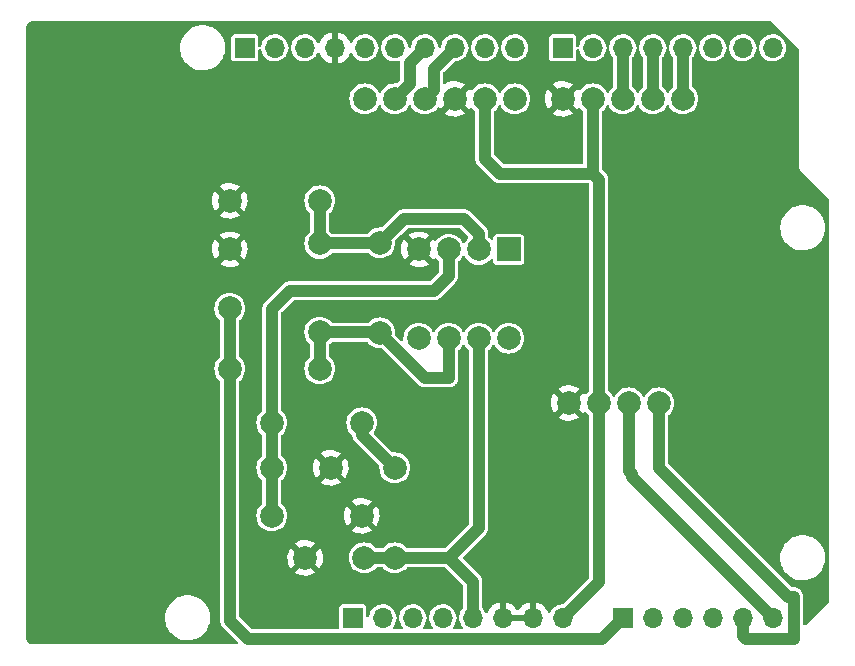
<source format=gbr>
%TF.GenerationSoftware,KiCad,Pcbnew,(6.0.11)*%
%TF.CreationDate,2023-04-06T20:22:20+02:00*%
%TF.ProjectId,ProjetCapteur,50726f6a-6574-4436-9170-746575722e6b,rev?*%
%TF.SameCoordinates,Original*%
%TF.FileFunction,Copper,L2,Bot*%
%TF.FilePolarity,Positive*%
%FSLAX46Y46*%
G04 Gerber Fmt 4.6, Leading zero omitted, Abs format (unit mm)*
G04 Created by KiCad (PCBNEW (6.0.11)) date 2023-04-06 20:22:20*
%MOMM*%
%LPD*%
G01*
G04 APERTURE LIST*
%TA.AperFunction,ComponentPad*%
%ADD10C,2.000000*%
%TD*%
%TA.AperFunction,ComponentPad*%
%ADD11R,1.700000X1.700000*%
%TD*%
%TA.AperFunction,ComponentPad*%
%ADD12O,1.700000X1.700000*%
%TD*%
%TA.AperFunction,ComponentPad*%
%ADD13R,2.000000X2.000000*%
%TD*%
%TA.AperFunction,Conductor*%
%ADD14C,1.000000*%
%TD*%
%TA.AperFunction,Conductor*%
%ADD15C,0.400000*%
%TD*%
G04 APERTURE END LIST*
D10*
%TO.P,R4,2*%
%TO.N,IN-*%
X130226000Y-65710000D03*
%TO.P,R4,1*%
%TO.N,Net-(C3-Pad1)*%
X130226000Y-73330000D03*
%TD*%
%TO.P,C3,2*%
%TO.N,IN-*%
X125146000Y-65770000D03*
%TO.P,C3,1*%
%TO.N,Net-(C3-Pad1)*%
X125146000Y-73270000D03*
%TD*%
%TO.P,R6,2*%
%TO.N,GND*%
X117526000Y-62154000D03*
%TO.P,R6,1*%
%TO.N,IN-*%
X125146000Y-62154000D03*
%TD*%
%TO.P,C4,2*%
%TO.N,GND*%
X117526000Y-66258000D03*
%TO.P,C4,1*%
%TO.N,ADC*%
X117526000Y-71258000D03*
%TD*%
%TO.P,U2,4,SDA*%
%TO.N,SDA*%
X153848000Y-79268000D03*
%TO.P,U2,3,SCL*%
%TO.N,SCL*%
X151308000Y-79268000D03*
%TO.P,U2,2,VCC*%
%TO.N,VCC*%
X148768000Y-79268000D03*
%TO.P,U2,1,GND*%
%TO.N,GND*%
X146228000Y-79268000D03*
%TD*%
D11*
%TO.P,J1,1,Pin_1*%
%TO.N,unconnected-(J1-Pad1)*%
X127940000Y-97460000D03*
D12*
%TO.P,J1,2,Pin_2*%
%TO.N,/IOREF*%
X130480000Y-97460000D03*
%TO.P,J1,3,Pin_3*%
%TO.N,/~{RESET}*%
X133020000Y-97460000D03*
%TO.P,J1,4,Pin_4*%
%TO.N,+3V3*%
X135560000Y-97460000D03*
%TO.P,J1,5,Pin_5*%
%TO.N,+5V*%
X138100000Y-97460000D03*
%TO.P,J1,6,Pin_6*%
%TO.N,GND*%
X140640000Y-97460000D03*
%TO.P,J1,7,Pin_7*%
X143180000Y-97460000D03*
%TO.P,J1,8,Pin_8*%
%TO.N,VCC*%
X145720000Y-97460000D03*
%TD*%
D11*
%TO.P,J3,1,Pin_1*%
%TO.N,ADC*%
X150800000Y-97460000D03*
D12*
%TO.P,J3,2,Pin_2*%
%TO.N,/A1*%
X153340000Y-97460000D03*
%TO.P,J3,3,Pin_3*%
%TO.N,/A2*%
X155880000Y-97460000D03*
%TO.P,J3,4,Pin_4*%
%TO.N,/A3*%
X158420000Y-97460000D03*
%TO.P,J3,5,Pin_5*%
%TO.N,SDA*%
X160960000Y-97460000D03*
%TO.P,J3,6,Pin_6*%
%TO.N,SCL*%
X163500000Y-97460000D03*
%TD*%
D11*
%TO.P,J2,1,Pin_1*%
%TO.N,SCL*%
X118796000Y-49200000D03*
D12*
%TO.P,J2,2,Pin_2*%
%TO.N,SDA*%
X121336000Y-49200000D03*
%TO.P,J2,3,Pin_3*%
%TO.N,/AREF*%
X123876000Y-49200000D03*
%TO.P,J2,4,Pin_4*%
%TO.N,GND*%
X126416000Y-49200000D03*
%TO.P,J2,5,Pin_5*%
%TO.N,/13*%
X128956000Y-49200000D03*
%TO.P,J2,6,Pin_6*%
%TO.N,/12*%
X131496000Y-49200000D03*
%TO.P,J2,7,Pin_7*%
%TO.N,RX_TX*%
X134036000Y-49200000D03*
%TO.P,J2,8,Pin_8*%
%TO.N,TX_RX*%
X136576000Y-49200000D03*
%TO.P,J2,9,Pin_9*%
%TO.N,RX_TX*%
X139116000Y-49200000D03*
%TO.P,J2,10,Pin_10*%
%TO.N,/8*%
X141656000Y-49200000D03*
%TD*%
D11*
%TO.P,J4,1,Pin_1*%
%TO.N,/7*%
X145720000Y-49200000D03*
D12*
%TO.P,J4,2,Pin_2*%
%TO.N,/\u002A6*%
X148260000Y-49200000D03*
%TO.P,J4,3,Pin_3*%
%TO.N,SWITCH*%
X150800000Y-49200000D03*
%TO.P,J4,4,Pin_4*%
%TO.N,DATA*%
X153340000Y-49200000D03*
%TO.P,J4,5,Pin_5*%
%TO.N,CLK*%
X155880000Y-49200000D03*
%TO.P,J4,6,Pin_6*%
%TO.N,/2*%
X158420000Y-49200000D03*
%TO.P,J4,7,Pin_7*%
%TO.N,/TX{slash}1*%
X160960000Y-49200000D03*
%TO.P,J4,8,Pin_8*%
%TO.N,/RX{slash}0*%
X163500000Y-49200000D03*
%TD*%
D10*
%TO.P,R2,2*%
%TO.N,IN+*%
X121082000Y-80950000D03*
%TO.P,R2,1*%
%TO.N,Net-(R1-Pad1)*%
X128702000Y-80950000D03*
%TD*%
%TO.P,R3,2*%
%TO.N,GND*%
X128702000Y-88824000D03*
%TO.P,R3,1*%
%TO.N,IN+*%
X121082000Y-88824000D03*
%TD*%
%TO.P,U4,1,CLK*%
%TO.N,CLK*%
X155880000Y-53518000D03*
%TO.P,U4,2,DATA*%
%TO.N,DATA*%
X153340000Y-53518000D03*
%TO.P,U4,3,SWITCH*%
%TO.N,SWITCH*%
X150800000Y-53518000D03*
%TO.P,U4,4,VCC*%
%TO.N,VCC*%
X148260000Y-53518000D03*
%TO.P,U4,5,GND*%
%TO.N,GND*%
X145720000Y-53518000D03*
%TD*%
%TO.P,U1,1,KEY*%
%TO.N,unconnected-(U1-Pad1)*%
X141656000Y-53518000D03*
%TO.P,U1,2,VCC*%
%TO.N,VCC*%
X139116000Y-53518000D03*
%TO.P,U1,3,GND*%
%TO.N,GND*%
X136576000Y-53518000D03*
%TO.P,U1,4,TX_RX*%
%TO.N,TX_RX*%
X134036000Y-53518000D03*
%TO.P,U1,5,RX_TX*%
%TO.N,RX_TX*%
X131496000Y-53518000D03*
%TO.P,U1,6,STATE*%
%TO.N,unconnected-(U1-Pad6)*%
X128956000Y-53518000D03*
%TD*%
%TO.P,R5,2*%
%TO.N,ADC*%
X117526000Y-76378000D03*
%TO.P,R5,1*%
%TO.N,Net-(C3-Pad1)*%
X125146000Y-76378000D03*
%TD*%
%TO.P,R1,2*%
%TO.N,+5V*%
X131496000Y-92380000D03*
%TO.P,R1,1*%
%TO.N,Net-(R1-Pad1)*%
X131496000Y-84760000D03*
%TD*%
D13*
%TO.P,U3,1,NC_2*%
%TO.N,unconnected-(U3-Pad1)*%
X141148000Y-66268000D03*
D10*
%TO.P,U3,2,IN-*%
%TO.N,IN-*%
X138608000Y-66268000D03*
%TO.P,U3,3,IN+*%
%TO.N,IN+*%
X136068000Y-66268000D03*
%TO.P,U3,4,V-*%
%TO.N,GND*%
X133528000Y-66268000D03*
%TO.P,U3,5,CLOCK*%
%TO.N,unconnected-(U3-Pad5)*%
X133528000Y-73788000D03*
%TO.P,U3,6,OUT*%
%TO.N,Net-(C3-Pad1)*%
X136068000Y-73788000D03*
%TO.P,U3,7,V+*%
%TO.N,+5V*%
X138608000Y-73788000D03*
%TO.P,U3,8,NC*%
%TO.N,unconnected-(U3-Pad8)*%
X141148000Y-73788000D03*
%TD*%
%TO.P,C2,2*%
%TO.N,GND*%
X123916000Y-92380000D03*
%TO.P,C2,1*%
%TO.N,+5V*%
X128916000Y-92380000D03*
%TD*%
%TO.P,C1,2*%
%TO.N,GND*%
X126082000Y-84760000D03*
%TO.P,C1,1*%
%TO.N,IN+*%
X121082000Y-84760000D03*
%TD*%
D14*
%TO.N,SDA*%
X160960000Y-98984000D02*
X160960000Y-97460000D01*
X161214000Y-99238000D02*
X160960000Y-98984000D01*
X165278000Y-99238000D02*
X161214000Y-99238000D01*
X165278000Y-95682000D02*
X165278000Y-99238000D01*
X164770000Y-95682000D02*
X165278000Y-95682000D01*
X153848000Y-84760000D02*
X164770000Y-95682000D01*
X153848000Y-79268000D02*
X153848000Y-84760000D01*
%TO.N,ADC*%
X149022000Y-99238000D02*
X119050000Y-99238000D01*
X119050000Y-99238000D02*
X117526000Y-97714000D01*
X117526000Y-97714000D02*
X117526000Y-76378000D01*
X150800000Y-97460000D02*
X149022000Y-99238000D01*
%TO.N,CLK*%
X155880000Y-49200000D02*
X155880000Y-53518000D01*
%TO.N,DATA*%
X153340000Y-49200000D02*
X153340000Y-53518000D01*
%TO.N,SWITCH*%
X150800000Y-49200000D02*
X150800000Y-53518000D01*
%TO.N,+5V*%
X138100000Y-94412000D02*
X138100000Y-97460000D01*
X136068000Y-92380000D02*
X138100000Y-94412000D01*
X128916000Y-92380000D02*
X131496000Y-92380000D01*
X136068000Y-92380000D02*
X131496000Y-92380000D01*
X138608000Y-89840000D02*
X136068000Y-92380000D01*
X138608000Y-73788000D02*
X138608000Y-89840000D01*
%TO.N,Net-(C3-Pad1)*%
X136068000Y-77140000D02*
X136068000Y-73788000D01*
X134036000Y-77140000D02*
X136068000Y-77140000D01*
X130226000Y-73330000D02*
X134036000Y-77140000D01*
X125146000Y-73270000D02*
X130166000Y-73270000D01*
D15*
X130166000Y-73270000D02*
X130226000Y-73330000D01*
D14*
X125146000Y-76378000D02*
X125146000Y-73270000D01*
%TO.N,Net-(R1-Pad1)*%
X128702000Y-81966000D02*
X131496000Y-84760000D01*
X128702000Y-80950000D02*
X128702000Y-81966000D01*
%TO.N,IN+*%
X121082000Y-84760000D02*
X121082000Y-88824000D01*
X121082000Y-80950000D02*
X121082000Y-84760000D01*
X121082000Y-71298000D02*
X121082000Y-80950000D01*
X122606000Y-69774000D02*
X121082000Y-71298000D01*
X136068000Y-68504000D02*
X134798000Y-69774000D01*
X134798000Y-69774000D02*
X122606000Y-69774000D01*
X136068000Y-66268000D02*
X136068000Y-68504000D01*
%TO.N,IN-*%
X138608000Y-64948000D02*
X138608000Y-66268000D01*
X132258000Y-63678000D02*
X137338000Y-63678000D01*
X137338000Y-63678000D02*
X138608000Y-64948000D01*
X130226000Y-65710000D02*
X132258000Y-63678000D01*
X125146000Y-65770000D02*
X130166000Y-65770000D01*
X130166000Y-65770000D02*
X130226000Y-65710000D01*
X125146000Y-62154000D02*
X125146000Y-65770000D01*
%TO.N,ADC*%
X117526000Y-71258000D02*
X117526000Y-76378000D01*
%TO.N,VCC*%
X148768000Y-94412000D02*
X145720000Y-97460000D01*
X148768000Y-79268000D02*
X148768000Y-94412000D01*
%TO.N,SCL*%
X151308000Y-85014000D02*
X151308000Y-79268000D01*
X151562000Y-85268000D02*
X151308000Y-85014000D01*
X151562000Y-85522000D02*
X151562000Y-85268000D01*
X163500000Y-97460000D02*
X151562000Y-85522000D01*
%TO.N,VCC*%
X148768000Y-60376000D02*
X148768000Y-79268000D01*
X148260000Y-59868000D02*
X148768000Y-60376000D01*
X148260000Y-59868000D02*
X148260000Y-53518000D01*
X139116000Y-58598000D02*
X140386000Y-59868000D01*
X140386000Y-59868000D02*
X148260000Y-59868000D01*
X139116000Y-53518000D02*
X139116000Y-58598000D01*
%TO.N,TX_RX*%
X134798000Y-50978000D02*
X136576000Y-49200000D01*
X134798000Y-52756000D02*
X134798000Y-50978000D01*
X134036000Y-53518000D02*
X134798000Y-52756000D01*
%TO.N,RX_TX*%
X132766000Y-50470000D02*
X134036000Y-49200000D01*
X131496000Y-53518000D02*
X132766000Y-52248000D01*
X132766000Y-52248000D02*
X132766000Y-50470000D01*
%TD*%
%TA.AperFunction,Conductor*%
%TO.N,GND*%
G36*
X163391206Y-46980185D02*
G01*
X163411848Y-46996819D01*
X165703181Y-49288152D01*
X165736666Y-49349475D01*
X165739500Y-49375833D01*
X165739500Y-59307545D01*
X165739295Y-59310331D01*
X165737575Y-59315342D01*
X165738004Y-59326778D01*
X165738004Y-59326780D01*
X165739413Y-59364308D01*
X165739500Y-59368959D01*
X165739500Y-59387948D01*
X165740378Y-59392662D01*
X165740613Y-59396292D01*
X165741774Y-59427208D01*
X165746293Y-59437726D01*
X165747196Y-59441734D01*
X165751220Y-59454979D01*
X165752696Y-59458803D01*
X165754791Y-59470053D01*
X165760797Y-59479797D01*
X165760798Y-59479799D01*
X165767803Y-59491164D01*
X165776175Y-59507279D01*
X165785964Y-59530063D01*
X165789978Y-59534949D01*
X165792270Y-59537241D01*
X165792362Y-59537357D01*
X165794151Y-59539330D01*
X165794017Y-59539451D01*
X165801746Y-59549229D01*
X165807523Y-59555600D01*
X165813532Y-59565348D01*
X165835425Y-59581996D01*
X165848040Y-59593011D01*
X168243181Y-61988152D01*
X168276666Y-62049475D01*
X168279500Y-62075833D01*
X168279500Y-96014167D01*
X168259815Y-96081206D01*
X168243181Y-96101848D01*
X166290181Y-98054848D01*
X166228858Y-98088333D01*
X166159166Y-98083349D01*
X166103233Y-98041477D01*
X166078816Y-97976013D01*
X166078500Y-97967167D01*
X166078500Y-95737302D01*
X166079372Y-95722620D01*
X166082196Y-95698938D01*
X166083545Y-95687624D01*
X166078733Y-95641841D01*
X166078500Y-95638943D01*
X166078500Y-95636845D01*
X166073919Y-95596006D01*
X166073825Y-95595144D01*
X166065439Y-95515349D01*
X166065438Y-95515345D01*
X166064773Y-95509017D01*
X166063861Y-95506339D01*
X166063546Y-95503528D01*
X166061451Y-95497511D01*
X166061448Y-95497499D01*
X166035058Y-95421720D01*
X166034775Y-95420900D01*
X166008954Y-95345048D01*
X166008952Y-95345044D01*
X166006897Y-95339007D01*
X166005415Y-95336599D01*
X166004485Y-95333927D01*
X165958568Y-95260444D01*
X165958164Y-95259792D01*
X165916132Y-95191471D01*
X165912794Y-95186045D01*
X165910815Y-95184024D01*
X165909316Y-95181625D01*
X165904837Y-95177115D01*
X165904835Y-95177112D01*
X165875435Y-95147507D01*
X165848275Y-95120156D01*
X165847834Y-95119710D01*
X165787141Y-95057732D01*
X165784762Y-95056199D01*
X165782770Y-95054193D01*
X165777398Y-95050784D01*
X165777392Y-95050779D01*
X165709653Y-95007790D01*
X165708925Y-95007325D01*
X165641533Y-94963894D01*
X165641534Y-94963894D01*
X165636183Y-94960446D01*
X165633523Y-94959478D01*
X165631136Y-94957963D01*
X165549434Y-94928871D01*
X165548911Y-94928682D01*
X165473393Y-94901195D01*
X165473391Y-94901194D01*
X165467422Y-94899022D01*
X165464614Y-94898667D01*
X165461951Y-94897719D01*
X165455653Y-94896968D01*
X165375951Y-94887464D01*
X165375093Y-94887358D01*
X165332585Y-94881988D01*
X165332575Y-94881987D01*
X165328717Y-94881500D01*
X165326614Y-94881500D01*
X165323748Y-94881239D01*
X165283624Y-94876455D01*
X165276735Y-94877179D01*
X165276731Y-94877179D01*
X165242083Y-94880821D01*
X165229122Y-94881500D01*
X165152940Y-94881500D01*
X165085901Y-94861815D01*
X165065259Y-94845181D01*
X162643311Y-92423233D01*
X164134906Y-92423233D01*
X164135333Y-92427708D01*
X164135333Y-92427709D01*
X164152939Y-92612232D01*
X164161102Y-92697792D01*
X164162170Y-92702156D01*
X164192596Y-92826496D01*
X164226657Y-92965694D01*
X164228340Y-92969850D01*
X164228342Y-92969855D01*
X164327517Y-93214704D01*
X164330199Y-93221326D01*
X164469558Y-93459335D01*
X164641816Y-93674732D01*
X164843364Y-93863008D01*
X164921926Y-93917508D01*
X165066281Y-94017651D01*
X165066285Y-94017653D01*
X165069979Y-94020216D01*
X165074004Y-94022218D01*
X165074005Y-94022219D01*
X165312887Y-94141062D01*
X165312892Y-94141064D01*
X165316914Y-94143065D01*
X165578998Y-94228980D01*
X165605192Y-94233528D01*
X165847004Y-94275514D01*
X165847009Y-94275515D01*
X165850738Y-94276162D01*
X165888373Y-94278036D01*
X165936340Y-94280424D01*
X165936359Y-94280424D01*
X165937876Y-94280500D01*
X166110070Y-94280500D01*
X166315083Y-94265625D01*
X166319464Y-94264658D01*
X166319469Y-94264657D01*
X166431093Y-94240012D01*
X166584403Y-94206164D01*
X166588594Y-94204576D01*
X166588598Y-94204575D01*
X166820432Y-94116741D01*
X166842319Y-94108449D01*
X167083428Y-93974525D01*
X167204896Y-93881823D01*
X167299112Y-93809920D01*
X167299116Y-93809916D01*
X167302678Y-93807198D01*
X167495477Y-93609974D01*
X167500931Y-93602482D01*
X167655143Y-93390616D01*
X167657787Y-93386984D01*
X167659872Y-93383021D01*
X167659877Y-93383013D01*
X167784117Y-93146869D01*
X167786206Y-93142899D01*
X167878045Y-92882832D01*
X167913656Y-92702156D01*
X167930511Y-92616643D01*
X167930512Y-92616638D01*
X167931380Y-92612232D01*
X167939118Y-92456801D01*
X167944871Y-92341252D01*
X167944871Y-92341248D01*
X167945094Y-92336767D01*
X167927590Y-92153308D01*
X167919325Y-92066680D01*
X167919324Y-92066676D01*
X167918898Y-92062208D01*
X167888685Y-91938737D01*
X167854411Y-91798669D01*
X167854409Y-91798664D01*
X167853343Y-91794306D01*
X167824391Y-91722827D01*
X167751486Y-91542833D01*
X167751484Y-91542828D01*
X167749801Y-91538674D01*
X167610442Y-91300665D01*
X167438184Y-91085268D01*
X167236636Y-90896992D01*
X167079807Y-90788196D01*
X167013719Y-90742349D01*
X167013715Y-90742347D01*
X167010021Y-90739784D01*
X166829467Y-90649959D01*
X166767113Y-90618938D01*
X166767108Y-90618936D01*
X166763086Y-90616935D01*
X166501002Y-90531020D01*
X166420051Y-90516965D01*
X166232996Y-90484486D01*
X166232991Y-90484485D01*
X166229262Y-90483838D01*
X166191627Y-90481964D01*
X166143660Y-90479576D01*
X166143641Y-90479576D01*
X166142124Y-90479500D01*
X165969930Y-90479500D01*
X165764917Y-90494375D01*
X165760536Y-90495342D01*
X165760531Y-90495343D01*
X165648907Y-90519988D01*
X165495597Y-90553836D01*
X165491406Y-90555424D01*
X165491402Y-90555425D01*
X165372175Y-90600596D01*
X165237681Y-90651551D01*
X164996572Y-90785475D01*
X164993007Y-90788196D01*
X164780888Y-90950080D01*
X164780884Y-90950084D01*
X164777322Y-90952802D01*
X164584523Y-91150026D01*
X164581881Y-91153655D01*
X164581879Y-91153658D01*
X164571013Y-91168587D01*
X164422213Y-91373016D01*
X164420128Y-91376979D01*
X164420123Y-91376987D01*
X164343145Y-91523300D01*
X164293794Y-91617101D01*
X164292301Y-91621328D01*
X164292300Y-91621331D01*
X164256458Y-91722827D01*
X164201955Y-91877168D01*
X164201088Y-91881569D01*
X164201087Y-91881571D01*
X164150300Y-92139246D01*
X164148620Y-92147768D01*
X164148397Y-92152253D01*
X164136431Y-92392607D01*
X164134906Y-92423233D01*
X162643311Y-92423233D01*
X154684819Y-84464741D01*
X154651334Y-84403418D01*
X154648500Y-84377060D01*
X154648500Y-80357675D01*
X154668185Y-80290636D01*
X154687635Y-80268543D01*
X154687139Y-80268047D01*
X154848047Y-80107139D01*
X154851149Y-80102708D01*
X154851153Y-80102704D01*
X154975460Y-79925173D01*
X154975461Y-79925171D01*
X154978568Y-79920734D01*
X155039002Y-79791134D01*
X155072450Y-79719406D01*
X155072452Y-79719400D01*
X155074739Y-79714496D01*
X155133635Y-79494692D01*
X155153468Y-79268000D01*
X155133635Y-79041308D01*
X155074739Y-78821504D01*
X155072452Y-78816600D01*
X155072450Y-78816594D01*
X154980858Y-78620177D01*
X154978568Y-78615266D01*
X154975460Y-78610827D01*
X154851153Y-78433296D01*
X154851149Y-78433292D01*
X154848047Y-78428861D01*
X154687139Y-78267953D01*
X154682708Y-78264851D01*
X154682704Y-78264847D01*
X154505173Y-78140540D01*
X154505171Y-78140539D01*
X154500734Y-78137432D01*
X154479761Y-78127652D01*
X154299406Y-78043550D01*
X154299400Y-78043548D01*
X154294496Y-78041261D01*
X154074692Y-77982365D01*
X154069307Y-77981894D01*
X154069302Y-77981893D01*
X153853395Y-77963004D01*
X153848000Y-77962532D01*
X153842605Y-77963004D01*
X153626698Y-77981893D01*
X153626693Y-77981894D01*
X153621308Y-77982365D01*
X153401504Y-78041261D01*
X153396600Y-78043548D01*
X153396594Y-78043550D01*
X153216239Y-78127652D01*
X153195266Y-78137432D01*
X153190829Y-78140539D01*
X153190827Y-78140540D01*
X153013296Y-78264847D01*
X153013292Y-78264851D01*
X153008861Y-78267953D01*
X152847953Y-78428861D01*
X152844851Y-78433292D01*
X152844847Y-78433296D01*
X152720540Y-78610827D01*
X152717432Y-78615266D01*
X152715142Y-78620177D01*
X152690382Y-78673275D01*
X152644210Y-78725714D01*
X152577016Y-78744866D01*
X152510135Y-78724650D01*
X152465618Y-78673275D01*
X152440858Y-78620177D01*
X152438568Y-78615266D01*
X152435460Y-78610827D01*
X152311153Y-78433296D01*
X152311149Y-78433292D01*
X152308047Y-78428861D01*
X152147139Y-78267953D01*
X152142708Y-78264851D01*
X152142704Y-78264847D01*
X151965173Y-78140540D01*
X151965171Y-78140539D01*
X151960734Y-78137432D01*
X151939761Y-78127652D01*
X151759406Y-78043550D01*
X151759400Y-78043548D01*
X151754496Y-78041261D01*
X151534692Y-77982365D01*
X151529307Y-77981894D01*
X151529302Y-77981893D01*
X151313395Y-77963004D01*
X151308000Y-77962532D01*
X151302605Y-77963004D01*
X151086698Y-77981893D01*
X151086693Y-77981894D01*
X151081308Y-77982365D01*
X150861504Y-78041261D01*
X150856600Y-78043548D01*
X150856594Y-78043550D01*
X150676239Y-78127652D01*
X150655266Y-78137432D01*
X150650829Y-78140539D01*
X150650827Y-78140540D01*
X150473296Y-78264847D01*
X150473292Y-78264851D01*
X150468861Y-78267953D01*
X150307953Y-78428861D01*
X150304851Y-78433292D01*
X150304847Y-78433296D01*
X150180540Y-78610827D01*
X150177432Y-78615266D01*
X150175142Y-78620177D01*
X150150382Y-78673275D01*
X150104210Y-78725714D01*
X150037016Y-78744866D01*
X149970135Y-78724650D01*
X149925618Y-78673275D01*
X149900858Y-78620177D01*
X149898568Y-78615266D01*
X149895460Y-78610827D01*
X149771153Y-78433296D01*
X149771149Y-78433292D01*
X149768047Y-78428861D01*
X149607139Y-78267953D01*
X149608391Y-78266701D01*
X149574089Y-78215134D01*
X149568500Y-78178325D01*
X149568500Y-64483233D01*
X164134906Y-64483233D01*
X164135333Y-64487708D01*
X164135333Y-64487709D01*
X164159227Y-64738135D01*
X164161102Y-64757792D01*
X164163961Y-64769477D01*
X164224650Y-65017491D01*
X164226657Y-65025694D01*
X164228340Y-65029850D01*
X164228342Y-65029855D01*
X164313824Y-65240898D01*
X164330199Y-65281326D01*
X164469558Y-65519335D01*
X164641816Y-65734732D01*
X164843364Y-65923008D01*
X164957111Y-66001917D01*
X165066281Y-66077651D01*
X165066285Y-66077653D01*
X165069979Y-66080216D01*
X165074004Y-66082218D01*
X165074005Y-66082219D01*
X165312887Y-66201062D01*
X165312892Y-66201064D01*
X165316914Y-66203065D01*
X165578998Y-66288980D01*
X165659949Y-66303035D01*
X165847004Y-66335514D01*
X165847009Y-66335515D01*
X165850738Y-66336162D01*
X165888373Y-66338036D01*
X165936340Y-66340424D01*
X165936359Y-66340424D01*
X165937876Y-66340500D01*
X166110070Y-66340500D01*
X166315083Y-66325625D01*
X166319464Y-66324658D01*
X166319469Y-66324657D01*
X166431093Y-66300012D01*
X166584403Y-66266164D01*
X166588594Y-66264576D01*
X166588598Y-66264575D01*
X166716371Y-66216166D01*
X166842319Y-66168449D01*
X166863839Y-66156496D01*
X167079505Y-66036704D01*
X167083428Y-66034525D01*
X167160450Y-65975743D01*
X167299112Y-65869920D01*
X167299116Y-65869916D01*
X167302678Y-65867198D01*
X167495477Y-65669974D01*
X167657787Y-65446984D01*
X167659872Y-65443021D01*
X167659877Y-65443013D01*
X167777320Y-65219788D01*
X167786206Y-65202899D01*
X167788052Y-65197673D01*
X167843781Y-65039859D01*
X167878045Y-64942832D01*
X167878913Y-64938429D01*
X167930511Y-64676643D01*
X167930512Y-64676638D01*
X167931380Y-64672232D01*
X167940483Y-64489386D01*
X167944871Y-64401252D01*
X167944871Y-64401248D01*
X167945094Y-64396767D01*
X167937622Y-64318451D01*
X167919325Y-64126680D01*
X167919324Y-64126676D01*
X167918898Y-64122208D01*
X167853343Y-63854306D01*
X167783281Y-63681331D01*
X167751486Y-63602833D01*
X167751484Y-63602828D01*
X167749801Y-63598674D01*
X167610442Y-63360665D01*
X167438184Y-63145268D01*
X167236636Y-62956992D01*
X167079807Y-62848196D01*
X167013719Y-62802349D01*
X167013715Y-62802347D01*
X167010021Y-62799784D01*
X166815893Y-62703206D01*
X166767113Y-62678938D01*
X166767108Y-62678936D01*
X166763086Y-62676935D01*
X166525757Y-62599135D01*
X166505270Y-62592419D01*
X166505269Y-62592419D01*
X166501002Y-62591020D01*
X166420051Y-62576965D01*
X166232996Y-62544486D01*
X166232991Y-62544485D01*
X166229262Y-62543838D01*
X166191627Y-62541964D01*
X166143660Y-62539576D01*
X166143641Y-62539576D01*
X166142124Y-62539500D01*
X165969930Y-62539500D01*
X165764917Y-62554375D01*
X165760536Y-62555342D01*
X165760531Y-62555343D01*
X165648907Y-62579988D01*
X165495597Y-62613836D01*
X165491406Y-62615424D01*
X165491402Y-62615425D01*
X165372175Y-62660596D01*
X165237681Y-62711551D01*
X164996572Y-62845475D01*
X164932028Y-62894734D01*
X164780888Y-63010080D01*
X164780884Y-63010084D01*
X164777322Y-63012802D01*
X164584523Y-63210026D01*
X164581881Y-63213655D01*
X164581879Y-63213658D01*
X164503368Y-63321521D01*
X164422213Y-63433016D01*
X164420128Y-63436979D01*
X164420123Y-63436987D01*
X164380025Y-63513202D01*
X164293794Y-63677101D01*
X164201955Y-63937168D01*
X164201088Y-63941569D01*
X164201087Y-63941571D01*
X164165484Y-64122208D01*
X164148620Y-64207768D01*
X164148397Y-64212253D01*
X164135142Y-64478500D01*
X164134906Y-64483233D01*
X149568500Y-64483233D01*
X149568500Y-60385062D01*
X149568507Y-60383763D01*
X149569368Y-60301530D01*
X149569441Y-60294593D01*
X149567976Y-60287816D01*
X149567975Y-60287808D01*
X149560362Y-60252598D01*
X149558334Y-60240215D01*
X149554319Y-60204418D01*
X149554319Y-60204417D01*
X149553546Y-60197528D01*
X149542611Y-60166127D01*
X149538515Y-60151556D01*
X149532954Y-60125833D01*
X149532953Y-60125831D01*
X149531489Y-60119058D01*
X149513334Y-60080124D01*
X149508616Y-60068503D01*
X149496767Y-60034479D01*
X149496766Y-60034476D01*
X149494485Y-60027927D01*
X149476866Y-59999730D01*
X149469644Y-59986429D01*
X149458519Y-59962574D01*
X149455590Y-59956292D01*
X149429261Y-59922349D01*
X149422082Y-59912058D01*
X149402988Y-59881502D01*
X149399316Y-59875625D01*
X149370997Y-59847107D01*
X149370416Y-59846486D01*
X149369901Y-59845823D01*
X149344041Y-59819963D01*
X149272770Y-59748193D01*
X149271746Y-59747543D01*
X149270529Y-59746451D01*
X149096819Y-59572741D01*
X149063334Y-59511418D01*
X149060500Y-59485060D01*
X149060500Y-54607675D01*
X149080185Y-54540636D01*
X149099635Y-54518543D01*
X149099139Y-54518047D01*
X149260047Y-54357139D01*
X149263149Y-54352708D01*
X149263153Y-54352704D01*
X149387460Y-54175173D01*
X149387461Y-54175171D01*
X149390568Y-54170734D01*
X149417618Y-54112724D01*
X149463790Y-54060286D01*
X149530984Y-54041134D01*
X149597865Y-54061350D01*
X149642382Y-54112724D01*
X149669432Y-54170734D01*
X149672539Y-54175171D01*
X149672540Y-54175173D01*
X149796847Y-54352704D01*
X149796851Y-54352708D01*
X149799953Y-54357139D01*
X149960861Y-54518047D01*
X149965292Y-54521149D01*
X149965296Y-54521153D01*
X150088864Y-54607675D01*
X150147266Y-54648568D01*
X150152177Y-54650858D01*
X150348594Y-54742450D01*
X150348600Y-54742452D01*
X150353504Y-54744739D01*
X150573308Y-54803635D01*
X150578693Y-54804106D01*
X150578698Y-54804107D01*
X150794605Y-54822996D01*
X150800000Y-54823468D01*
X150805395Y-54822996D01*
X151021302Y-54804107D01*
X151021307Y-54804106D01*
X151026692Y-54803635D01*
X151246496Y-54744739D01*
X151251400Y-54742452D01*
X151251406Y-54742450D01*
X151447823Y-54650858D01*
X151452734Y-54648568D01*
X151511136Y-54607675D01*
X151634704Y-54521153D01*
X151634708Y-54521149D01*
X151639139Y-54518047D01*
X151800047Y-54357139D01*
X151803149Y-54352708D01*
X151803153Y-54352704D01*
X151927460Y-54175173D01*
X151927461Y-54175171D01*
X151930568Y-54170734D01*
X151957618Y-54112724D01*
X152003790Y-54060286D01*
X152070984Y-54041134D01*
X152137865Y-54061350D01*
X152182382Y-54112724D01*
X152209432Y-54170734D01*
X152212539Y-54175171D01*
X152212540Y-54175173D01*
X152336847Y-54352704D01*
X152336851Y-54352708D01*
X152339953Y-54357139D01*
X152500861Y-54518047D01*
X152505292Y-54521149D01*
X152505296Y-54521153D01*
X152628864Y-54607675D01*
X152687266Y-54648568D01*
X152692177Y-54650858D01*
X152888594Y-54742450D01*
X152888600Y-54742452D01*
X152893504Y-54744739D01*
X153113308Y-54803635D01*
X153118693Y-54804106D01*
X153118698Y-54804107D01*
X153334605Y-54822996D01*
X153340000Y-54823468D01*
X153345395Y-54822996D01*
X153561302Y-54804107D01*
X153561307Y-54804106D01*
X153566692Y-54803635D01*
X153786496Y-54744739D01*
X153791400Y-54742452D01*
X153791406Y-54742450D01*
X153987823Y-54650858D01*
X153992734Y-54648568D01*
X154051136Y-54607675D01*
X154174704Y-54521153D01*
X154174708Y-54521149D01*
X154179139Y-54518047D01*
X154340047Y-54357139D01*
X154343149Y-54352708D01*
X154343153Y-54352704D01*
X154467460Y-54175173D01*
X154467461Y-54175171D01*
X154470568Y-54170734D01*
X154497618Y-54112724D01*
X154543790Y-54060286D01*
X154610984Y-54041134D01*
X154677865Y-54061350D01*
X154722382Y-54112724D01*
X154749432Y-54170734D01*
X154752539Y-54175171D01*
X154752540Y-54175173D01*
X154876847Y-54352704D01*
X154876851Y-54352708D01*
X154879953Y-54357139D01*
X155040861Y-54518047D01*
X155045292Y-54521149D01*
X155045296Y-54521153D01*
X155168864Y-54607675D01*
X155227266Y-54648568D01*
X155232177Y-54650858D01*
X155428594Y-54742450D01*
X155428600Y-54742452D01*
X155433504Y-54744739D01*
X155653308Y-54803635D01*
X155658693Y-54804106D01*
X155658698Y-54804107D01*
X155874605Y-54822996D01*
X155880000Y-54823468D01*
X155885395Y-54822996D01*
X156101302Y-54804107D01*
X156101307Y-54804106D01*
X156106692Y-54803635D01*
X156326496Y-54744739D01*
X156331400Y-54742452D01*
X156331406Y-54742450D01*
X156527823Y-54650858D01*
X156532734Y-54648568D01*
X156591136Y-54607675D01*
X156714704Y-54521153D01*
X156714708Y-54521149D01*
X156719139Y-54518047D01*
X156880047Y-54357139D01*
X156883149Y-54352708D01*
X156883153Y-54352704D01*
X157007460Y-54175173D01*
X157007461Y-54175171D01*
X157010568Y-54170734D01*
X157071002Y-54041134D01*
X157104450Y-53969406D01*
X157104452Y-53969400D01*
X157106739Y-53964496D01*
X157165635Y-53744692D01*
X157185468Y-53518000D01*
X157171519Y-53358559D01*
X157166107Y-53296698D01*
X157166106Y-53296693D01*
X157165635Y-53291308D01*
X157106739Y-53071504D01*
X157104452Y-53066600D01*
X157104450Y-53066594D01*
X157012858Y-52870177D01*
X157010568Y-52865266D01*
X156969572Y-52806717D01*
X156883153Y-52683296D01*
X156883149Y-52683292D01*
X156880047Y-52678861D01*
X156719139Y-52517953D01*
X156720391Y-52516701D01*
X156686089Y-52465134D01*
X156680500Y-52428325D01*
X156680500Y-50081692D01*
X156700185Y-50014653D01*
X156709163Y-50002402D01*
X156828584Y-49858813D01*
X156828585Y-49858811D01*
X156832219Y-49854442D01*
X156931946Y-49676368D01*
X156932756Y-49674922D01*
X156932759Y-49674916D01*
X156935537Y-49669955D01*
X156951232Y-49623721D01*
X157001675Y-49475118D01*
X157003504Y-49469730D01*
X157008941Y-49432232D01*
X157027820Y-49302033D01*
X157056921Y-49238512D01*
X157110225Y-49204346D01*
X157190974Y-49204346D01*
X157244347Y-49238736D01*
X157273296Y-49302327D01*
X157274271Y-49311707D01*
X157278796Y-49380749D01*
X157330845Y-49585690D01*
X157333219Y-49590841D01*
X157333221Y-49590845D01*
X157416989Y-49772552D01*
X157419369Y-49777714D01*
X157541405Y-49950391D01*
X157545476Y-49954357D01*
X157545477Y-49954358D01*
X157554245Y-49962899D01*
X157692865Y-50097937D01*
X157697588Y-50101093D01*
X157697592Y-50101096D01*
X157768663Y-50148584D01*
X157868677Y-50215411D01*
X158062953Y-50298878D01*
X158098277Y-50306871D01*
X158263638Y-50344289D01*
X158263642Y-50344290D01*
X158269186Y-50345544D01*
X158395315Y-50350500D01*
X158474789Y-50353623D01*
X158474791Y-50353623D01*
X158480470Y-50353846D01*
X158486090Y-50353031D01*
X158486092Y-50353031D01*
X158684103Y-50324320D01*
X158684104Y-50324320D01*
X158689730Y-50323504D01*
X158725644Y-50311313D01*
X158884565Y-50257367D01*
X158884568Y-50257366D01*
X158889955Y-50255537D01*
X158894916Y-50252759D01*
X158894922Y-50252756D01*
X159001530Y-50193052D01*
X159074442Y-50152219D01*
X159112165Y-50120846D01*
X159232645Y-50020644D01*
X159237012Y-50017012D01*
X159285535Y-49958669D01*
X159368584Y-49858813D01*
X159368585Y-49858811D01*
X159372219Y-49854442D01*
X159471946Y-49676368D01*
X159472756Y-49674922D01*
X159472759Y-49674916D01*
X159475537Y-49669955D01*
X159491232Y-49623721D01*
X159541675Y-49475118D01*
X159543504Y-49469730D01*
X159548941Y-49432232D01*
X159567820Y-49302033D01*
X159596921Y-49238512D01*
X159650225Y-49204346D01*
X159730974Y-49204346D01*
X159784347Y-49238736D01*
X159813296Y-49302327D01*
X159814271Y-49311707D01*
X159818796Y-49380749D01*
X159870845Y-49585690D01*
X159873219Y-49590841D01*
X159873221Y-49590845D01*
X159956989Y-49772552D01*
X159959369Y-49777714D01*
X160081405Y-49950391D01*
X160085476Y-49954357D01*
X160085477Y-49954358D01*
X160094245Y-49962899D01*
X160232865Y-50097937D01*
X160237588Y-50101093D01*
X160237592Y-50101096D01*
X160308663Y-50148584D01*
X160408677Y-50215411D01*
X160602953Y-50298878D01*
X160638277Y-50306871D01*
X160803638Y-50344289D01*
X160803642Y-50344290D01*
X160809186Y-50345544D01*
X160935315Y-50350500D01*
X161014789Y-50353623D01*
X161014791Y-50353623D01*
X161020470Y-50353846D01*
X161026090Y-50353031D01*
X161026092Y-50353031D01*
X161224103Y-50324320D01*
X161224104Y-50324320D01*
X161229730Y-50323504D01*
X161265644Y-50311313D01*
X161424565Y-50257367D01*
X161424568Y-50257366D01*
X161429955Y-50255537D01*
X161434916Y-50252759D01*
X161434922Y-50252756D01*
X161541530Y-50193052D01*
X161614442Y-50152219D01*
X161652165Y-50120846D01*
X161772645Y-50020644D01*
X161777012Y-50017012D01*
X161825535Y-49958669D01*
X161908584Y-49858813D01*
X161908585Y-49858811D01*
X161912219Y-49854442D01*
X162011946Y-49676368D01*
X162012756Y-49674922D01*
X162012759Y-49674916D01*
X162015537Y-49669955D01*
X162031232Y-49623721D01*
X162081675Y-49475118D01*
X162083504Y-49469730D01*
X162088941Y-49432232D01*
X162107820Y-49302033D01*
X162136921Y-49238512D01*
X162190225Y-49204346D01*
X162270974Y-49204346D01*
X162324347Y-49238736D01*
X162353296Y-49302327D01*
X162354271Y-49311707D01*
X162358796Y-49380749D01*
X162410845Y-49585690D01*
X162413219Y-49590841D01*
X162413221Y-49590845D01*
X162496989Y-49772552D01*
X162499369Y-49777714D01*
X162621405Y-49950391D01*
X162625476Y-49954357D01*
X162625477Y-49954358D01*
X162634245Y-49962899D01*
X162772865Y-50097937D01*
X162777588Y-50101093D01*
X162777592Y-50101096D01*
X162848663Y-50148584D01*
X162948677Y-50215411D01*
X163142953Y-50298878D01*
X163178277Y-50306871D01*
X163343638Y-50344289D01*
X163343642Y-50344290D01*
X163349186Y-50345544D01*
X163475315Y-50350500D01*
X163554789Y-50353623D01*
X163554791Y-50353623D01*
X163560470Y-50353846D01*
X163566090Y-50353031D01*
X163566092Y-50353031D01*
X163764103Y-50324320D01*
X163764104Y-50324320D01*
X163769730Y-50323504D01*
X163805644Y-50311313D01*
X163964565Y-50257367D01*
X163964568Y-50257366D01*
X163969955Y-50255537D01*
X163974916Y-50252759D01*
X163974922Y-50252756D01*
X164081530Y-50193052D01*
X164154442Y-50152219D01*
X164192165Y-50120846D01*
X164312645Y-50020644D01*
X164317012Y-50017012D01*
X164365535Y-49958669D01*
X164448584Y-49858813D01*
X164448585Y-49858811D01*
X164452219Y-49854442D01*
X164551946Y-49676368D01*
X164552756Y-49674922D01*
X164552759Y-49674916D01*
X164555537Y-49669955D01*
X164571232Y-49623721D01*
X164621675Y-49475118D01*
X164623504Y-49469730D01*
X164653846Y-49260470D01*
X164655429Y-49200000D01*
X164636081Y-48989440D01*
X164578686Y-48785931D01*
X164485165Y-48596290D01*
X164358651Y-48426867D01*
X164354481Y-48423012D01*
X164354478Y-48423009D01*
X164284880Y-48358674D01*
X164203381Y-48283337D01*
X164197574Y-48279673D01*
X164029363Y-48173539D01*
X164029361Y-48173538D01*
X164024554Y-48170505D01*
X163828160Y-48092152D01*
X163822579Y-48091042D01*
X163822576Y-48091041D01*
X163724468Y-48071527D01*
X163620775Y-48050901D01*
X163615088Y-48050827D01*
X163615083Y-48050826D01*
X163415034Y-48048207D01*
X163415029Y-48048207D01*
X163409346Y-48048133D01*
X163403742Y-48049096D01*
X163403741Y-48049096D01*
X163206550Y-48082979D01*
X163206547Y-48082980D01*
X163200953Y-48083941D01*
X163002575Y-48157127D01*
X162997697Y-48160029D01*
X162997695Y-48160030D01*
X162825740Y-48262332D01*
X162825737Y-48262334D01*
X162820856Y-48265238D01*
X162661881Y-48404655D01*
X162658362Y-48409119D01*
X162658359Y-48409122D01*
X162632968Y-48441331D01*
X162530976Y-48570708D01*
X162432523Y-48757836D01*
X162430837Y-48763267D01*
X162430835Y-48763271D01*
X162392516Y-48886680D01*
X162369820Y-48959773D01*
X162352851Y-49103140D01*
X162325425Y-49167398D01*
X162270974Y-49204346D01*
X162190225Y-49204346D01*
X162190667Y-49204063D01*
X162138057Y-49172081D01*
X162107453Y-49109271D01*
X162106232Y-49099909D01*
X162096601Y-48995100D01*
X162096081Y-48989440D01*
X162038686Y-48785931D01*
X161945165Y-48596290D01*
X161818651Y-48426867D01*
X161814481Y-48423012D01*
X161814478Y-48423009D01*
X161744880Y-48358674D01*
X161663381Y-48283337D01*
X161657574Y-48279673D01*
X161489363Y-48173539D01*
X161489361Y-48173538D01*
X161484554Y-48170505D01*
X161288160Y-48092152D01*
X161282579Y-48091042D01*
X161282576Y-48091041D01*
X161184468Y-48071527D01*
X161080775Y-48050901D01*
X161075088Y-48050827D01*
X161075083Y-48050826D01*
X160875034Y-48048207D01*
X160875029Y-48048207D01*
X160869346Y-48048133D01*
X160863742Y-48049096D01*
X160863741Y-48049096D01*
X160666550Y-48082979D01*
X160666547Y-48082980D01*
X160660953Y-48083941D01*
X160462575Y-48157127D01*
X160457697Y-48160029D01*
X160457695Y-48160030D01*
X160285740Y-48262332D01*
X160285737Y-48262334D01*
X160280856Y-48265238D01*
X160121881Y-48404655D01*
X160118362Y-48409119D01*
X160118359Y-48409122D01*
X160092968Y-48441331D01*
X159990976Y-48570708D01*
X159892523Y-48757836D01*
X159890837Y-48763267D01*
X159890835Y-48763271D01*
X159852516Y-48886680D01*
X159829820Y-48959773D01*
X159812851Y-49103140D01*
X159785425Y-49167398D01*
X159730974Y-49204346D01*
X159650225Y-49204346D01*
X159650667Y-49204063D01*
X159598057Y-49172081D01*
X159567453Y-49109271D01*
X159566232Y-49099909D01*
X159556601Y-48995100D01*
X159556081Y-48989440D01*
X159498686Y-48785931D01*
X159405165Y-48596290D01*
X159278651Y-48426867D01*
X159274481Y-48423012D01*
X159274478Y-48423009D01*
X159204880Y-48358674D01*
X159123381Y-48283337D01*
X159117574Y-48279673D01*
X158949363Y-48173539D01*
X158949361Y-48173538D01*
X158944554Y-48170505D01*
X158748160Y-48092152D01*
X158742579Y-48091042D01*
X158742576Y-48091041D01*
X158644468Y-48071527D01*
X158540775Y-48050901D01*
X158535088Y-48050827D01*
X158535083Y-48050826D01*
X158335034Y-48048207D01*
X158335029Y-48048207D01*
X158329346Y-48048133D01*
X158323742Y-48049096D01*
X158323741Y-48049096D01*
X158126550Y-48082979D01*
X158126547Y-48082980D01*
X158120953Y-48083941D01*
X157922575Y-48157127D01*
X157917697Y-48160029D01*
X157917695Y-48160030D01*
X157745740Y-48262332D01*
X157745737Y-48262334D01*
X157740856Y-48265238D01*
X157581881Y-48404655D01*
X157578362Y-48409119D01*
X157578359Y-48409122D01*
X157552968Y-48441331D01*
X157450976Y-48570708D01*
X157352523Y-48757836D01*
X157350837Y-48763267D01*
X157350835Y-48763271D01*
X157312516Y-48886680D01*
X157289820Y-48959773D01*
X157272851Y-49103140D01*
X157245425Y-49167398D01*
X157190974Y-49204346D01*
X157110225Y-49204346D01*
X157110667Y-49204063D01*
X157058057Y-49172081D01*
X157027453Y-49109271D01*
X157026232Y-49099909D01*
X157016601Y-48995100D01*
X157016081Y-48989440D01*
X156958686Y-48785931D01*
X156865165Y-48596290D01*
X156738651Y-48426867D01*
X156734481Y-48423012D01*
X156734478Y-48423009D01*
X156664880Y-48358674D01*
X156583381Y-48283337D01*
X156577574Y-48279673D01*
X156409363Y-48173539D01*
X156409361Y-48173538D01*
X156404554Y-48170505D01*
X156208160Y-48092152D01*
X156202579Y-48091042D01*
X156202576Y-48091041D01*
X156104468Y-48071527D01*
X156000775Y-48050901D01*
X155995088Y-48050827D01*
X155995083Y-48050826D01*
X155795034Y-48048207D01*
X155795029Y-48048207D01*
X155789346Y-48048133D01*
X155783742Y-48049096D01*
X155783741Y-48049096D01*
X155586550Y-48082979D01*
X155586547Y-48082980D01*
X155580953Y-48083941D01*
X155382575Y-48157127D01*
X155377697Y-48160029D01*
X155377695Y-48160030D01*
X155205740Y-48262332D01*
X155205737Y-48262334D01*
X155200856Y-48265238D01*
X155041881Y-48404655D01*
X155038362Y-48409119D01*
X155038359Y-48409122D01*
X155012968Y-48441331D01*
X154910976Y-48570708D01*
X154812523Y-48757836D01*
X154810837Y-48763267D01*
X154810835Y-48763271D01*
X154772516Y-48886680D01*
X154749820Y-48959773D01*
X154732851Y-49103140D01*
X154705425Y-49167398D01*
X154650974Y-49204346D01*
X154704347Y-49238736D01*
X154733296Y-49302327D01*
X154734271Y-49311707D01*
X154738796Y-49380749D01*
X154790845Y-49585690D01*
X154793219Y-49590841D01*
X154793221Y-49590845D01*
X154876989Y-49772552D01*
X154879369Y-49777714D01*
X155001405Y-49950391D01*
X155042028Y-49989964D01*
X155076311Y-50050841D01*
X155079500Y-50078783D01*
X155079500Y-52428325D01*
X155059815Y-52495364D01*
X155040365Y-52517457D01*
X155040861Y-52517953D01*
X154879953Y-52678861D01*
X154876851Y-52683292D01*
X154876847Y-52683296D01*
X154790428Y-52806717D01*
X154749432Y-52865266D01*
X154747142Y-52870177D01*
X154722382Y-52923275D01*
X154676210Y-52975714D01*
X154609016Y-52994866D01*
X154542135Y-52974650D01*
X154497618Y-52923275D01*
X154472858Y-52870177D01*
X154470568Y-52865266D01*
X154429572Y-52806717D01*
X154343153Y-52683296D01*
X154343149Y-52683292D01*
X154340047Y-52678861D01*
X154179139Y-52517953D01*
X154180391Y-52516701D01*
X154146089Y-52465134D01*
X154140500Y-52428325D01*
X154140500Y-50081692D01*
X154160185Y-50014653D01*
X154169163Y-50002402D01*
X154288584Y-49858813D01*
X154288585Y-49858811D01*
X154292219Y-49854442D01*
X154391946Y-49676368D01*
X154392756Y-49674922D01*
X154392759Y-49674916D01*
X154395537Y-49669955D01*
X154411232Y-49623721D01*
X154461675Y-49475118D01*
X154463504Y-49469730D01*
X154468941Y-49432232D01*
X154487820Y-49302033D01*
X154516921Y-49238512D01*
X154570667Y-49204063D01*
X154518057Y-49172081D01*
X154487453Y-49109271D01*
X154486232Y-49099909D01*
X154476601Y-48995100D01*
X154476081Y-48989440D01*
X154418686Y-48785931D01*
X154325165Y-48596290D01*
X154198651Y-48426867D01*
X154194481Y-48423012D01*
X154194478Y-48423009D01*
X154124880Y-48358674D01*
X154043381Y-48283337D01*
X154037574Y-48279673D01*
X153869363Y-48173539D01*
X153869361Y-48173538D01*
X153864554Y-48170505D01*
X153668160Y-48092152D01*
X153662579Y-48091042D01*
X153662576Y-48091041D01*
X153564468Y-48071527D01*
X153460775Y-48050901D01*
X153455088Y-48050827D01*
X153455083Y-48050826D01*
X153255034Y-48048207D01*
X153255029Y-48048207D01*
X153249346Y-48048133D01*
X153243742Y-48049096D01*
X153243741Y-48049096D01*
X153046550Y-48082979D01*
X153046547Y-48082980D01*
X153040953Y-48083941D01*
X152842575Y-48157127D01*
X152837697Y-48160029D01*
X152837695Y-48160030D01*
X152665740Y-48262332D01*
X152665737Y-48262334D01*
X152660856Y-48265238D01*
X152501881Y-48404655D01*
X152498362Y-48409119D01*
X152498359Y-48409122D01*
X152472968Y-48441331D01*
X152370976Y-48570708D01*
X152272523Y-48757836D01*
X152270837Y-48763267D01*
X152270835Y-48763271D01*
X152232516Y-48886680D01*
X152209820Y-48959773D01*
X152192851Y-49103140D01*
X152165425Y-49167398D01*
X152110974Y-49204346D01*
X152164347Y-49238736D01*
X152193296Y-49302327D01*
X152194271Y-49311707D01*
X152198796Y-49380749D01*
X152250845Y-49585690D01*
X152253219Y-49590841D01*
X152253221Y-49590845D01*
X152336989Y-49772552D01*
X152339369Y-49777714D01*
X152461405Y-49950391D01*
X152502028Y-49989964D01*
X152536311Y-50050841D01*
X152539500Y-50078783D01*
X152539500Y-52428325D01*
X152519815Y-52495364D01*
X152500365Y-52517457D01*
X152500861Y-52517953D01*
X152339953Y-52678861D01*
X152336851Y-52683292D01*
X152336847Y-52683296D01*
X152250428Y-52806717D01*
X152209432Y-52865266D01*
X152207142Y-52870177D01*
X152182382Y-52923275D01*
X152136210Y-52975714D01*
X152069016Y-52994866D01*
X152002135Y-52974650D01*
X151957618Y-52923275D01*
X151932858Y-52870177D01*
X151930568Y-52865266D01*
X151889572Y-52806717D01*
X151803153Y-52683296D01*
X151803149Y-52683292D01*
X151800047Y-52678861D01*
X151639139Y-52517953D01*
X151640391Y-52516701D01*
X151606089Y-52465134D01*
X151600500Y-52428325D01*
X151600500Y-50081692D01*
X151620185Y-50014653D01*
X151629163Y-50002402D01*
X151748584Y-49858813D01*
X151748585Y-49858811D01*
X151752219Y-49854442D01*
X151851946Y-49676368D01*
X151852756Y-49674922D01*
X151852759Y-49674916D01*
X151855537Y-49669955D01*
X151871232Y-49623721D01*
X151921675Y-49475118D01*
X151923504Y-49469730D01*
X151928941Y-49432232D01*
X151947820Y-49302033D01*
X151976921Y-49238512D01*
X152030667Y-49204063D01*
X151978057Y-49172081D01*
X151947453Y-49109271D01*
X151946232Y-49099909D01*
X151936601Y-48995100D01*
X151936081Y-48989440D01*
X151878686Y-48785931D01*
X151785165Y-48596290D01*
X151658651Y-48426867D01*
X151654481Y-48423012D01*
X151654478Y-48423009D01*
X151584880Y-48358674D01*
X151503381Y-48283337D01*
X151497574Y-48279673D01*
X151329363Y-48173539D01*
X151329361Y-48173538D01*
X151324554Y-48170505D01*
X151128160Y-48092152D01*
X151122579Y-48091042D01*
X151122576Y-48091041D01*
X151024468Y-48071527D01*
X150920775Y-48050901D01*
X150915088Y-48050827D01*
X150915083Y-48050826D01*
X150715034Y-48048207D01*
X150715029Y-48048207D01*
X150709346Y-48048133D01*
X150703742Y-48049096D01*
X150703741Y-48049096D01*
X150506550Y-48082979D01*
X150506547Y-48082980D01*
X150500953Y-48083941D01*
X150302575Y-48157127D01*
X150297697Y-48160029D01*
X150297695Y-48160030D01*
X150125740Y-48262332D01*
X150125737Y-48262334D01*
X150120856Y-48265238D01*
X149961881Y-48404655D01*
X149958362Y-48409119D01*
X149958359Y-48409122D01*
X149932968Y-48441331D01*
X149830976Y-48570708D01*
X149732523Y-48757836D01*
X149730837Y-48763267D01*
X149730835Y-48763271D01*
X149692516Y-48886680D01*
X149669820Y-48959773D01*
X149652851Y-49103140D01*
X149625425Y-49167398D01*
X149570974Y-49204346D01*
X149624347Y-49238736D01*
X149653296Y-49302327D01*
X149654271Y-49311707D01*
X149658796Y-49380749D01*
X149710845Y-49585690D01*
X149713219Y-49590841D01*
X149713221Y-49590845D01*
X149796989Y-49772552D01*
X149799369Y-49777714D01*
X149921405Y-49950391D01*
X149962028Y-49989964D01*
X149996311Y-50050841D01*
X149999500Y-50078783D01*
X149999500Y-52428325D01*
X149979815Y-52495364D01*
X149960365Y-52517457D01*
X149960861Y-52517953D01*
X149799953Y-52678861D01*
X149796851Y-52683292D01*
X149796847Y-52683296D01*
X149710428Y-52806717D01*
X149669432Y-52865266D01*
X149667142Y-52870177D01*
X149642382Y-52923275D01*
X149596210Y-52975714D01*
X149529016Y-52994866D01*
X149462135Y-52974650D01*
X149417618Y-52923275D01*
X149392858Y-52870177D01*
X149390568Y-52865266D01*
X149349572Y-52806717D01*
X149263153Y-52683296D01*
X149263149Y-52683292D01*
X149260047Y-52678861D01*
X149099139Y-52517953D01*
X149094708Y-52514851D01*
X149094704Y-52514847D01*
X148917173Y-52390540D01*
X148917171Y-52390539D01*
X148912734Y-52387432D01*
X148891761Y-52377652D01*
X148711406Y-52293550D01*
X148711400Y-52293548D01*
X148706496Y-52291261D01*
X148486692Y-52232365D01*
X148481307Y-52231894D01*
X148481302Y-52231893D01*
X148265395Y-52213004D01*
X148260000Y-52212532D01*
X148254605Y-52213004D01*
X148038698Y-52231893D01*
X148038693Y-52231894D01*
X148033308Y-52232365D01*
X147813504Y-52291261D01*
X147808600Y-52293548D01*
X147808594Y-52293550D01*
X147628239Y-52377652D01*
X147607266Y-52387432D01*
X147602829Y-52390539D01*
X147602827Y-52390540D01*
X147425296Y-52514847D01*
X147425292Y-52514851D01*
X147420861Y-52517953D01*
X147259953Y-52678861D01*
X147256851Y-52683292D01*
X147256847Y-52683296D01*
X147211641Y-52747858D01*
X147157064Y-52791483D01*
X147087566Y-52798677D01*
X147025211Y-52767154D01*
X147005953Y-52744089D01*
X146953381Y-52662824D01*
X146942865Y-52653769D01*
X146933451Y-52658102D01*
X146086160Y-53505393D01*
X146078668Y-53519113D01*
X146078797Y-53520919D01*
X146082979Y-53527426D01*
X146930066Y-54374513D01*
X146941884Y-54380966D01*
X146953437Y-54372140D01*
X147010158Y-54293205D01*
X147011442Y-54294128D01*
X147057634Y-54251593D01*
X147126461Y-54239566D01*
X147190864Y-54266659D01*
X147214103Y-54291658D01*
X147256847Y-54352704D01*
X147256851Y-54352708D01*
X147259953Y-54357139D01*
X147420861Y-54518047D01*
X147419609Y-54519299D01*
X147453911Y-54570866D01*
X147459500Y-54607675D01*
X147459500Y-58943500D01*
X147439815Y-59010539D01*
X147387011Y-59056294D01*
X147335500Y-59067500D01*
X140768940Y-59067500D01*
X140701901Y-59047815D01*
X140681259Y-59031181D01*
X139952819Y-58302741D01*
X139919334Y-58241418D01*
X139916500Y-58215060D01*
X139916500Y-54607675D01*
X139936185Y-54540636D01*
X139955635Y-54518543D01*
X139955139Y-54518047D01*
X140116047Y-54357139D01*
X140119149Y-54352708D01*
X140119153Y-54352704D01*
X140243460Y-54175173D01*
X140243461Y-54175171D01*
X140246568Y-54170734D01*
X140273618Y-54112724D01*
X140319790Y-54060286D01*
X140386984Y-54041134D01*
X140453865Y-54061350D01*
X140498382Y-54112724D01*
X140525432Y-54170734D01*
X140528539Y-54175171D01*
X140528540Y-54175173D01*
X140652847Y-54352704D01*
X140652851Y-54352708D01*
X140655953Y-54357139D01*
X140816861Y-54518047D01*
X140821292Y-54521149D01*
X140821296Y-54521153D01*
X140944864Y-54607675D01*
X141003266Y-54648568D01*
X141008177Y-54650858D01*
X141204594Y-54742450D01*
X141204600Y-54742452D01*
X141209504Y-54744739D01*
X141429308Y-54803635D01*
X141434693Y-54804106D01*
X141434698Y-54804107D01*
X141650605Y-54822996D01*
X141656000Y-54823468D01*
X141661395Y-54822996D01*
X141877302Y-54804107D01*
X141877307Y-54804106D01*
X141882692Y-54803635D01*
X142102496Y-54744739D01*
X142103821Y-54744121D01*
X144853370Y-54744121D01*
X144858999Y-54752048D01*
X144861083Y-54753508D01*
X145065256Y-54872818D01*
X145074408Y-54877202D01*
X145295321Y-54961560D01*
X145305064Y-54964391D01*
X145536800Y-55011539D01*
X145546870Y-55012739D01*
X145783199Y-55021406D01*
X145793320Y-55020946D01*
X146027893Y-54990896D01*
X146037806Y-54988789D01*
X146264325Y-54920830D01*
X146273752Y-54917136D01*
X146486126Y-54813095D01*
X146494841Y-54807900D01*
X146574592Y-54751014D01*
X146582860Y-54740482D01*
X146575984Y-54727537D01*
X145732607Y-53884160D01*
X145718887Y-53876668D01*
X145717081Y-53876797D01*
X145710574Y-53880979D01*
X144860512Y-54731041D01*
X144853370Y-54744121D01*
X142103821Y-54744121D01*
X142107400Y-54742452D01*
X142107406Y-54742450D01*
X142303823Y-54650858D01*
X142308734Y-54648568D01*
X142367136Y-54607675D01*
X142490704Y-54521153D01*
X142490708Y-54521149D01*
X142495139Y-54518047D01*
X142656047Y-54357139D01*
X142659149Y-54352708D01*
X142659153Y-54352704D01*
X142783460Y-54175173D01*
X142783461Y-54175171D01*
X142786568Y-54170734D01*
X142847002Y-54041134D01*
X142880450Y-53969406D01*
X142880452Y-53969400D01*
X142882739Y-53964496D01*
X142941635Y-53744692D01*
X142961468Y-53518000D01*
X142958695Y-53486309D01*
X144215601Y-53486309D01*
X144229214Y-53722394D01*
X144230626Y-53732439D01*
X144282615Y-53963135D01*
X144285647Y-53972810D01*
X144374617Y-54191918D01*
X144379194Y-54200978D01*
X144485490Y-54374437D01*
X144495784Y-54383749D01*
X144504421Y-54380026D01*
X145353840Y-53530607D01*
X145361332Y-53516887D01*
X145361203Y-53515081D01*
X145357021Y-53508574D01*
X144509747Y-52661300D01*
X144498396Y-52655102D01*
X144486307Y-52664573D01*
X144414156Y-52770344D01*
X144409144Y-52779166D01*
X144309581Y-52993658D01*
X144306076Y-53003183D01*
X144242878Y-53231064D01*
X144240979Y-53241020D01*
X144215849Y-53476166D01*
X144215601Y-53486309D01*
X142958695Y-53486309D01*
X142947519Y-53358559D01*
X142942107Y-53296698D01*
X142942106Y-53296693D01*
X142941635Y-53291308D01*
X142882739Y-53071504D01*
X142880452Y-53066600D01*
X142880450Y-53066594D01*
X142788858Y-52870177D01*
X142786568Y-52865266D01*
X142745572Y-52806717D01*
X142659153Y-52683296D01*
X142659149Y-52683292D01*
X142656047Y-52678861D01*
X142495139Y-52517953D01*
X142490708Y-52514851D01*
X142490704Y-52514847D01*
X142313173Y-52390540D01*
X142313171Y-52390539D01*
X142308734Y-52387432D01*
X142287761Y-52377652D01*
X142111412Y-52295418D01*
X144856468Y-52295418D01*
X144863105Y-52307552D01*
X145707393Y-53151840D01*
X145721113Y-53159332D01*
X145722919Y-53159203D01*
X145729426Y-53155021D01*
X146577860Y-52306587D01*
X146584767Y-52293937D01*
X146577117Y-52283436D01*
X146556927Y-52267491D01*
X146548478Y-52261877D01*
X146341447Y-52147590D01*
X146332190Y-52143431D01*
X146109283Y-52064494D01*
X146099468Y-52061901D01*
X145866656Y-52020431D01*
X145856562Y-52019477D01*
X145620097Y-52016587D01*
X145609972Y-52017295D01*
X145376222Y-52053065D01*
X145366348Y-52055417D01*
X145141569Y-52128886D01*
X145132220Y-52132816D01*
X144922461Y-52242009D01*
X144913876Y-52247416D01*
X144864786Y-52284273D01*
X144856468Y-52295418D01*
X142111412Y-52295418D01*
X142107406Y-52293550D01*
X142107400Y-52293548D01*
X142102496Y-52291261D01*
X141882692Y-52232365D01*
X141877307Y-52231894D01*
X141877302Y-52231893D01*
X141661395Y-52213004D01*
X141656000Y-52212532D01*
X141650605Y-52213004D01*
X141434698Y-52231893D01*
X141434693Y-52231894D01*
X141429308Y-52232365D01*
X141209504Y-52291261D01*
X141204600Y-52293548D01*
X141204594Y-52293550D01*
X141024239Y-52377652D01*
X141003266Y-52387432D01*
X140998829Y-52390539D01*
X140998827Y-52390540D01*
X140821296Y-52514847D01*
X140821292Y-52514851D01*
X140816861Y-52517953D01*
X140655953Y-52678861D01*
X140652851Y-52683292D01*
X140652847Y-52683296D01*
X140566428Y-52806717D01*
X140525432Y-52865266D01*
X140523142Y-52870177D01*
X140498382Y-52923275D01*
X140452210Y-52975714D01*
X140385016Y-52994866D01*
X140318135Y-52974650D01*
X140273618Y-52923275D01*
X140248858Y-52870177D01*
X140246568Y-52865266D01*
X140205572Y-52806717D01*
X140119153Y-52683296D01*
X140119149Y-52683292D01*
X140116047Y-52678861D01*
X139955139Y-52517953D01*
X139950708Y-52514851D01*
X139950704Y-52514847D01*
X139773173Y-52390540D01*
X139773171Y-52390539D01*
X139768734Y-52387432D01*
X139747761Y-52377652D01*
X139567406Y-52293550D01*
X139567400Y-52293548D01*
X139562496Y-52291261D01*
X139342692Y-52232365D01*
X139337307Y-52231894D01*
X139337302Y-52231893D01*
X139121395Y-52213004D01*
X139116000Y-52212532D01*
X139110605Y-52213004D01*
X138894698Y-52231893D01*
X138894693Y-52231894D01*
X138889308Y-52232365D01*
X138669504Y-52291261D01*
X138664600Y-52293548D01*
X138664594Y-52293550D01*
X138484239Y-52377652D01*
X138463266Y-52387432D01*
X138458829Y-52390539D01*
X138458827Y-52390540D01*
X138281296Y-52514847D01*
X138281292Y-52514851D01*
X138276861Y-52517953D01*
X138115953Y-52678861D01*
X138112851Y-52683292D01*
X138112847Y-52683296D01*
X138067641Y-52747858D01*
X138013064Y-52791483D01*
X137943566Y-52798677D01*
X137881211Y-52767154D01*
X137861953Y-52744089D01*
X137809381Y-52662824D01*
X137798865Y-52653769D01*
X137789451Y-52658102D01*
X136942160Y-53505393D01*
X136934668Y-53519113D01*
X136934797Y-53520919D01*
X136938979Y-53527426D01*
X137786066Y-54374513D01*
X137797884Y-54380966D01*
X137809437Y-54372140D01*
X137866158Y-54293205D01*
X137867442Y-54294128D01*
X137913634Y-54251593D01*
X137982461Y-54239566D01*
X138046864Y-54266659D01*
X138070103Y-54291658D01*
X138112847Y-54352704D01*
X138112851Y-54352708D01*
X138115953Y-54357139D01*
X138276861Y-54518047D01*
X138275609Y-54519299D01*
X138309911Y-54570866D01*
X138315500Y-54607675D01*
X138315500Y-58588938D01*
X138315493Y-58590237D01*
X138314559Y-58679407D01*
X138316024Y-58686184D01*
X138316025Y-58686192D01*
X138323638Y-58721402D01*
X138325665Y-58733782D01*
X138330454Y-58776472D01*
X138341389Y-58807873D01*
X138345485Y-58822444D01*
X138351046Y-58848169D01*
X138351048Y-58848175D01*
X138352511Y-58854942D01*
X138355439Y-58861222D01*
X138355440Y-58861224D01*
X138370669Y-58893883D01*
X138375382Y-58905490D01*
X138389515Y-58946073D01*
X138393188Y-58951952D01*
X138393190Y-58951955D01*
X138407135Y-58974271D01*
X138414356Y-58987569D01*
X138428409Y-59017707D01*
X138432660Y-59023187D01*
X138454736Y-59051646D01*
X138461918Y-59061941D01*
X138481007Y-59092492D01*
X138481012Y-59092498D01*
X138484684Y-59098375D01*
X138513003Y-59126893D01*
X138513584Y-59127514D01*
X138514099Y-59128177D01*
X138539959Y-59154037D01*
X138611230Y-59225807D01*
X138612254Y-59226457D01*
X138613471Y-59227549D01*
X139813496Y-60427574D01*
X139814410Y-60428497D01*
X139876859Y-60492268D01*
X139882684Y-60496022D01*
X139882689Y-60496026D01*
X139912971Y-60515541D01*
X139923160Y-60522862D01*
X139956734Y-60549664D01*
X139986667Y-60564134D01*
X139999867Y-60571541D01*
X140027817Y-60589554D01*
X140068188Y-60604248D01*
X140079742Y-60609129D01*
X140118422Y-60627827D01*
X140125174Y-60629386D01*
X140125180Y-60629388D01*
X140150817Y-60635306D01*
X140165325Y-60639603D01*
X140196578Y-60650978D01*
X140224038Y-60654447D01*
X140239202Y-60656363D01*
X140251550Y-60658563D01*
X140286653Y-60666666D01*
X140286654Y-60666666D01*
X140293411Y-60668226D01*
X140315290Y-60668303D01*
X140333574Y-60668367D01*
X140334457Y-60668396D01*
X140335283Y-60668500D01*
X140371745Y-60668500D01*
X140372178Y-60668501D01*
X140469511Y-60668841D01*
X140469514Y-60668841D01*
X140473000Y-60668853D01*
X140474186Y-60668588D01*
X140475807Y-60668500D01*
X147843500Y-60668500D01*
X147910539Y-60688185D01*
X147956294Y-60740989D01*
X147967500Y-60792500D01*
X147967500Y-78178325D01*
X147947815Y-78245364D01*
X147928365Y-78267457D01*
X147928861Y-78267953D01*
X147767953Y-78428861D01*
X147764851Y-78433292D01*
X147764847Y-78433296D01*
X147719641Y-78497858D01*
X147665064Y-78541483D01*
X147595566Y-78548677D01*
X147533211Y-78517154D01*
X147513953Y-78494089D01*
X147461381Y-78412824D01*
X147450865Y-78403769D01*
X147441451Y-78408102D01*
X146594160Y-79255393D01*
X146586668Y-79269113D01*
X146586797Y-79270919D01*
X146590979Y-79277426D01*
X147438066Y-80124513D01*
X147449884Y-80130966D01*
X147461437Y-80122140D01*
X147518158Y-80043205D01*
X147519442Y-80044128D01*
X147565634Y-80001593D01*
X147634461Y-79989566D01*
X147698864Y-80016659D01*
X147722103Y-80041658D01*
X147764847Y-80102704D01*
X147764851Y-80102708D01*
X147767953Y-80107139D01*
X147928861Y-80268047D01*
X147927609Y-80269299D01*
X147961911Y-80320866D01*
X147967500Y-80357675D01*
X147967500Y-94029060D01*
X147947815Y-94096099D01*
X147931181Y-94116741D01*
X145775355Y-96272567D01*
X145714032Y-96306052D01*
X145686052Y-96308875D01*
X145635035Y-96308207D01*
X145635030Y-96308207D01*
X145629346Y-96308133D01*
X145623742Y-96309096D01*
X145623741Y-96309096D01*
X145426550Y-96342979D01*
X145426547Y-96342980D01*
X145420953Y-96343941D01*
X145222575Y-96417127D01*
X145217697Y-96420029D01*
X145217695Y-96420030D01*
X145045740Y-96522332D01*
X145045737Y-96522334D01*
X145040856Y-96525238D01*
X144881881Y-96664655D01*
X144878362Y-96669119D01*
X144878359Y-96669122D01*
X144852968Y-96701331D01*
X144750976Y-96830708D01*
X144696214Y-96934793D01*
X144668685Y-96987117D01*
X144620050Y-97037281D01*
X144552015Y-97053187D01*
X144486181Y-97029786D01*
X144446565Y-96981786D01*
X144355890Y-96787333D01*
X144350492Y-96777983D01*
X144221216Y-96593357D01*
X144214281Y-96585093D01*
X144054909Y-96425721D01*
X144046643Y-96418785D01*
X143862008Y-96289502D01*
X143852676Y-96284114D01*
X143648397Y-96188857D01*
X143638264Y-96185168D01*
X143447221Y-96133978D01*
X143433347Y-96134309D01*
X143430000Y-96142125D01*
X143430000Y-97586000D01*
X143410315Y-97653039D01*
X143357511Y-97698794D01*
X143306000Y-97710000D01*
X140514000Y-97710000D01*
X140446961Y-97690315D01*
X140401206Y-97637511D01*
X140390000Y-97586000D01*
X140390000Y-97192170D01*
X140890000Y-97192170D01*
X140894404Y-97207169D01*
X140895774Y-97208356D01*
X140903332Y-97210000D01*
X142912170Y-97210000D01*
X142927169Y-97205596D01*
X142928356Y-97204226D01*
X142930000Y-97196668D01*
X142930000Y-96147194D01*
X142926090Y-96133877D01*
X142917674Y-96132667D01*
X142721736Y-96185168D01*
X142711603Y-96188857D01*
X142507333Y-96284110D01*
X142497983Y-96289508D01*
X142313357Y-96418784D01*
X142305093Y-96425719D01*
X142145719Y-96585093D01*
X142138789Y-96593352D01*
X142011575Y-96775032D01*
X141956998Y-96818656D01*
X141887499Y-96825849D01*
X141825145Y-96794327D01*
X141808425Y-96775032D01*
X141681211Y-96593352D01*
X141674281Y-96585093D01*
X141514909Y-96425721D01*
X141506643Y-96418785D01*
X141322008Y-96289502D01*
X141312676Y-96284114D01*
X141108397Y-96188857D01*
X141098264Y-96185168D01*
X140907221Y-96133978D01*
X140893347Y-96134309D01*
X140890000Y-96142125D01*
X140890000Y-97192170D01*
X140390000Y-97192170D01*
X140390000Y-96147194D01*
X140386090Y-96133877D01*
X140377674Y-96132667D01*
X140181736Y-96185168D01*
X140171603Y-96188857D01*
X139967333Y-96284110D01*
X139957983Y-96289508D01*
X139773357Y-96418784D01*
X139765093Y-96425719D01*
X139605719Y-96585093D01*
X139598784Y-96593357D01*
X139469508Y-96777983D01*
X139464110Y-96787333D01*
X139372664Y-96983438D01*
X139326491Y-97035877D01*
X139259298Y-97055029D01*
X139192417Y-97034813D01*
X139149071Y-96985878D01*
X139085165Y-96856290D01*
X138958651Y-96686867D01*
X138954480Y-96683012D01*
X138954477Y-96683008D01*
X138940328Y-96669929D01*
X138904462Y-96609968D01*
X138900500Y-96578874D01*
X138900500Y-94421062D01*
X138900507Y-94419763D01*
X138901368Y-94337530D01*
X138901441Y-94330593D01*
X138899976Y-94323816D01*
X138899975Y-94323808D01*
X138892362Y-94288598D01*
X138890334Y-94276215D01*
X138890256Y-94275514D01*
X138885546Y-94233528D01*
X138874611Y-94202127D01*
X138870515Y-94187556D01*
X138864954Y-94161831D01*
X138864952Y-94161825D01*
X138863489Y-94155058D01*
X138845331Y-94116117D01*
X138840618Y-94104510D01*
X138826485Y-94063927D01*
X138808865Y-94035729D01*
X138801644Y-94022431D01*
X138787591Y-93992293D01*
X138761260Y-93958348D01*
X138754082Y-93948059D01*
X138734993Y-93917508D01*
X138734988Y-93917502D01*
X138731316Y-93911625D01*
X138702997Y-93883107D01*
X138702416Y-93882486D01*
X138701901Y-93881823D01*
X138676041Y-93855963D01*
X138604770Y-93784193D01*
X138603746Y-93783543D01*
X138602529Y-93782451D01*
X137287759Y-92467681D01*
X137254274Y-92406358D01*
X137259258Y-92336666D01*
X137287759Y-92292319D01*
X139167574Y-90412504D01*
X139168497Y-90411590D01*
X139227318Y-90353988D01*
X139232268Y-90349141D01*
X139255547Y-90313019D01*
X139262860Y-90302842D01*
X139289663Y-90269266D01*
X139292678Y-90263029D01*
X139292682Y-90263023D01*
X139304131Y-90239339D01*
X139311540Y-90226137D01*
X139325797Y-90204014D01*
X139325800Y-90204009D01*
X139329554Y-90198183D01*
X139331922Y-90191677D01*
X139331927Y-90191667D01*
X139344252Y-90157804D01*
X139349133Y-90146248D01*
X139364810Y-90113819D01*
X139367827Y-90107578D01*
X139375306Y-90075183D01*
X139379606Y-90060668D01*
X139388608Y-90035934D01*
X139388608Y-90035932D01*
X139390978Y-90029422D01*
X139396363Y-89986798D01*
X139398563Y-89974447D01*
X139406667Y-89939344D01*
X139406667Y-89939342D01*
X139408226Y-89932590D01*
X139408367Y-89892426D01*
X139408396Y-89891543D01*
X139408500Y-89890717D01*
X139408500Y-89854109D01*
X139408853Y-89753000D01*
X139408588Y-89751814D01*
X139408500Y-89750193D01*
X139408500Y-80494121D01*
X145361370Y-80494121D01*
X145366999Y-80502048D01*
X145369083Y-80503508D01*
X145573256Y-80622818D01*
X145582408Y-80627202D01*
X145803321Y-80711560D01*
X145813064Y-80714391D01*
X146044800Y-80761539D01*
X146054870Y-80762739D01*
X146291199Y-80771406D01*
X146301320Y-80770946D01*
X146535893Y-80740896D01*
X146545806Y-80738789D01*
X146772325Y-80670830D01*
X146781752Y-80667136D01*
X146994126Y-80563095D01*
X147002841Y-80557900D01*
X147082592Y-80501014D01*
X147090860Y-80490482D01*
X147083984Y-80477537D01*
X146240607Y-79634160D01*
X146226887Y-79626668D01*
X146225081Y-79626797D01*
X146218574Y-79630979D01*
X145368512Y-80481041D01*
X145361370Y-80494121D01*
X139408500Y-80494121D01*
X139408500Y-79236309D01*
X144723601Y-79236309D01*
X144737214Y-79472394D01*
X144738626Y-79482439D01*
X144790615Y-79713135D01*
X144793647Y-79722810D01*
X144882617Y-79941918D01*
X144887194Y-79950978D01*
X144993490Y-80124437D01*
X145003784Y-80133749D01*
X145012421Y-80130026D01*
X145861840Y-79280607D01*
X145869332Y-79266887D01*
X145869203Y-79265081D01*
X145865021Y-79258574D01*
X145017747Y-78411300D01*
X145006396Y-78405102D01*
X144994307Y-78414573D01*
X144922156Y-78520344D01*
X144917144Y-78529166D01*
X144817581Y-78743658D01*
X144814076Y-78753183D01*
X144750878Y-78981064D01*
X144748979Y-78991020D01*
X144723849Y-79226166D01*
X144723601Y-79236309D01*
X139408500Y-79236309D01*
X139408500Y-78045418D01*
X145364468Y-78045418D01*
X145371105Y-78057552D01*
X146215393Y-78901840D01*
X146229113Y-78909332D01*
X146230919Y-78909203D01*
X146237426Y-78905021D01*
X147085860Y-78056587D01*
X147092767Y-78043937D01*
X147085117Y-78033436D01*
X147064927Y-78017491D01*
X147056478Y-78011877D01*
X146849447Y-77897590D01*
X146840190Y-77893431D01*
X146617283Y-77814494D01*
X146607468Y-77811901D01*
X146374656Y-77770431D01*
X146364562Y-77769477D01*
X146128097Y-77766587D01*
X146117972Y-77767295D01*
X145884222Y-77803065D01*
X145874348Y-77805417D01*
X145649569Y-77878886D01*
X145640220Y-77882816D01*
X145430461Y-77992009D01*
X145421876Y-77997416D01*
X145372786Y-78034273D01*
X145364468Y-78045418D01*
X139408500Y-78045418D01*
X139408500Y-74877675D01*
X139428185Y-74810636D01*
X139447635Y-74788543D01*
X139447139Y-74788047D01*
X139608047Y-74627139D01*
X139611149Y-74622708D01*
X139611153Y-74622704D01*
X139735460Y-74445173D01*
X139735461Y-74445171D01*
X139738568Y-74440734D01*
X139765618Y-74382724D01*
X139811790Y-74330286D01*
X139878984Y-74311134D01*
X139945865Y-74331350D01*
X139990382Y-74382724D01*
X140017432Y-74440734D01*
X140020539Y-74445171D01*
X140020540Y-74445173D01*
X140144847Y-74622704D01*
X140144851Y-74622708D01*
X140147953Y-74627139D01*
X140308861Y-74788047D01*
X140313292Y-74791149D01*
X140313296Y-74791153D01*
X140436864Y-74877675D01*
X140495266Y-74918568D01*
X140500177Y-74920858D01*
X140696594Y-75012450D01*
X140696600Y-75012452D01*
X140701504Y-75014739D01*
X140921308Y-75073635D01*
X140926693Y-75074106D01*
X140926698Y-75074107D01*
X141142605Y-75092996D01*
X141148000Y-75093468D01*
X141153395Y-75092996D01*
X141369302Y-75074107D01*
X141369307Y-75074106D01*
X141374692Y-75073635D01*
X141594496Y-75014739D01*
X141599400Y-75012452D01*
X141599406Y-75012450D01*
X141795823Y-74920858D01*
X141800734Y-74918568D01*
X141859136Y-74877675D01*
X141982704Y-74791153D01*
X141982708Y-74791149D01*
X141987139Y-74788047D01*
X142148047Y-74627139D01*
X142151149Y-74622708D01*
X142151153Y-74622704D01*
X142275460Y-74445173D01*
X142275461Y-74445171D01*
X142278568Y-74440734D01*
X142340936Y-74306986D01*
X142372450Y-74239406D01*
X142372452Y-74239400D01*
X142374739Y-74234496D01*
X142433635Y-74014692D01*
X142438199Y-73962533D01*
X142452996Y-73793395D01*
X142452996Y-73793394D01*
X142453468Y-73788000D01*
X142447212Y-73716496D01*
X142434107Y-73566698D01*
X142434106Y-73566693D01*
X142433635Y-73561308D01*
X142374739Y-73341504D01*
X142372452Y-73336600D01*
X142372450Y-73336594D01*
X142280858Y-73140177D01*
X142278568Y-73135266D01*
X142256191Y-73103308D01*
X142151153Y-72953296D01*
X142151149Y-72953292D01*
X142148047Y-72948861D01*
X141987139Y-72787953D01*
X141982708Y-72784851D01*
X141982704Y-72784847D01*
X141805173Y-72660540D01*
X141805171Y-72660539D01*
X141800734Y-72657432D01*
X141725130Y-72622177D01*
X141599406Y-72563550D01*
X141599400Y-72563548D01*
X141594496Y-72561261D01*
X141374692Y-72502365D01*
X141369307Y-72501894D01*
X141369302Y-72501893D01*
X141153395Y-72483004D01*
X141148000Y-72482532D01*
X141142605Y-72483004D01*
X140926698Y-72501893D01*
X140926693Y-72501894D01*
X140921308Y-72502365D01*
X140701504Y-72561261D01*
X140696600Y-72563548D01*
X140696594Y-72563550D01*
X140570870Y-72622177D01*
X140495266Y-72657432D01*
X140490829Y-72660539D01*
X140490827Y-72660540D01*
X140313296Y-72784847D01*
X140313292Y-72784851D01*
X140308861Y-72787953D01*
X140147953Y-72948861D01*
X140144851Y-72953292D01*
X140144847Y-72953296D01*
X140039809Y-73103308D01*
X140017432Y-73135266D01*
X140015142Y-73140177D01*
X139990382Y-73193275D01*
X139944210Y-73245714D01*
X139877016Y-73264866D01*
X139810135Y-73244650D01*
X139765618Y-73193275D01*
X139740858Y-73140177D01*
X139738568Y-73135266D01*
X139716191Y-73103308D01*
X139611153Y-72953296D01*
X139611149Y-72953292D01*
X139608047Y-72948861D01*
X139447139Y-72787953D01*
X139442708Y-72784851D01*
X139442704Y-72784847D01*
X139265173Y-72660540D01*
X139265171Y-72660539D01*
X139260734Y-72657432D01*
X139185130Y-72622177D01*
X139059406Y-72563550D01*
X139059400Y-72563548D01*
X139054496Y-72561261D01*
X138834692Y-72502365D01*
X138829307Y-72501894D01*
X138829302Y-72501893D01*
X138613395Y-72483004D01*
X138608000Y-72482532D01*
X138602605Y-72483004D01*
X138386698Y-72501893D01*
X138386693Y-72501894D01*
X138381308Y-72502365D01*
X138161504Y-72561261D01*
X138156600Y-72563548D01*
X138156594Y-72563550D01*
X138030870Y-72622177D01*
X137955266Y-72657432D01*
X137950829Y-72660539D01*
X137950827Y-72660540D01*
X137773296Y-72784847D01*
X137773292Y-72784851D01*
X137768861Y-72787953D01*
X137607953Y-72948861D01*
X137604851Y-72953292D01*
X137604847Y-72953296D01*
X137499809Y-73103308D01*
X137477432Y-73135266D01*
X137475142Y-73140177D01*
X137450382Y-73193275D01*
X137404210Y-73245714D01*
X137337016Y-73264866D01*
X137270135Y-73244650D01*
X137225618Y-73193275D01*
X137200858Y-73140177D01*
X137198568Y-73135266D01*
X137176191Y-73103308D01*
X137071153Y-72953296D01*
X137071149Y-72953292D01*
X137068047Y-72948861D01*
X136907139Y-72787953D01*
X136902708Y-72784851D01*
X136902704Y-72784847D01*
X136725173Y-72660540D01*
X136725171Y-72660539D01*
X136720734Y-72657432D01*
X136645130Y-72622177D01*
X136519406Y-72563550D01*
X136519400Y-72563548D01*
X136514496Y-72561261D01*
X136294692Y-72502365D01*
X136289307Y-72501894D01*
X136289302Y-72501893D01*
X136073395Y-72483004D01*
X136068000Y-72482532D01*
X136062605Y-72483004D01*
X135846698Y-72501893D01*
X135846693Y-72501894D01*
X135841308Y-72502365D01*
X135621504Y-72561261D01*
X135616600Y-72563548D01*
X135616594Y-72563550D01*
X135490870Y-72622177D01*
X135415266Y-72657432D01*
X135410829Y-72660539D01*
X135410827Y-72660540D01*
X135233296Y-72784847D01*
X135233292Y-72784851D01*
X135228861Y-72787953D01*
X135067953Y-72948861D01*
X135064851Y-72953292D01*
X135064847Y-72953296D01*
X134959809Y-73103308D01*
X134937432Y-73135266D01*
X134935142Y-73140177D01*
X134910382Y-73193275D01*
X134864210Y-73245714D01*
X134797016Y-73264866D01*
X134730135Y-73244650D01*
X134685618Y-73193275D01*
X134660858Y-73140177D01*
X134658568Y-73135266D01*
X134636191Y-73103308D01*
X134531153Y-72953296D01*
X134531149Y-72953292D01*
X134528047Y-72948861D01*
X134367139Y-72787953D01*
X134362708Y-72784851D01*
X134362704Y-72784847D01*
X134185173Y-72660540D01*
X134185171Y-72660539D01*
X134180734Y-72657432D01*
X134105130Y-72622177D01*
X133979406Y-72563550D01*
X133979400Y-72563548D01*
X133974496Y-72561261D01*
X133754692Y-72502365D01*
X133749307Y-72501894D01*
X133749302Y-72501893D01*
X133533395Y-72483004D01*
X133528000Y-72482532D01*
X133522605Y-72483004D01*
X133306698Y-72501893D01*
X133306693Y-72501894D01*
X133301308Y-72502365D01*
X133081504Y-72561261D01*
X133076600Y-72563548D01*
X133076594Y-72563550D01*
X132950870Y-72622177D01*
X132875266Y-72657432D01*
X132870829Y-72660539D01*
X132870827Y-72660540D01*
X132693296Y-72784847D01*
X132693292Y-72784851D01*
X132688861Y-72787953D01*
X132527953Y-72948861D01*
X132524851Y-72953292D01*
X132524847Y-72953296D01*
X132419809Y-73103308D01*
X132397432Y-73135266D01*
X132395142Y-73140177D01*
X132303550Y-73336594D01*
X132303548Y-73336600D01*
X132301261Y-73341504D01*
X132242365Y-73561308D01*
X132241894Y-73566693D01*
X132241893Y-73566698D01*
X132228788Y-73716496D01*
X132222532Y-73788000D01*
X132223004Y-73793394D01*
X132231809Y-73894033D01*
X132218042Y-73962533D01*
X132169427Y-74012717D01*
X132101399Y-74028650D01*
X132035555Y-74005275D01*
X132020600Y-73992522D01*
X131558405Y-73530327D01*
X131524920Y-73469004D01*
X131522558Y-73431841D01*
X131531468Y-73330000D01*
X131511635Y-73103308D01*
X131452739Y-72883504D01*
X131450452Y-72878600D01*
X131450450Y-72878594D01*
X131358858Y-72682177D01*
X131356568Y-72677266D01*
X131353460Y-72672827D01*
X131229153Y-72495296D01*
X131229149Y-72495292D01*
X131226047Y-72490861D01*
X131065139Y-72329953D01*
X131060708Y-72326851D01*
X131060704Y-72326847D01*
X130883173Y-72202540D01*
X130883171Y-72202539D01*
X130878734Y-72199432D01*
X130756730Y-72142540D01*
X130677406Y-72105550D01*
X130677400Y-72105548D01*
X130672496Y-72103261D01*
X130452692Y-72044365D01*
X130447307Y-72043894D01*
X130447302Y-72043893D01*
X130231395Y-72025004D01*
X130226000Y-72024532D01*
X130220605Y-72025004D01*
X130004698Y-72043893D01*
X130004693Y-72043894D01*
X129999308Y-72044365D01*
X129779504Y-72103261D01*
X129774600Y-72105548D01*
X129774594Y-72105550D01*
X129695270Y-72142540D01*
X129573266Y-72199432D01*
X129568829Y-72202539D01*
X129568827Y-72202540D01*
X129391296Y-72326847D01*
X129391292Y-72326851D01*
X129386861Y-72329953D01*
X129283633Y-72433181D01*
X129222310Y-72466666D01*
X129195952Y-72469500D01*
X126235675Y-72469500D01*
X126168636Y-72449815D01*
X126146543Y-72430365D01*
X126146047Y-72430861D01*
X125985139Y-72269953D01*
X125980708Y-72266851D01*
X125980704Y-72266847D01*
X125803173Y-72142540D01*
X125803171Y-72142539D01*
X125798734Y-72139432D01*
X125777761Y-72129652D01*
X125597406Y-72045550D01*
X125597400Y-72045548D01*
X125592496Y-72043261D01*
X125372692Y-71984365D01*
X125367307Y-71983894D01*
X125367302Y-71983893D01*
X125151395Y-71965004D01*
X125146000Y-71964532D01*
X125140605Y-71965004D01*
X124924698Y-71983893D01*
X124924693Y-71983894D01*
X124919308Y-71984365D01*
X124699504Y-72043261D01*
X124694600Y-72045548D01*
X124694594Y-72045550D01*
X124514239Y-72129652D01*
X124493266Y-72139432D01*
X124488829Y-72142539D01*
X124488827Y-72142540D01*
X124311296Y-72266847D01*
X124311292Y-72266851D01*
X124306861Y-72269953D01*
X124145953Y-72430861D01*
X124142851Y-72435292D01*
X124142847Y-72435296D01*
X124053044Y-72563550D01*
X124015432Y-72617266D01*
X124013142Y-72622177D01*
X123921550Y-72818594D01*
X123921548Y-72818600D01*
X123919261Y-72823504D01*
X123860365Y-73043308D01*
X123859894Y-73048693D01*
X123859893Y-73048698D01*
X123842750Y-73244650D01*
X123840532Y-73270000D01*
X123841004Y-73275395D01*
X123859731Y-73489441D01*
X123860365Y-73496692D01*
X123919261Y-73716496D01*
X123921548Y-73721400D01*
X123921550Y-73721406D01*
X124002048Y-73894033D01*
X124015432Y-73922734D01*
X124018539Y-73927171D01*
X124018540Y-73927173D01*
X124142847Y-74104704D01*
X124142851Y-74104708D01*
X124145953Y-74109139D01*
X124306861Y-74270047D01*
X124305609Y-74271299D01*
X124339911Y-74322866D01*
X124345500Y-74359675D01*
X124345500Y-75288325D01*
X124325815Y-75355364D01*
X124306365Y-75377457D01*
X124306861Y-75377953D01*
X124145953Y-75538861D01*
X124142851Y-75543292D01*
X124142847Y-75543296D01*
X124018540Y-75720827D01*
X124015432Y-75725266D01*
X124013142Y-75730177D01*
X123921550Y-75926594D01*
X123921548Y-75926600D01*
X123919261Y-75931504D01*
X123860365Y-76151308D01*
X123859894Y-76156693D01*
X123859893Y-76156698D01*
X123844881Y-76328294D01*
X123840532Y-76378000D01*
X123860365Y-76604692D01*
X123919261Y-76824496D01*
X123921548Y-76829400D01*
X123921550Y-76829406D01*
X124005652Y-77009761D01*
X124015432Y-77030734D01*
X124018539Y-77035171D01*
X124018540Y-77035173D01*
X124142847Y-77212704D01*
X124142851Y-77212708D01*
X124145953Y-77217139D01*
X124306861Y-77378047D01*
X124311292Y-77381149D01*
X124311296Y-77381153D01*
X124486075Y-77503533D01*
X124493266Y-77508568D01*
X124498177Y-77510858D01*
X124694594Y-77602450D01*
X124694600Y-77602452D01*
X124699504Y-77604739D01*
X124919308Y-77663635D01*
X124924693Y-77664106D01*
X124924698Y-77664107D01*
X125140605Y-77682996D01*
X125146000Y-77683468D01*
X125151395Y-77682996D01*
X125367302Y-77664107D01*
X125367307Y-77664106D01*
X125372692Y-77663635D01*
X125592496Y-77604739D01*
X125597400Y-77602452D01*
X125597406Y-77602450D01*
X125793823Y-77510858D01*
X125798734Y-77508568D01*
X125805925Y-77503533D01*
X125980704Y-77381153D01*
X125980708Y-77381149D01*
X125985139Y-77378047D01*
X126146047Y-77217139D01*
X126149149Y-77212708D01*
X126149153Y-77212704D01*
X126273460Y-77035173D01*
X126273461Y-77035171D01*
X126276568Y-77030734D01*
X126286348Y-77009761D01*
X126370450Y-76829406D01*
X126370452Y-76829400D01*
X126372739Y-76824496D01*
X126431635Y-76604692D01*
X126451468Y-76378000D01*
X126447119Y-76328294D01*
X126432107Y-76156698D01*
X126432106Y-76156693D01*
X126431635Y-76151308D01*
X126372739Y-75931504D01*
X126370452Y-75926600D01*
X126370450Y-75926594D01*
X126278858Y-75730177D01*
X126276568Y-75725266D01*
X126273460Y-75720827D01*
X126149153Y-75543296D01*
X126149149Y-75543292D01*
X126146047Y-75538861D01*
X125985139Y-75377953D01*
X125986391Y-75376701D01*
X125952089Y-75325134D01*
X125946500Y-75288325D01*
X125946500Y-74359675D01*
X125966185Y-74292636D01*
X125985635Y-74270543D01*
X125985139Y-74270047D01*
X126146047Y-74109139D01*
X126147299Y-74110391D01*
X126198866Y-74076089D01*
X126235675Y-74070500D01*
X129092335Y-74070500D01*
X129159374Y-74090185D01*
X129193909Y-74123375D01*
X129225953Y-74169139D01*
X129386861Y-74330047D01*
X129391292Y-74333149D01*
X129391296Y-74333153D01*
X129551279Y-74445173D01*
X129573266Y-74460568D01*
X129578177Y-74462858D01*
X129774594Y-74554450D01*
X129774600Y-74554452D01*
X129779504Y-74556739D01*
X129999308Y-74615635D01*
X130004693Y-74616106D01*
X130004698Y-74616107D01*
X130220605Y-74634996D01*
X130226000Y-74635468D01*
X130327840Y-74626558D01*
X130396338Y-74640325D01*
X130426327Y-74662405D01*
X133463496Y-77699574D01*
X133464410Y-77700497D01*
X133526859Y-77764268D01*
X133532684Y-77768022D01*
X133532689Y-77768026D01*
X133562971Y-77787541D01*
X133573160Y-77794862D01*
X133606734Y-77821664D01*
X133636676Y-77836139D01*
X133649863Y-77843539D01*
X133677817Y-77861554D01*
X133703643Y-77870954D01*
X133718191Y-77876249D01*
X133729745Y-77881130D01*
X133768423Y-77899827D01*
X133775178Y-77901387D01*
X133775185Y-77901389D01*
X133800818Y-77907307D01*
X133815332Y-77911606D01*
X133840059Y-77920606D01*
X133840065Y-77920607D01*
X133846578Y-77922978D01*
X133881892Y-77927439D01*
X133889190Y-77928361D01*
X133901544Y-77930561D01*
X133936653Y-77938667D01*
X133936655Y-77938667D01*
X133943411Y-77940227D01*
X133959975Y-77940285D01*
X133983586Y-77940367D01*
X133984463Y-77940396D01*
X133985283Y-77940500D01*
X134021586Y-77940500D01*
X134022018Y-77940501D01*
X134119513Y-77940841D01*
X134119516Y-77940841D01*
X134123001Y-77940853D01*
X134124187Y-77940588D01*
X134125809Y-77940500D01*
X136012698Y-77940500D01*
X136027380Y-77941372D01*
X136062376Y-77945545D01*
X136069265Y-77944821D01*
X136069267Y-77944821D01*
X136088173Y-77942834D01*
X136108159Y-77940733D01*
X136111057Y-77940500D01*
X136113155Y-77940500D01*
X136153994Y-77935919D01*
X136154856Y-77935825D01*
X136234651Y-77927439D01*
X136234655Y-77927438D01*
X136240983Y-77926773D01*
X136243661Y-77925861D01*
X136246472Y-77925546D01*
X136252489Y-77923451D01*
X136252501Y-77923448D01*
X136328280Y-77897058D01*
X136329100Y-77896775D01*
X136404952Y-77870954D01*
X136404956Y-77870952D01*
X136410993Y-77868897D01*
X136413401Y-77867415D01*
X136416073Y-77866485D01*
X136489556Y-77820568D01*
X136490208Y-77820164D01*
X136558529Y-77778132D01*
X136563955Y-77774794D01*
X136565976Y-77772815D01*
X136568375Y-77771316D01*
X136572885Y-77766837D01*
X136572888Y-77766835D01*
X136602493Y-77737435D01*
X136629844Y-77710275D01*
X136630290Y-77709834D01*
X136692268Y-77649141D01*
X136693801Y-77646762D01*
X136695807Y-77644770D01*
X136699216Y-77639398D01*
X136699221Y-77639392D01*
X136742210Y-77571653D01*
X136742675Y-77570925D01*
X136786106Y-77503533D01*
X136789554Y-77498183D01*
X136790522Y-77495523D01*
X136792037Y-77493136D01*
X136821129Y-77411434D01*
X136821318Y-77410911D01*
X136848805Y-77335393D01*
X136848806Y-77335391D01*
X136850978Y-77329422D01*
X136851333Y-77326614D01*
X136852281Y-77323951D01*
X136862536Y-77237951D01*
X136862642Y-77237093D01*
X136868012Y-77194585D01*
X136868013Y-77194575D01*
X136868500Y-77190717D01*
X136868500Y-77188614D01*
X136868761Y-77185743D01*
X136872724Y-77152505D01*
X136873545Y-77145624D01*
X136869179Y-77104083D01*
X136868500Y-77091122D01*
X136868500Y-74877675D01*
X136888185Y-74810636D01*
X136907635Y-74788543D01*
X136907139Y-74788047D01*
X137068047Y-74627139D01*
X137071149Y-74622708D01*
X137071153Y-74622704D01*
X137195460Y-74445173D01*
X137195461Y-74445171D01*
X137198568Y-74440734D01*
X137225618Y-74382724D01*
X137271790Y-74330286D01*
X137338984Y-74311134D01*
X137405865Y-74331350D01*
X137450382Y-74382724D01*
X137477432Y-74440734D01*
X137480539Y-74445171D01*
X137480540Y-74445173D01*
X137604847Y-74622704D01*
X137604851Y-74622708D01*
X137607953Y-74627139D01*
X137768861Y-74788047D01*
X137767609Y-74789299D01*
X137801911Y-74840866D01*
X137807500Y-74877675D01*
X137807500Y-89457060D01*
X137787815Y-89524099D01*
X137771181Y-89544741D01*
X135772741Y-91543181D01*
X135711418Y-91576666D01*
X135685060Y-91579500D01*
X132585675Y-91579500D01*
X132518636Y-91559815D01*
X132496543Y-91540365D01*
X132496047Y-91540861D01*
X132335139Y-91379953D01*
X132330708Y-91376851D01*
X132330704Y-91376847D01*
X132153173Y-91252540D01*
X132153171Y-91252539D01*
X132148734Y-91249432D01*
X132127761Y-91239652D01*
X131947406Y-91155550D01*
X131947400Y-91155548D01*
X131942496Y-91153261D01*
X131722692Y-91094365D01*
X131717307Y-91093894D01*
X131717302Y-91093893D01*
X131501395Y-91075004D01*
X131496000Y-91074532D01*
X131490605Y-91075004D01*
X131274698Y-91093893D01*
X131274693Y-91093894D01*
X131269308Y-91094365D01*
X131049504Y-91153261D01*
X131044600Y-91155548D01*
X131044594Y-91155550D01*
X130864239Y-91239652D01*
X130843266Y-91249432D01*
X130838829Y-91252539D01*
X130838827Y-91252540D01*
X130661296Y-91376847D01*
X130661292Y-91376851D01*
X130656861Y-91379953D01*
X130495953Y-91540861D01*
X130494701Y-91539609D01*
X130443134Y-91573911D01*
X130406325Y-91579500D01*
X130005675Y-91579500D01*
X129938636Y-91559815D01*
X129916543Y-91540365D01*
X129916047Y-91540861D01*
X129755139Y-91379953D01*
X129750708Y-91376851D01*
X129750704Y-91376847D01*
X129573173Y-91252540D01*
X129573171Y-91252539D01*
X129568734Y-91249432D01*
X129547761Y-91239652D01*
X129367406Y-91155550D01*
X129367400Y-91155548D01*
X129362496Y-91153261D01*
X129142692Y-91094365D01*
X129137307Y-91093894D01*
X129137302Y-91093893D01*
X128921395Y-91075004D01*
X128916000Y-91074532D01*
X128910605Y-91075004D01*
X128694698Y-91093893D01*
X128694693Y-91093894D01*
X128689308Y-91094365D01*
X128469504Y-91153261D01*
X128464600Y-91155548D01*
X128464594Y-91155550D01*
X128284239Y-91239652D01*
X128263266Y-91249432D01*
X128258829Y-91252539D01*
X128258827Y-91252540D01*
X128081296Y-91376847D01*
X128081292Y-91376851D01*
X128076861Y-91379953D01*
X127915953Y-91540861D01*
X127912851Y-91545292D01*
X127912847Y-91545296D01*
X127788540Y-91722827D01*
X127785432Y-91727266D01*
X127783142Y-91732177D01*
X127691550Y-91928594D01*
X127691548Y-91928600D01*
X127689261Y-91933504D01*
X127630365Y-92153308D01*
X127610532Y-92380000D01*
X127630365Y-92606692D01*
X127689261Y-92826496D01*
X127691548Y-92831400D01*
X127691550Y-92831406D01*
X127756111Y-92969855D01*
X127785432Y-93032734D01*
X127788539Y-93037171D01*
X127788540Y-93037173D01*
X127912847Y-93214704D01*
X127912851Y-93214708D01*
X127915953Y-93219139D01*
X128076861Y-93380047D01*
X128081292Y-93383149D01*
X128081296Y-93383153D01*
X128184570Y-93455465D01*
X128263266Y-93510568D01*
X128268177Y-93512858D01*
X128464594Y-93604450D01*
X128464600Y-93604452D01*
X128469504Y-93606739D01*
X128689308Y-93665635D01*
X128694693Y-93666106D01*
X128694698Y-93666107D01*
X128910605Y-93684996D01*
X128916000Y-93685468D01*
X128921395Y-93684996D01*
X129137302Y-93666107D01*
X129137307Y-93666106D01*
X129142692Y-93665635D01*
X129362496Y-93606739D01*
X129367400Y-93604452D01*
X129367406Y-93604450D01*
X129563823Y-93512858D01*
X129568734Y-93510568D01*
X129647430Y-93455465D01*
X129750704Y-93383153D01*
X129750708Y-93383149D01*
X129755139Y-93380047D01*
X129916047Y-93219139D01*
X129917299Y-93220391D01*
X129968866Y-93186089D01*
X130005675Y-93180500D01*
X130406325Y-93180500D01*
X130473364Y-93200185D01*
X130495457Y-93219635D01*
X130495953Y-93219139D01*
X130656861Y-93380047D01*
X130661292Y-93383149D01*
X130661296Y-93383153D01*
X130764570Y-93455465D01*
X130843266Y-93510568D01*
X130848177Y-93512858D01*
X131044594Y-93604450D01*
X131044600Y-93604452D01*
X131049504Y-93606739D01*
X131269308Y-93665635D01*
X131274693Y-93666106D01*
X131274698Y-93666107D01*
X131490605Y-93684996D01*
X131496000Y-93685468D01*
X131501395Y-93684996D01*
X131717302Y-93666107D01*
X131717307Y-93666106D01*
X131722692Y-93665635D01*
X131942496Y-93606739D01*
X131947400Y-93604452D01*
X131947406Y-93604450D01*
X132143823Y-93512858D01*
X132148734Y-93510568D01*
X132227430Y-93455465D01*
X132330704Y-93383153D01*
X132330708Y-93383149D01*
X132335139Y-93380047D01*
X132496047Y-93219139D01*
X132497299Y-93220391D01*
X132548866Y-93186089D01*
X132585675Y-93180500D01*
X135685060Y-93180500D01*
X135752099Y-93200185D01*
X135772741Y-93216819D01*
X137263181Y-94707259D01*
X137296666Y-94768582D01*
X137299500Y-94794940D01*
X137299500Y-96576298D01*
X137279815Y-96643337D01*
X137265763Y-96661251D01*
X137261881Y-96664655D01*
X137258362Y-96669119D01*
X137258359Y-96669122D01*
X137232968Y-96701331D01*
X137130976Y-96830708D01*
X137032523Y-97017836D01*
X137030837Y-97023267D01*
X137030835Y-97023271D01*
X136992516Y-97146680D01*
X136969820Y-97219773D01*
X136952851Y-97363140D01*
X136925425Y-97427398D01*
X136870974Y-97464346D01*
X136924347Y-97498736D01*
X136953296Y-97562327D01*
X136954271Y-97571707D01*
X136958796Y-97640749D01*
X137010845Y-97845690D01*
X137013219Y-97850841D01*
X137013221Y-97850845D01*
X137091898Y-98021509D01*
X137099369Y-98037714D01*
X137116584Y-98062073D01*
X137198472Y-98177941D01*
X137221405Y-98210391D01*
X137225476Y-98214357D01*
X137225477Y-98214358D01*
X137236072Y-98224679D01*
X137270357Y-98285558D01*
X137266285Y-98355309D01*
X137225149Y-98411786D01*
X137160010Y-98437058D01*
X137149546Y-98437500D01*
X136507947Y-98437500D01*
X136440908Y-98417815D01*
X136395153Y-98365011D01*
X136385209Y-98295853D01*
X136412610Y-98234210D01*
X136508584Y-98118813D01*
X136508585Y-98118811D01*
X136512219Y-98114442D01*
X136589065Y-97977224D01*
X136612756Y-97934922D01*
X136612759Y-97934916D01*
X136615537Y-97929955D01*
X136617605Y-97923865D01*
X136681675Y-97735118D01*
X136683504Y-97729730D01*
X136686365Y-97710000D01*
X136707820Y-97562033D01*
X136736921Y-97498512D01*
X136790667Y-97464063D01*
X136738057Y-97432081D01*
X136707453Y-97369271D01*
X136706232Y-97359909D01*
X136696601Y-97255100D01*
X136696081Y-97249440D01*
X136638686Y-97045931D01*
X136545165Y-96856290D01*
X136418651Y-96686867D01*
X136414481Y-96683012D01*
X136414478Y-96683009D01*
X136344880Y-96618674D01*
X136263381Y-96543337D01*
X136257574Y-96539673D01*
X136089363Y-96433539D01*
X136089361Y-96433538D01*
X136084554Y-96430505D01*
X135888160Y-96352152D01*
X135882579Y-96351042D01*
X135882576Y-96351041D01*
X135784468Y-96331527D01*
X135680775Y-96310901D01*
X135675088Y-96310827D01*
X135675083Y-96310826D01*
X135475034Y-96308207D01*
X135475029Y-96308207D01*
X135469346Y-96308133D01*
X135463742Y-96309096D01*
X135463741Y-96309096D01*
X135266550Y-96342979D01*
X135266547Y-96342980D01*
X135260953Y-96343941D01*
X135062575Y-96417127D01*
X135057697Y-96420029D01*
X135057695Y-96420030D01*
X134885740Y-96522332D01*
X134885737Y-96522334D01*
X134880856Y-96525238D01*
X134721881Y-96664655D01*
X134718362Y-96669119D01*
X134718359Y-96669122D01*
X134692968Y-96701331D01*
X134590976Y-96830708D01*
X134492523Y-97017836D01*
X134490837Y-97023267D01*
X134490835Y-97023271D01*
X134452516Y-97146680D01*
X134429820Y-97219773D01*
X134412851Y-97363140D01*
X134385425Y-97427398D01*
X134330974Y-97464346D01*
X134384347Y-97498736D01*
X134413296Y-97562327D01*
X134414271Y-97571707D01*
X134418796Y-97640749D01*
X134470845Y-97845690D01*
X134473219Y-97850841D01*
X134473221Y-97850845D01*
X134551898Y-98021509D01*
X134559369Y-98037714D01*
X134576584Y-98062073D01*
X134658472Y-98177941D01*
X134681405Y-98210391D01*
X134685476Y-98214357D01*
X134685477Y-98214358D01*
X134696072Y-98224679D01*
X134730357Y-98285558D01*
X134726285Y-98355309D01*
X134685149Y-98411786D01*
X134620010Y-98437058D01*
X134609546Y-98437500D01*
X133967947Y-98437500D01*
X133900908Y-98417815D01*
X133855153Y-98365011D01*
X133845209Y-98295853D01*
X133872610Y-98234210D01*
X133968584Y-98118813D01*
X133968585Y-98118811D01*
X133972219Y-98114442D01*
X134049065Y-97977224D01*
X134072756Y-97934922D01*
X134072759Y-97934916D01*
X134075537Y-97929955D01*
X134077605Y-97923865D01*
X134141675Y-97735118D01*
X134143504Y-97729730D01*
X134146365Y-97710000D01*
X134167820Y-97562033D01*
X134196921Y-97498512D01*
X134250667Y-97464063D01*
X134198057Y-97432081D01*
X134167453Y-97369271D01*
X134166232Y-97359909D01*
X134156601Y-97255100D01*
X134156081Y-97249440D01*
X134098686Y-97045931D01*
X134005165Y-96856290D01*
X133878651Y-96686867D01*
X133874481Y-96683012D01*
X133874478Y-96683009D01*
X133804880Y-96618674D01*
X133723381Y-96543337D01*
X133717574Y-96539673D01*
X133549363Y-96433539D01*
X133549361Y-96433538D01*
X133544554Y-96430505D01*
X133348160Y-96352152D01*
X133342579Y-96351042D01*
X133342576Y-96351041D01*
X133244468Y-96331527D01*
X133140775Y-96310901D01*
X133135088Y-96310827D01*
X133135083Y-96310826D01*
X132935034Y-96308207D01*
X132935029Y-96308207D01*
X132929346Y-96308133D01*
X132923742Y-96309096D01*
X132923741Y-96309096D01*
X132726550Y-96342979D01*
X132726547Y-96342980D01*
X132720953Y-96343941D01*
X132522575Y-96417127D01*
X132517697Y-96420029D01*
X132517695Y-96420030D01*
X132345740Y-96522332D01*
X132345737Y-96522334D01*
X132340856Y-96525238D01*
X132181881Y-96664655D01*
X132178362Y-96669119D01*
X132178359Y-96669122D01*
X132152968Y-96701331D01*
X132050976Y-96830708D01*
X131952523Y-97017836D01*
X131950837Y-97023267D01*
X131950835Y-97023271D01*
X131912516Y-97146680D01*
X131889820Y-97219773D01*
X131872851Y-97363140D01*
X131845425Y-97427398D01*
X131790974Y-97464346D01*
X131844347Y-97498736D01*
X131873296Y-97562327D01*
X131874271Y-97571707D01*
X131878796Y-97640749D01*
X131930845Y-97845690D01*
X131933219Y-97850841D01*
X131933221Y-97850845D01*
X132011898Y-98021509D01*
X132019369Y-98037714D01*
X132036584Y-98062073D01*
X132118472Y-98177941D01*
X132141405Y-98210391D01*
X132145476Y-98214357D01*
X132145477Y-98214358D01*
X132156072Y-98224679D01*
X132190357Y-98285558D01*
X132186285Y-98355309D01*
X132145149Y-98411786D01*
X132080010Y-98437058D01*
X132069546Y-98437500D01*
X131427947Y-98437500D01*
X131360908Y-98417815D01*
X131315153Y-98365011D01*
X131305209Y-98295853D01*
X131332610Y-98234210D01*
X131428584Y-98118813D01*
X131428585Y-98118811D01*
X131432219Y-98114442D01*
X131509065Y-97977224D01*
X131532756Y-97934922D01*
X131532759Y-97934916D01*
X131535537Y-97929955D01*
X131537605Y-97923865D01*
X131601675Y-97735118D01*
X131603504Y-97729730D01*
X131606365Y-97710000D01*
X131627820Y-97562033D01*
X131656921Y-97498512D01*
X131710667Y-97464063D01*
X131658057Y-97432081D01*
X131627453Y-97369271D01*
X131626232Y-97359909D01*
X131616601Y-97255100D01*
X131616081Y-97249440D01*
X131558686Y-97045931D01*
X131465165Y-96856290D01*
X131338651Y-96686867D01*
X131334481Y-96683012D01*
X131334478Y-96683009D01*
X131264880Y-96618674D01*
X131183381Y-96543337D01*
X131177574Y-96539673D01*
X131009363Y-96433539D01*
X131009361Y-96433538D01*
X131004554Y-96430505D01*
X130808160Y-96352152D01*
X130802579Y-96351042D01*
X130802576Y-96351041D01*
X130704468Y-96331527D01*
X130600775Y-96310901D01*
X130595088Y-96310827D01*
X130595083Y-96310826D01*
X130395034Y-96308207D01*
X130395029Y-96308207D01*
X130389346Y-96308133D01*
X130383742Y-96309096D01*
X130383741Y-96309096D01*
X130186550Y-96342979D01*
X130186547Y-96342980D01*
X130180953Y-96343941D01*
X129982575Y-96417127D01*
X129977697Y-96420029D01*
X129977695Y-96420030D01*
X129805740Y-96522332D01*
X129805737Y-96522334D01*
X129800856Y-96525238D01*
X129641881Y-96664655D01*
X129638362Y-96669119D01*
X129638359Y-96669122D01*
X129612968Y-96701331D01*
X129510976Y-96830708D01*
X129412523Y-97017836D01*
X129410837Y-97023267D01*
X129410835Y-97023271D01*
X129372516Y-97146680D01*
X129349820Y-97219773D01*
X129349152Y-97225418D01*
X129349151Y-97225422D01*
X129337640Y-97322681D01*
X129310213Y-97386942D01*
X129252397Y-97426173D01*
X129182549Y-97427919D01*
X129122845Y-97391625D01*
X129092241Y-97328814D01*
X129090500Y-97308106D01*
X129090500Y-96565354D01*
X129087382Y-96539154D01*
X129041939Y-96436847D01*
X128962713Y-96357759D01*
X128952242Y-96353130D01*
X128952241Y-96353129D01*
X128868853Y-96316263D01*
X128868851Y-96316262D01*
X128860327Y-96312494D01*
X128834646Y-96309500D01*
X127045354Y-96309500D01*
X127041700Y-96309935D01*
X127041698Y-96309935D01*
X127036734Y-96310526D01*
X127019154Y-96312618D01*
X126916847Y-96358061D01*
X126837759Y-96437287D01*
X126833130Y-96447758D01*
X126833129Y-96447759D01*
X126798876Y-96525238D01*
X126792494Y-96539673D01*
X126789500Y-96565354D01*
X126789500Y-98313500D01*
X126769815Y-98380539D01*
X126717011Y-98426294D01*
X126665500Y-98437500D01*
X119432940Y-98437500D01*
X119365901Y-98417815D01*
X119345259Y-98401181D01*
X118362819Y-97418741D01*
X118329334Y-97357418D01*
X118326500Y-97331060D01*
X118326500Y-93606121D01*
X123049370Y-93606121D01*
X123054999Y-93614048D01*
X123057083Y-93615508D01*
X123261256Y-93734818D01*
X123270408Y-93739202D01*
X123491321Y-93823560D01*
X123501064Y-93826391D01*
X123732800Y-93873539D01*
X123742870Y-93874739D01*
X123979199Y-93883406D01*
X123989320Y-93882946D01*
X124223893Y-93852896D01*
X124233806Y-93850789D01*
X124460325Y-93782830D01*
X124469752Y-93779136D01*
X124682126Y-93675095D01*
X124690841Y-93669900D01*
X124770592Y-93613014D01*
X124778860Y-93602482D01*
X124771984Y-93589537D01*
X123928607Y-92746160D01*
X123914887Y-92738668D01*
X123913081Y-92738797D01*
X123906574Y-92742979D01*
X123056512Y-93593041D01*
X123049370Y-93606121D01*
X118326500Y-93606121D01*
X118326500Y-92348309D01*
X122411601Y-92348309D01*
X122425214Y-92584394D01*
X122426626Y-92594439D01*
X122478615Y-92825135D01*
X122481647Y-92834810D01*
X122570617Y-93053918D01*
X122575194Y-93062978D01*
X122681490Y-93236437D01*
X122691784Y-93245749D01*
X122700421Y-93242026D01*
X123549840Y-92392607D01*
X123556116Y-92381113D01*
X124274668Y-92381113D01*
X124274797Y-92382919D01*
X124278979Y-92389426D01*
X125126066Y-93236513D01*
X125137884Y-93242966D01*
X125149437Y-93234140D01*
X125203186Y-93159341D01*
X125208414Y-93150640D01*
X125313188Y-92938646D01*
X125316925Y-92929206D01*
X125385670Y-92702942D01*
X125387813Y-92693028D01*
X125418913Y-92456801D01*
X125419425Y-92450226D01*
X125421060Y-92383308D01*
X125420870Y-92376701D01*
X125401347Y-92139246D01*
X125399689Y-92129232D01*
X125342081Y-91899882D01*
X125338811Y-91890276D01*
X125244514Y-91673409D01*
X125239725Y-91664476D01*
X125149380Y-91524824D01*
X125138865Y-91515769D01*
X125129451Y-91520102D01*
X124282160Y-92367393D01*
X124274668Y-92381113D01*
X123556116Y-92381113D01*
X123557332Y-92378887D01*
X123557203Y-92377081D01*
X123553021Y-92370574D01*
X122705747Y-91523300D01*
X122694396Y-91517102D01*
X122682307Y-91526573D01*
X122610156Y-91632344D01*
X122605144Y-91641166D01*
X122505581Y-91855658D01*
X122502076Y-91865183D01*
X122438878Y-92093064D01*
X122436979Y-92103020D01*
X122411849Y-92338166D01*
X122411601Y-92348309D01*
X118326500Y-92348309D01*
X118326500Y-91157418D01*
X123052468Y-91157418D01*
X123059105Y-91169552D01*
X123903393Y-92013840D01*
X123917113Y-92021332D01*
X123918919Y-92021203D01*
X123925426Y-92017021D01*
X124773860Y-91168587D01*
X124780767Y-91155937D01*
X124773117Y-91145436D01*
X124752927Y-91129491D01*
X124744478Y-91123877D01*
X124537447Y-91009590D01*
X124528190Y-91005431D01*
X124305283Y-90926494D01*
X124295468Y-90923901D01*
X124062656Y-90882431D01*
X124052562Y-90881477D01*
X123816097Y-90878587D01*
X123805972Y-90879295D01*
X123572222Y-90915065D01*
X123562348Y-90917417D01*
X123337569Y-90990886D01*
X123328220Y-90994816D01*
X123118461Y-91104009D01*
X123109876Y-91109416D01*
X123060786Y-91146273D01*
X123052468Y-91157418D01*
X118326500Y-91157418D01*
X118326500Y-88824000D01*
X119776532Y-88824000D01*
X119796365Y-89050692D01*
X119855261Y-89270496D01*
X119857548Y-89275400D01*
X119857550Y-89275406D01*
X119903156Y-89373206D01*
X119951432Y-89476734D01*
X119954539Y-89481171D01*
X119954540Y-89481173D01*
X120078847Y-89658704D01*
X120078851Y-89658708D01*
X120081953Y-89663139D01*
X120242861Y-89824047D01*
X120247292Y-89827149D01*
X120247296Y-89827153D01*
X120424827Y-89951460D01*
X120429266Y-89954568D01*
X120434177Y-89956858D01*
X120630594Y-90048450D01*
X120630600Y-90048452D01*
X120635504Y-90050739D01*
X120855308Y-90109635D01*
X120860693Y-90110106D01*
X120860698Y-90110107D01*
X121076605Y-90128996D01*
X121082000Y-90129468D01*
X121087395Y-90128996D01*
X121303302Y-90110107D01*
X121303307Y-90110106D01*
X121308692Y-90109635D01*
X121528496Y-90050739D01*
X121529821Y-90050121D01*
X127835370Y-90050121D01*
X127840999Y-90058048D01*
X127843083Y-90059508D01*
X128047256Y-90178818D01*
X128056408Y-90183202D01*
X128277321Y-90267560D01*
X128287064Y-90270391D01*
X128518800Y-90317539D01*
X128528870Y-90318739D01*
X128765199Y-90327406D01*
X128775320Y-90326946D01*
X129009893Y-90296896D01*
X129019806Y-90294789D01*
X129246325Y-90226830D01*
X129255752Y-90223136D01*
X129468126Y-90119095D01*
X129476841Y-90113900D01*
X129556592Y-90057014D01*
X129564860Y-90046482D01*
X129557984Y-90033537D01*
X128714607Y-89190160D01*
X128700887Y-89182668D01*
X128699081Y-89182797D01*
X128692574Y-89186979D01*
X127842512Y-90037041D01*
X127835370Y-90050121D01*
X121529821Y-90050121D01*
X121533400Y-90048452D01*
X121533406Y-90048450D01*
X121729823Y-89956858D01*
X121734734Y-89954568D01*
X121739173Y-89951460D01*
X121916704Y-89827153D01*
X121916708Y-89827149D01*
X121921139Y-89824047D01*
X122082047Y-89663139D01*
X122085149Y-89658708D01*
X122085153Y-89658704D01*
X122209460Y-89481173D01*
X122209461Y-89481171D01*
X122212568Y-89476734D01*
X122260844Y-89373206D01*
X122306450Y-89275406D01*
X122306452Y-89275400D01*
X122308739Y-89270496D01*
X122367635Y-89050692D01*
X122387468Y-88824000D01*
X122384695Y-88792309D01*
X127197601Y-88792309D01*
X127211214Y-89028394D01*
X127212626Y-89038439D01*
X127264615Y-89269135D01*
X127267647Y-89278810D01*
X127356617Y-89497918D01*
X127361194Y-89506978D01*
X127467490Y-89680437D01*
X127477784Y-89689749D01*
X127486421Y-89686026D01*
X128335840Y-88836607D01*
X128342116Y-88825113D01*
X129060668Y-88825113D01*
X129060797Y-88826919D01*
X129064979Y-88833426D01*
X129912066Y-89680513D01*
X129923884Y-89686966D01*
X129935437Y-89678140D01*
X129989186Y-89603341D01*
X129994414Y-89594640D01*
X130099188Y-89382646D01*
X130102925Y-89373206D01*
X130171670Y-89146942D01*
X130173813Y-89137028D01*
X130204913Y-88900801D01*
X130205425Y-88894226D01*
X130207060Y-88827308D01*
X130206870Y-88820701D01*
X130187347Y-88583246D01*
X130185689Y-88573232D01*
X130128081Y-88343882D01*
X130124811Y-88334276D01*
X130030514Y-88117409D01*
X130025725Y-88108476D01*
X129935380Y-87968824D01*
X129924865Y-87959769D01*
X129915451Y-87964102D01*
X129068160Y-88811393D01*
X129060668Y-88825113D01*
X128342116Y-88825113D01*
X128343332Y-88822887D01*
X128343203Y-88821081D01*
X128339021Y-88814574D01*
X127491747Y-87967300D01*
X127480396Y-87961102D01*
X127468307Y-87970573D01*
X127396156Y-88076344D01*
X127391144Y-88085166D01*
X127291581Y-88299658D01*
X127288076Y-88309183D01*
X127224878Y-88537064D01*
X127222979Y-88547020D01*
X127197849Y-88782166D01*
X127197601Y-88792309D01*
X122384695Y-88792309D01*
X122367635Y-88597308D01*
X122308739Y-88377504D01*
X122306452Y-88372600D01*
X122306450Y-88372594D01*
X122214858Y-88176177D01*
X122212568Y-88171266D01*
X122209460Y-88166827D01*
X122085153Y-87989296D01*
X122085149Y-87989292D01*
X122082047Y-87984861D01*
X121921139Y-87823953D01*
X121922391Y-87822701D01*
X121888089Y-87771134D01*
X121882500Y-87734325D01*
X121882500Y-87601418D01*
X127838468Y-87601418D01*
X127845105Y-87613552D01*
X128689393Y-88457840D01*
X128703113Y-88465332D01*
X128704919Y-88465203D01*
X128711426Y-88461021D01*
X129559860Y-87612587D01*
X129566767Y-87599937D01*
X129559117Y-87589436D01*
X129538927Y-87573491D01*
X129530478Y-87567877D01*
X129323447Y-87453590D01*
X129314190Y-87449431D01*
X129091283Y-87370494D01*
X129081468Y-87367901D01*
X128848656Y-87326431D01*
X128838562Y-87325477D01*
X128602097Y-87322587D01*
X128591972Y-87323295D01*
X128358222Y-87359065D01*
X128348348Y-87361417D01*
X128123569Y-87434886D01*
X128114220Y-87438816D01*
X127904461Y-87548009D01*
X127895876Y-87553416D01*
X127846786Y-87590273D01*
X127838468Y-87601418D01*
X121882500Y-87601418D01*
X121882500Y-85986121D01*
X125215370Y-85986121D01*
X125220999Y-85994048D01*
X125223083Y-85995508D01*
X125427256Y-86114818D01*
X125436408Y-86119202D01*
X125657321Y-86203560D01*
X125667064Y-86206391D01*
X125898800Y-86253539D01*
X125908870Y-86254739D01*
X126145199Y-86263406D01*
X126155320Y-86262946D01*
X126389893Y-86232896D01*
X126399806Y-86230789D01*
X126626325Y-86162830D01*
X126635752Y-86159136D01*
X126848126Y-86055095D01*
X126856841Y-86049900D01*
X126936592Y-85993014D01*
X126944860Y-85982482D01*
X126937984Y-85969537D01*
X126094607Y-85126160D01*
X126080887Y-85118668D01*
X126079081Y-85118797D01*
X126072574Y-85122979D01*
X125222512Y-85973041D01*
X125215370Y-85986121D01*
X121882500Y-85986121D01*
X121882500Y-85849675D01*
X121902185Y-85782636D01*
X121921635Y-85760543D01*
X121921139Y-85760047D01*
X122082047Y-85599139D01*
X122085149Y-85594708D01*
X122085153Y-85594704D01*
X122209460Y-85417173D01*
X122209461Y-85417171D01*
X122212568Y-85412734D01*
X122269718Y-85290177D01*
X122306450Y-85211406D01*
X122306452Y-85211400D01*
X122308739Y-85206496D01*
X122367635Y-84986692D01*
X122368910Y-84972127D01*
X122386996Y-84765395D01*
X122387468Y-84760000D01*
X122384696Y-84728309D01*
X124577601Y-84728309D01*
X124591214Y-84964394D01*
X124592626Y-84974439D01*
X124644615Y-85205135D01*
X124647647Y-85214810D01*
X124736617Y-85433918D01*
X124741194Y-85442978D01*
X124847490Y-85616437D01*
X124857784Y-85625749D01*
X124866421Y-85622026D01*
X125715840Y-84772607D01*
X125722116Y-84761113D01*
X126440668Y-84761113D01*
X126440797Y-84762919D01*
X126444979Y-84769426D01*
X127292066Y-85616513D01*
X127303884Y-85622966D01*
X127315437Y-85614140D01*
X127369186Y-85539341D01*
X127374414Y-85530640D01*
X127479188Y-85318646D01*
X127482925Y-85309206D01*
X127551670Y-85082942D01*
X127553813Y-85073028D01*
X127584913Y-84836801D01*
X127585425Y-84830226D01*
X127587060Y-84763308D01*
X127586870Y-84756701D01*
X127567347Y-84519246D01*
X127565689Y-84509232D01*
X127508081Y-84279882D01*
X127504811Y-84270276D01*
X127410514Y-84053409D01*
X127405725Y-84044476D01*
X127315380Y-83904824D01*
X127304865Y-83895769D01*
X127295451Y-83900102D01*
X126448160Y-84747393D01*
X126440668Y-84761113D01*
X125722116Y-84761113D01*
X125723332Y-84758887D01*
X125723203Y-84757081D01*
X125719021Y-84750574D01*
X124871747Y-83903300D01*
X124860396Y-83897102D01*
X124848307Y-83906573D01*
X124776156Y-84012344D01*
X124771144Y-84021166D01*
X124671581Y-84235658D01*
X124668076Y-84245183D01*
X124604878Y-84473064D01*
X124602979Y-84483020D01*
X124577849Y-84718166D01*
X124577601Y-84728309D01*
X122384696Y-84728309D01*
X122380663Y-84682215D01*
X122368107Y-84538698D01*
X122368106Y-84538693D01*
X122367635Y-84533308D01*
X122308739Y-84313504D01*
X122306452Y-84308600D01*
X122306450Y-84308594D01*
X122214858Y-84112177D01*
X122212568Y-84107266D01*
X122209460Y-84102827D01*
X122085153Y-83925296D01*
X122085149Y-83925292D01*
X122082047Y-83920861D01*
X121921139Y-83759953D01*
X121922391Y-83758701D01*
X121888089Y-83707134D01*
X121882500Y-83670325D01*
X121882500Y-83537418D01*
X125218468Y-83537418D01*
X125225105Y-83549552D01*
X126069393Y-84393840D01*
X126083113Y-84401332D01*
X126084919Y-84401203D01*
X126091426Y-84397021D01*
X126939860Y-83548587D01*
X126946767Y-83535937D01*
X126939117Y-83525436D01*
X126918927Y-83509491D01*
X126910478Y-83503877D01*
X126703447Y-83389590D01*
X126694190Y-83385431D01*
X126471283Y-83306494D01*
X126461468Y-83303901D01*
X126228656Y-83262431D01*
X126218562Y-83261477D01*
X125982097Y-83258587D01*
X125971972Y-83259295D01*
X125738222Y-83295065D01*
X125728348Y-83297417D01*
X125503569Y-83370886D01*
X125494220Y-83374816D01*
X125284461Y-83484009D01*
X125275876Y-83489416D01*
X125226786Y-83526273D01*
X125218468Y-83537418D01*
X121882500Y-83537418D01*
X121882500Y-82039675D01*
X121902185Y-81972636D01*
X121921635Y-81950543D01*
X121921139Y-81950047D01*
X122082047Y-81789139D01*
X122085149Y-81784708D01*
X122085153Y-81784704D01*
X122209460Y-81607173D01*
X122209461Y-81607171D01*
X122212568Y-81602734D01*
X122222348Y-81581761D01*
X122306450Y-81401406D01*
X122306452Y-81401400D01*
X122308739Y-81396496D01*
X122367635Y-81176692D01*
X122387468Y-80950000D01*
X127396532Y-80950000D01*
X127416365Y-81176692D01*
X127475261Y-81396496D01*
X127477548Y-81401400D01*
X127477550Y-81401406D01*
X127561652Y-81581761D01*
X127571432Y-81602734D01*
X127574539Y-81607171D01*
X127574540Y-81607173D01*
X127698847Y-81784704D01*
X127698851Y-81784708D01*
X127701953Y-81789139D01*
X127862861Y-81950047D01*
X127861380Y-81951528D01*
X127895050Y-82002139D01*
X127899660Y-82033608D01*
X127899932Y-82033580D01*
X127900555Y-82039715D01*
X127900634Y-82040254D01*
X127900559Y-82047407D01*
X127902024Y-82054184D01*
X127902025Y-82054192D01*
X127909638Y-82089402D01*
X127911665Y-82101782D01*
X127916454Y-82144472D01*
X127927389Y-82175873D01*
X127931485Y-82190444D01*
X127937046Y-82216169D01*
X127937048Y-82216175D01*
X127938511Y-82222942D01*
X127941439Y-82229222D01*
X127941440Y-82229224D01*
X127956669Y-82261883D01*
X127961382Y-82273490D01*
X127975515Y-82314073D01*
X127979188Y-82319952D01*
X127979190Y-82319955D01*
X127993135Y-82342271D01*
X128000356Y-82355569D01*
X128014409Y-82385707D01*
X128018660Y-82391187D01*
X128040736Y-82419646D01*
X128047918Y-82429941D01*
X128067007Y-82460492D01*
X128067012Y-82460498D01*
X128070684Y-82466375D01*
X128099003Y-82494893D01*
X128099584Y-82495514D01*
X128100099Y-82496177D01*
X128125959Y-82522037D01*
X128197230Y-82593807D01*
X128198254Y-82594457D01*
X128199471Y-82595549D01*
X130163595Y-84559673D01*
X130197080Y-84620996D01*
X130199442Y-84658159D01*
X130190532Y-84760000D01*
X130191004Y-84765395D01*
X130209091Y-84972127D01*
X130210365Y-84986692D01*
X130269261Y-85206496D01*
X130271548Y-85211400D01*
X130271550Y-85211406D01*
X130308282Y-85290177D01*
X130365432Y-85412734D01*
X130368539Y-85417171D01*
X130368540Y-85417173D01*
X130492847Y-85594704D01*
X130492851Y-85594708D01*
X130495953Y-85599139D01*
X130656861Y-85760047D01*
X130661292Y-85763149D01*
X130661296Y-85763153D01*
X130822396Y-85875955D01*
X130843266Y-85890568D01*
X130848177Y-85892858D01*
X131044594Y-85984450D01*
X131044600Y-85984452D01*
X131049504Y-85986739D01*
X131269308Y-86045635D01*
X131274693Y-86046106D01*
X131274698Y-86046107D01*
X131490605Y-86064996D01*
X131496000Y-86065468D01*
X131501395Y-86064996D01*
X131717302Y-86046107D01*
X131717307Y-86046106D01*
X131722692Y-86045635D01*
X131942496Y-85986739D01*
X131947400Y-85984452D01*
X131947406Y-85984450D01*
X132143823Y-85892858D01*
X132148734Y-85890568D01*
X132169604Y-85875955D01*
X132330704Y-85763153D01*
X132330708Y-85763149D01*
X132335139Y-85760047D01*
X132496047Y-85599139D01*
X132499149Y-85594708D01*
X132499153Y-85594704D01*
X132623460Y-85417173D01*
X132623461Y-85417171D01*
X132626568Y-85412734D01*
X132683718Y-85290177D01*
X132720450Y-85211406D01*
X132720452Y-85211400D01*
X132722739Y-85206496D01*
X132781635Y-84986692D01*
X132782910Y-84972127D01*
X132800996Y-84765395D01*
X132801468Y-84760000D01*
X132794663Y-84682215D01*
X132782107Y-84538698D01*
X132782106Y-84538693D01*
X132781635Y-84533308D01*
X132722739Y-84313504D01*
X132720452Y-84308600D01*
X132720450Y-84308594D01*
X132628858Y-84112177D01*
X132626568Y-84107266D01*
X132623460Y-84102827D01*
X132499153Y-83925296D01*
X132499149Y-83925292D01*
X132496047Y-83920861D01*
X132335139Y-83759953D01*
X132330708Y-83756851D01*
X132330704Y-83756847D01*
X132153173Y-83632540D01*
X132153171Y-83632539D01*
X132148734Y-83629432D01*
X132127761Y-83619652D01*
X131947406Y-83535550D01*
X131947400Y-83535548D01*
X131942496Y-83533261D01*
X131722692Y-83474365D01*
X131717307Y-83473894D01*
X131717302Y-83473893D01*
X131501395Y-83455004D01*
X131496000Y-83454532D01*
X131394160Y-83463442D01*
X131325662Y-83449675D01*
X131295673Y-83427595D01*
X129757157Y-81889079D01*
X129723672Y-81827756D01*
X129728656Y-81758064D01*
X129743261Y-81730279D01*
X129832568Y-81602734D01*
X129842348Y-81581761D01*
X129926450Y-81401406D01*
X129926452Y-81401400D01*
X129928739Y-81396496D01*
X129987635Y-81176692D01*
X130007468Y-80950000D01*
X129989174Y-80740896D01*
X129988107Y-80728698D01*
X129988106Y-80728693D01*
X129987635Y-80723308D01*
X129928739Y-80503504D01*
X129926452Y-80498600D01*
X129926450Y-80498594D01*
X129834858Y-80302177D01*
X129832568Y-80297266D01*
X129827926Y-80290636D01*
X129705153Y-80115296D01*
X129705149Y-80115292D01*
X129702047Y-80110861D01*
X129541139Y-79949953D01*
X129536708Y-79946851D01*
X129536704Y-79946847D01*
X129359173Y-79822540D01*
X129359171Y-79822539D01*
X129354734Y-79819432D01*
X129294049Y-79791134D01*
X129153406Y-79725550D01*
X129153400Y-79725548D01*
X129148496Y-79723261D01*
X128928692Y-79664365D01*
X128923307Y-79663894D01*
X128923302Y-79663893D01*
X128707395Y-79645004D01*
X128702000Y-79644532D01*
X128696605Y-79645004D01*
X128480698Y-79663893D01*
X128480693Y-79663894D01*
X128475308Y-79664365D01*
X128255504Y-79723261D01*
X128250600Y-79725548D01*
X128250594Y-79725550D01*
X128109951Y-79791134D01*
X128049266Y-79819432D01*
X128044829Y-79822539D01*
X128044827Y-79822540D01*
X127867296Y-79946847D01*
X127867292Y-79946851D01*
X127862861Y-79949953D01*
X127701953Y-80110861D01*
X127698851Y-80115292D01*
X127698847Y-80115296D01*
X127576074Y-80290636D01*
X127571432Y-80297266D01*
X127569142Y-80302177D01*
X127477550Y-80498594D01*
X127477548Y-80498600D01*
X127475261Y-80503504D01*
X127416365Y-80723308D01*
X127415894Y-80728693D01*
X127415893Y-80728698D01*
X127414826Y-80740896D01*
X127396532Y-80950000D01*
X122387468Y-80950000D01*
X122369174Y-80740896D01*
X122368107Y-80728698D01*
X122368106Y-80728693D01*
X122367635Y-80723308D01*
X122308739Y-80503504D01*
X122306452Y-80498600D01*
X122306450Y-80498594D01*
X122214858Y-80302177D01*
X122212568Y-80297266D01*
X122207926Y-80290636D01*
X122085153Y-80115296D01*
X122085149Y-80115292D01*
X122082047Y-80110861D01*
X121921139Y-79949953D01*
X121922391Y-79948701D01*
X121888089Y-79897134D01*
X121882500Y-79860325D01*
X121882500Y-71680940D01*
X121902185Y-71613901D01*
X121918819Y-71593259D01*
X122901259Y-70610819D01*
X122962582Y-70577334D01*
X122988940Y-70574500D01*
X134788938Y-70574500D01*
X134790238Y-70574507D01*
X134879407Y-70575441D01*
X134886184Y-70573976D01*
X134886192Y-70573975D01*
X134921402Y-70566362D01*
X134933782Y-70564335D01*
X134952388Y-70562248D01*
X134969582Y-70560319D01*
X134969583Y-70560319D01*
X134976472Y-70559546D01*
X135007873Y-70548611D01*
X135022444Y-70544515D01*
X135048169Y-70538954D01*
X135048175Y-70538952D01*
X135054942Y-70537489D01*
X135061222Y-70534561D01*
X135061224Y-70534560D01*
X135093883Y-70519331D01*
X135105490Y-70514618D01*
X135146073Y-70500485D01*
X135151952Y-70496812D01*
X135151955Y-70496810D01*
X135174271Y-70482865D01*
X135187569Y-70475644D01*
X135217707Y-70461591D01*
X135251652Y-70435260D01*
X135261941Y-70428082D01*
X135292492Y-70408993D01*
X135292498Y-70408988D01*
X135298375Y-70405316D01*
X135326893Y-70376997D01*
X135327514Y-70376416D01*
X135328177Y-70375901D01*
X135354037Y-70350041D01*
X135425807Y-70278770D01*
X135426457Y-70277746D01*
X135427549Y-70276529D01*
X136627574Y-69076504D01*
X136628497Y-69075590D01*
X136639174Y-69065134D01*
X136692268Y-69013141D01*
X136696022Y-69007316D01*
X136696026Y-69007311D01*
X136715541Y-68977029D01*
X136722862Y-68966840D01*
X136745336Y-68938687D01*
X136749664Y-68933266D01*
X136764136Y-68903330D01*
X136771542Y-68890132D01*
X136785800Y-68868008D01*
X136789554Y-68862183D01*
X136804249Y-68821809D01*
X136809130Y-68810255D01*
X136824809Y-68777821D01*
X136827827Y-68771578D01*
X136829386Y-68764826D01*
X136829388Y-68764820D01*
X136835306Y-68739183D01*
X136839603Y-68724675D01*
X136850978Y-68693422D01*
X136856363Y-68650798D01*
X136858563Y-68638450D01*
X136866666Y-68603347D01*
X136866666Y-68603346D01*
X136868226Y-68596589D01*
X136868367Y-68556426D01*
X136868396Y-68555543D01*
X136868500Y-68554717D01*
X136868500Y-68518108D01*
X136868853Y-68417000D01*
X136868588Y-68415814D01*
X136868500Y-68414193D01*
X136868500Y-67357675D01*
X136888185Y-67290636D01*
X136907635Y-67268543D01*
X136907139Y-67268047D01*
X137068047Y-67107139D01*
X137071149Y-67102708D01*
X137071153Y-67102704D01*
X137195460Y-66925173D01*
X137195461Y-66925171D01*
X137198568Y-66920734D01*
X137225618Y-66862724D01*
X137271790Y-66810286D01*
X137338984Y-66791134D01*
X137405865Y-66811350D01*
X137450382Y-66862724D01*
X137477432Y-66920734D01*
X137480539Y-66925171D01*
X137480540Y-66925173D01*
X137604847Y-67102704D01*
X137604851Y-67102708D01*
X137607953Y-67107139D01*
X137768861Y-67268047D01*
X137773292Y-67271149D01*
X137773296Y-67271153D01*
X137896864Y-67357675D01*
X137955266Y-67398568D01*
X137960177Y-67400858D01*
X138156594Y-67492450D01*
X138156600Y-67492452D01*
X138161504Y-67494739D01*
X138381308Y-67553635D01*
X138386693Y-67554106D01*
X138386698Y-67554107D01*
X138602605Y-67572996D01*
X138608000Y-67573468D01*
X138613395Y-67572996D01*
X138829302Y-67554107D01*
X138829307Y-67554106D01*
X138834692Y-67553635D01*
X139054496Y-67494739D01*
X139059400Y-67492452D01*
X139059406Y-67492450D01*
X139255823Y-67400858D01*
X139260734Y-67398568D01*
X139319136Y-67357675D01*
X139442704Y-67271153D01*
X139442708Y-67271149D01*
X139447139Y-67268047D01*
X139608047Y-67107139D01*
X139611149Y-67102708D01*
X139611153Y-67102704D01*
X139621925Y-67087319D01*
X139676502Y-67043694D01*
X139746000Y-67036500D01*
X139808355Y-67068023D01*
X139843769Y-67128252D01*
X139847500Y-67158442D01*
X139847500Y-67312646D01*
X139850618Y-67338846D01*
X139896061Y-67441153D01*
X139975287Y-67520241D01*
X139985758Y-67524870D01*
X139985759Y-67524871D01*
X140069147Y-67561737D01*
X140069149Y-67561738D01*
X140077673Y-67565506D01*
X140103354Y-67568500D01*
X142192646Y-67568500D01*
X142196300Y-67568065D01*
X142196302Y-67568065D01*
X142201266Y-67567474D01*
X142218846Y-67565382D01*
X142321153Y-67519939D01*
X142400241Y-67440713D01*
X142417861Y-67400858D01*
X142441737Y-67346853D01*
X142441738Y-67346851D01*
X142445506Y-67338327D01*
X142448500Y-67312646D01*
X142448500Y-65223354D01*
X142445382Y-65197154D01*
X142399939Y-65094847D01*
X142320713Y-65015759D01*
X142310242Y-65011130D01*
X142310241Y-65011129D01*
X142226853Y-64974263D01*
X142226851Y-64974262D01*
X142218327Y-64970494D01*
X142192646Y-64967500D01*
X140103354Y-64967500D01*
X140099700Y-64967935D01*
X140099698Y-64967935D01*
X140094734Y-64968526D01*
X140077154Y-64970618D01*
X139974847Y-65016061D01*
X139895759Y-65095287D01*
X139891130Y-65105758D01*
X139891129Y-65105759D01*
X139859048Y-65178325D01*
X139850494Y-65197673D01*
X139847500Y-65223354D01*
X139847500Y-65377558D01*
X139827815Y-65444597D01*
X139775011Y-65490352D01*
X139705853Y-65500296D01*
X139642297Y-65471271D01*
X139621925Y-65448681D01*
X139611153Y-65433296D01*
X139611149Y-65433292D01*
X139608047Y-65428861D01*
X139447139Y-65267953D01*
X139448391Y-65266701D01*
X139414089Y-65215134D01*
X139408500Y-65178325D01*
X139408500Y-64957062D01*
X139408507Y-64955763D01*
X139408642Y-64942832D01*
X139409441Y-64866593D01*
X139407976Y-64859816D01*
X139407975Y-64859808D01*
X139400362Y-64824598D01*
X139398334Y-64812215D01*
X139394319Y-64776418D01*
X139394319Y-64776417D01*
X139393546Y-64769528D01*
X139382611Y-64738127D01*
X139378515Y-64723556D01*
X139372954Y-64697833D01*
X139372953Y-64697831D01*
X139371489Y-64691058D01*
X139353334Y-64652124D01*
X139348616Y-64640503D01*
X139336767Y-64606479D01*
X139336766Y-64606476D01*
X139334485Y-64599927D01*
X139316866Y-64571730D01*
X139309644Y-64558429D01*
X139298519Y-64534574D01*
X139295590Y-64528292D01*
X139285139Y-64514819D01*
X139269261Y-64494349D01*
X139262082Y-64484058D01*
X139242988Y-64453502D01*
X139239316Y-64447625D01*
X139210997Y-64419107D01*
X139210416Y-64418486D01*
X139209901Y-64417823D01*
X139184041Y-64391963D01*
X139112770Y-64320193D01*
X139111746Y-64319543D01*
X139110529Y-64318451D01*
X137910504Y-63118426D01*
X137909590Y-63117503D01*
X137869044Y-63076099D01*
X137847141Y-63053732D01*
X137841316Y-63049978D01*
X137841311Y-63049974D01*
X137811029Y-63030459D01*
X137800840Y-63023138D01*
X137784930Y-63010437D01*
X137767266Y-62996336D01*
X137737330Y-62981864D01*
X137724132Y-62974458D01*
X137702008Y-62960200D01*
X137696183Y-62956446D01*
X137655809Y-62941751D01*
X137644255Y-62936870D01*
X137611821Y-62921191D01*
X137611822Y-62921191D01*
X137605578Y-62918173D01*
X137598826Y-62916614D01*
X137598820Y-62916612D01*
X137573183Y-62910694D01*
X137558675Y-62906397D01*
X137527422Y-62895022D01*
X137499962Y-62891553D01*
X137484798Y-62889637D01*
X137472450Y-62887437D01*
X137437347Y-62879334D01*
X137437346Y-62879334D01*
X137430589Y-62877774D01*
X137408710Y-62877697D01*
X137390426Y-62877633D01*
X137389543Y-62877604D01*
X137388717Y-62877500D01*
X137352255Y-62877500D01*
X137351822Y-62877499D01*
X137254489Y-62877159D01*
X137254486Y-62877159D01*
X137251000Y-62877147D01*
X137249814Y-62877412D01*
X137248193Y-62877500D01*
X132267062Y-62877500D01*
X132265763Y-62877493D01*
X132265019Y-62877485D01*
X132176593Y-62876559D01*
X132169816Y-62878024D01*
X132169808Y-62878025D01*
X132134598Y-62885638D01*
X132122218Y-62887665D01*
X132104642Y-62889637D01*
X132086418Y-62891681D01*
X132086417Y-62891681D01*
X132079528Y-62892454D01*
X132048127Y-62903389D01*
X132033556Y-62907485D01*
X132007831Y-62913046D01*
X132007825Y-62913048D01*
X132001058Y-62914511D01*
X131994778Y-62917439D01*
X131994776Y-62917440D01*
X131962117Y-62932669D01*
X131950510Y-62937382D01*
X131909927Y-62951515D01*
X131904048Y-62955188D01*
X131904045Y-62955190D01*
X131881729Y-62969135D01*
X131868431Y-62976356D01*
X131838293Y-62990409D01*
X131804348Y-63016740D01*
X131794059Y-63023918D01*
X131763508Y-63043007D01*
X131763502Y-63043012D01*
X131757625Y-63046684D01*
X131729107Y-63075003D01*
X131728486Y-63075584D01*
X131727823Y-63076099D01*
X131701963Y-63101959D01*
X131648250Y-63155299D01*
X131630193Y-63173230D01*
X131629543Y-63174254D01*
X131628451Y-63175471D01*
X130426327Y-64377595D01*
X130365004Y-64411080D01*
X130327841Y-64413442D01*
X130226000Y-64404532D01*
X130220605Y-64405004D01*
X130004698Y-64423893D01*
X130004693Y-64423894D01*
X129999308Y-64424365D01*
X129779504Y-64483261D01*
X129774600Y-64485548D01*
X129774594Y-64485550D01*
X129618307Y-64558429D01*
X129573266Y-64579432D01*
X129568829Y-64582539D01*
X129568827Y-64582540D01*
X129391296Y-64706847D01*
X129391292Y-64706851D01*
X129386861Y-64709953D01*
X129225953Y-64870861D01*
X129210150Y-64893431D01*
X129193910Y-64916624D01*
X129139333Y-64960248D01*
X129092335Y-64969500D01*
X126235675Y-64969500D01*
X126168636Y-64949815D01*
X126146543Y-64930365D01*
X126146047Y-64930861D01*
X125985139Y-64769953D01*
X125986391Y-64768701D01*
X125952089Y-64717134D01*
X125946500Y-64680325D01*
X125946500Y-63243675D01*
X125966185Y-63176636D01*
X125985635Y-63154543D01*
X125985139Y-63154047D01*
X126146047Y-62993139D01*
X126149149Y-62988708D01*
X126149153Y-62988704D01*
X126273460Y-62811173D01*
X126273461Y-62811171D01*
X126276568Y-62806734D01*
X126286348Y-62785761D01*
X126370450Y-62605406D01*
X126370452Y-62605400D01*
X126372739Y-62600496D01*
X126431635Y-62380692D01*
X126451468Y-62154000D01*
X126436958Y-61988152D01*
X126432107Y-61932698D01*
X126432106Y-61932693D01*
X126431635Y-61927308D01*
X126372739Y-61707504D01*
X126370452Y-61702600D01*
X126370450Y-61702594D01*
X126278858Y-61506177D01*
X126276568Y-61501266D01*
X126273460Y-61496827D01*
X126149153Y-61319296D01*
X126149149Y-61319292D01*
X126146047Y-61314861D01*
X125985139Y-61153953D01*
X125980708Y-61150851D01*
X125980704Y-61150847D01*
X125803173Y-61026540D01*
X125803171Y-61026539D01*
X125798734Y-61023432D01*
X125777761Y-61013652D01*
X125597406Y-60929550D01*
X125597400Y-60929548D01*
X125592496Y-60927261D01*
X125372692Y-60868365D01*
X125367307Y-60867894D01*
X125367302Y-60867893D01*
X125151395Y-60849004D01*
X125146000Y-60848532D01*
X125140605Y-60849004D01*
X124924698Y-60867893D01*
X124924693Y-60867894D01*
X124919308Y-60868365D01*
X124699504Y-60927261D01*
X124694600Y-60929548D01*
X124694594Y-60929550D01*
X124514239Y-61013652D01*
X124493266Y-61023432D01*
X124488829Y-61026539D01*
X124488827Y-61026540D01*
X124311296Y-61150847D01*
X124311292Y-61150851D01*
X124306861Y-61153953D01*
X124145953Y-61314861D01*
X124142851Y-61319292D01*
X124142847Y-61319296D01*
X124018540Y-61496827D01*
X124015432Y-61501266D01*
X124013142Y-61506177D01*
X123921550Y-61702594D01*
X123921548Y-61702600D01*
X123919261Y-61707504D01*
X123860365Y-61927308D01*
X123859894Y-61932693D01*
X123859893Y-61932698D01*
X123855042Y-61988152D01*
X123840532Y-62154000D01*
X123860365Y-62380692D01*
X123919261Y-62600496D01*
X123921548Y-62605400D01*
X123921550Y-62605406D01*
X124005652Y-62785761D01*
X124015432Y-62806734D01*
X124018539Y-62811171D01*
X124018540Y-62811173D01*
X124142847Y-62988704D01*
X124142851Y-62988708D01*
X124145953Y-62993139D01*
X124306861Y-63154047D01*
X124305609Y-63155299D01*
X124339911Y-63206866D01*
X124345500Y-63243675D01*
X124345500Y-64680325D01*
X124325815Y-64747364D01*
X124306365Y-64769457D01*
X124306861Y-64769953D01*
X124145953Y-64930861D01*
X124142851Y-64935292D01*
X124142847Y-64935296D01*
X124023804Y-65105309D01*
X124015432Y-65117266D01*
X124013142Y-65122177D01*
X123921550Y-65318594D01*
X123921548Y-65318600D01*
X123919261Y-65323504D01*
X123860365Y-65543308D01*
X123859894Y-65548693D01*
X123859893Y-65548698D01*
X123843349Y-65737796D01*
X123840532Y-65770000D01*
X123841004Y-65775395D01*
X123859869Y-65991020D01*
X123860365Y-65996692D01*
X123919261Y-66216496D01*
X123921548Y-66221400D01*
X123921550Y-66221406D01*
X123975150Y-66336350D01*
X124015432Y-66422734D01*
X124018539Y-66427171D01*
X124018540Y-66427173D01*
X124142847Y-66604704D01*
X124142851Y-66604708D01*
X124145953Y-66609139D01*
X124306861Y-66770047D01*
X124311292Y-66773149D01*
X124311296Y-66773153D01*
X124439220Y-66862725D01*
X124493266Y-66900568D01*
X124498177Y-66902858D01*
X124694594Y-66994450D01*
X124694600Y-66994452D01*
X124699504Y-66996739D01*
X124919308Y-67055635D01*
X124924693Y-67056106D01*
X124924698Y-67056107D01*
X125140605Y-67074996D01*
X125146000Y-67075468D01*
X125151395Y-67074996D01*
X125367302Y-67056107D01*
X125367307Y-67056106D01*
X125372692Y-67055635D01*
X125592496Y-66996739D01*
X125597400Y-66994452D01*
X125597406Y-66994450D01*
X125793823Y-66902858D01*
X125798734Y-66900568D01*
X125852780Y-66862725D01*
X125980704Y-66773153D01*
X125980708Y-66773149D01*
X125985139Y-66770047D01*
X126146047Y-66609139D01*
X126147299Y-66610391D01*
X126198866Y-66576089D01*
X126235675Y-66570500D01*
X129195952Y-66570500D01*
X129262991Y-66590185D01*
X129283633Y-66606819D01*
X129386861Y-66710047D01*
X129391292Y-66713149D01*
X129391296Y-66713153D01*
X129568827Y-66837460D01*
X129573266Y-66840568D01*
X129578177Y-66842858D01*
X129774594Y-66934450D01*
X129774600Y-66934452D01*
X129779504Y-66936739D01*
X129999308Y-66995635D01*
X130004693Y-66996106D01*
X130004698Y-66996107D01*
X130220605Y-67014996D01*
X130226000Y-67015468D01*
X130231395Y-67014996D01*
X130447302Y-66996107D01*
X130447307Y-66996106D01*
X130452692Y-66995635D01*
X130672496Y-66936739D01*
X130677400Y-66934452D01*
X130677406Y-66934450D01*
X130873823Y-66842858D01*
X130878734Y-66840568D01*
X130883173Y-66837460D01*
X131060704Y-66713153D01*
X131060708Y-66713149D01*
X131065139Y-66710047D01*
X131226047Y-66549139D01*
X131229149Y-66544708D01*
X131229153Y-66544704D01*
X131353460Y-66367173D01*
X131353461Y-66367171D01*
X131356568Y-66362734D01*
X131396348Y-66277426D01*
X131415522Y-66236309D01*
X132023601Y-66236309D01*
X132037214Y-66472394D01*
X132038626Y-66482439D01*
X132090615Y-66713135D01*
X132093647Y-66722810D01*
X132182617Y-66941918D01*
X132187194Y-66950978D01*
X132293490Y-67124437D01*
X132303784Y-67133749D01*
X132312421Y-67130026D01*
X133161840Y-66280607D01*
X133169332Y-66266887D01*
X133169203Y-66265081D01*
X133165021Y-66258574D01*
X132317747Y-65411300D01*
X132306396Y-65405102D01*
X132294307Y-65414573D01*
X132222156Y-65520344D01*
X132217144Y-65529166D01*
X132117581Y-65743658D01*
X132114076Y-65753183D01*
X132050878Y-65981064D01*
X132048979Y-65991020D01*
X132023849Y-66226166D01*
X132023601Y-66236309D01*
X131415522Y-66236309D01*
X131450450Y-66161406D01*
X131450452Y-66161400D01*
X131452739Y-66156496D01*
X131511635Y-65936692D01*
X131512833Y-65923008D01*
X131530996Y-65715395D01*
X131531468Y-65710000D01*
X131522558Y-65608160D01*
X131536325Y-65539662D01*
X131558405Y-65509673D01*
X132022660Y-65045418D01*
X132664468Y-65045418D01*
X132671105Y-65057552D01*
X133515393Y-65901840D01*
X133529113Y-65909332D01*
X133530919Y-65909203D01*
X133537426Y-65905021D01*
X134385860Y-65056587D01*
X134392767Y-65043937D01*
X134385117Y-65033436D01*
X134364927Y-65017491D01*
X134356478Y-65011877D01*
X134149447Y-64897590D01*
X134140190Y-64893431D01*
X133917283Y-64814494D01*
X133907468Y-64811901D01*
X133674656Y-64770431D01*
X133664562Y-64769477D01*
X133428097Y-64766587D01*
X133417972Y-64767295D01*
X133184222Y-64803065D01*
X133174348Y-64805417D01*
X132949569Y-64878886D01*
X132940220Y-64882816D01*
X132730461Y-64992009D01*
X132721876Y-64997416D01*
X132672786Y-65034273D01*
X132664468Y-65045418D01*
X132022660Y-65045418D01*
X132553259Y-64514819D01*
X132614582Y-64481334D01*
X132640940Y-64478500D01*
X136955060Y-64478500D01*
X137022099Y-64498185D01*
X137042741Y-64514819D01*
X137694687Y-65166765D01*
X137728172Y-65228088D01*
X137723188Y-65297780D01*
X137694687Y-65342127D01*
X137607953Y-65428861D01*
X137604851Y-65433292D01*
X137604847Y-65433296D01*
X137482406Y-65608162D01*
X137477432Y-65615266D01*
X137450424Y-65673186D01*
X137450382Y-65673275D01*
X137404210Y-65725714D01*
X137337016Y-65744866D01*
X137270135Y-65724650D01*
X137225618Y-65673275D01*
X137225577Y-65673186D01*
X137198568Y-65615266D01*
X137193594Y-65608162D01*
X137071153Y-65433296D01*
X137071149Y-65433292D01*
X137068047Y-65428861D01*
X136907139Y-65267953D01*
X136902708Y-65264851D01*
X136902704Y-65264847D01*
X136725173Y-65140540D01*
X136725171Y-65140539D01*
X136720734Y-65137432D01*
X136667969Y-65112827D01*
X136519406Y-65043550D01*
X136519400Y-65043548D01*
X136514496Y-65041261D01*
X136294692Y-64982365D01*
X136289307Y-64981894D01*
X136289302Y-64981893D01*
X136073395Y-64963004D01*
X136068000Y-64962532D01*
X136062605Y-64963004D01*
X135846698Y-64981893D01*
X135846693Y-64981894D01*
X135841308Y-64982365D01*
X135621504Y-65041261D01*
X135616600Y-65043548D01*
X135616594Y-65043550D01*
X135468031Y-65112827D01*
X135415266Y-65137432D01*
X135410829Y-65140539D01*
X135410827Y-65140540D01*
X135233296Y-65264847D01*
X135233292Y-65264851D01*
X135228861Y-65267953D01*
X135067953Y-65428861D01*
X135064851Y-65433292D01*
X135064847Y-65433296D01*
X135019641Y-65497858D01*
X134965064Y-65541483D01*
X134895566Y-65548677D01*
X134833211Y-65517154D01*
X134813953Y-65494089D01*
X134761381Y-65412824D01*
X134750865Y-65403769D01*
X134741451Y-65408102D01*
X133894160Y-66255393D01*
X133886668Y-66269113D01*
X133886797Y-66270919D01*
X133890979Y-66277426D01*
X134738066Y-67124513D01*
X134749884Y-67130966D01*
X134761437Y-67122140D01*
X134818158Y-67043205D01*
X134819442Y-67044128D01*
X134865634Y-67001593D01*
X134934461Y-66989566D01*
X134998864Y-67016659D01*
X135022103Y-67041658D01*
X135064847Y-67102704D01*
X135064851Y-67102708D01*
X135067953Y-67107139D01*
X135228861Y-67268047D01*
X135227609Y-67269299D01*
X135261911Y-67320866D01*
X135267500Y-67357675D01*
X135267500Y-68121060D01*
X135247815Y-68188099D01*
X135231181Y-68208741D01*
X134502741Y-68937181D01*
X134441418Y-68970666D01*
X134415060Y-68973500D01*
X122615062Y-68973500D01*
X122613763Y-68973493D01*
X122613019Y-68973485D01*
X122524593Y-68972559D01*
X122517816Y-68974024D01*
X122517808Y-68974025D01*
X122482598Y-68981638D01*
X122470218Y-68983665D01*
X122451612Y-68985752D01*
X122434418Y-68987681D01*
X122434417Y-68987681D01*
X122427528Y-68988454D01*
X122396127Y-68999389D01*
X122381556Y-69003485D01*
X122355833Y-69009046D01*
X122355831Y-69009047D01*
X122349058Y-69010511D01*
X122310127Y-69028665D01*
X122298503Y-69033384D01*
X122264479Y-69045233D01*
X122264476Y-69045234D01*
X122257927Y-69047515D01*
X122238070Y-69059923D01*
X122229730Y-69065134D01*
X122216429Y-69072356D01*
X122207535Y-69076504D01*
X122186292Y-69086410D01*
X122180816Y-69090657D01*
X122180817Y-69090657D01*
X122152349Y-69112739D01*
X122142058Y-69119918D01*
X122105625Y-69142684D01*
X122077107Y-69171003D01*
X122076486Y-69171584D01*
X122075823Y-69172099D01*
X122049963Y-69197959D01*
X121978193Y-69269230D01*
X121977543Y-69270254D01*
X121976451Y-69271471D01*
X120522426Y-70725496D01*
X120521503Y-70726410D01*
X120457732Y-70788859D01*
X120453978Y-70794684D01*
X120453974Y-70794689D01*
X120434459Y-70824971D01*
X120427138Y-70835160D01*
X120400336Y-70868734D01*
X120385866Y-70898667D01*
X120378459Y-70911867D01*
X120360446Y-70939817D01*
X120358076Y-70946329D01*
X120345752Y-70980188D01*
X120340871Y-70991742D01*
X120322173Y-71030422D01*
X120320614Y-71037174D01*
X120320612Y-71037180D01*
X120314694Y-71062817D01*
X120310397Y-71077325D01*
X120299022Y-71108578D01*
X120298154Y-71115452D01*
X120293637Y-71151202D01*
X120291437Y-71163550D01*
X120283334Y-71198653D01*
X120281774Y-71205411D01*
X120281750Y-71212343D01*
X120281633Y-71245574D01*
X120281604Y-71246457D01*
X120281500Y-71247283D01*
X120281500Y-71283892D01*
X120281147Y-71385000D01*
X120281412Y-71386186D01*
X120281500Y-71387807D01*
X120281500Y-79860325D01*
X120261815Y-79927364D01*
X120242365Y-79949457D01*
X120242861Y-79949953D01*
X120081953Y-80110861D01*
X120078851Y-80115292D01*
X120078847Y-80115296D01*
X119956074Y-80290636D01*
X119951432Y-80297266D01*
X119949142Y-80302177D01*
X119857550Y-80498594D01*
X119857548Y-80498600D01*
X119855261Y-80503504D01*
X119796365Y-80723308D01*
X119795894Y-80728693D01*
X119795893Y-80728698D01*
X119794826Y-80740896D01*
X119776532Y-80950000D01*
X119796365Y-81176692D01*
X119855261Y-81396496D01*
X119857548Y-81401400D01*
X119857550Y-81401406D01*
X119941652Y-81581761D01*
X119951432Y-81602734D01*
X119954539Y-81607171D01*
X119954540Y-81607173D01*
X120078847Y-81784704D01*
X120078851Y-81784708D01*
X120081953Y-81789139D01*
X120242861Y-81950047D01*
X120241609Y-81951299D01*
X120275911Y-82002866D01*
X120281500Y-82039675D01*
X120281500Y-83670325D01*
X120261815Y-83737364D01*
X120242365Y-83759457D01*
X120242861Y-83759953D01*
X120081953Y-83920861D01*
X120078851Y-83925292D01*
X120078847Y-83925296D01*
X119954540Y-84102827D01*
X119951432Y-84107266D01*
X119949142Y-84112177D01*
X119857550Y-84308594D01*
X119857548Y-84308600D01*
X119855261Y-84313504D01*
X119796365Y-84533308D01*
X119795894Y-84538693D01*
X119795893Y-84538698D01*
X119783337Y-84682215D01*
X119776532Y-84760000D01*
X119777004Y-84765395D01*
X119795091Y-84972127D01*
X119796365Y-84986692D01*
X119855261Y-85206496D01*
X119857548Y-85211400D01*
X119857550Y-85211406D01*
X119894282Y-85290177D01*
X119951432Y-85412734D01*
X119954539Y-85417171D01*
X119954540Y-85417173D01*
X120078847Y-85594704D01*
X120078851Y-85594708D01*
X120081953Y-85599139D01*
X120242861Y-85760047D01*
X120241609Y-85761299D01*
X120275911Y-85812866D01*
X120281500Y-85849675D01*
X120281500Y-87734325D01*
X120261815Y-87801364D01*
X120242365Y-87823457D01*
X120242861Y-87823953D01*
X120081953Y-87984861D01*
X120078851Y-87989292D01*
X120078847Y-87989296D01*
X119954540Y-88166827D01*
X119951432Y-88171266D01*
X119949142Y-88176177D01*
X119857550Y-88372594D01*
X119857548Y-88372600D01*
X119855261Y-88377504D01*
X119796365Y-88597308D01*
X119776532Y-88824000D01*
X118326500Y-88824000D01*
X118326500Y-77467675D01*
X118346185Y-77400636D01*
X118365635Y-77378543D01*
X118365139Y-77378047D01*
X118526047Y-77217139D01*
X118529149Y-77212708D01*
X118529153Y-77212704D01*
X118653460Y-77035173D01*
X118653461Y-77035171D01*
X118656568Y-77030734D01*
X118666348Y-77009761D01*
X118750450Y-76829406D01*
X118750452Y-76829400D01*
X118752739Y-76824496D01*
X118811635Y-76604692D01*
X118831468Y-76378000D01*
X118827119Y-76328294D01*
X118812107Y-76156698D01*
X118812106Y-76156693D01*
X118811635Y-76151308D01*
X118752739Y-75931504D01*
X118750452Y-75926600D01*
X118750450Y-75926594D01*
X118658858Y-75730177D01*
X118656568Y-75725266D01*
X118653460Y-75720827D01*
X118529153Y-75543296D01*
X118529149Y-75543292D01*
X118526047Y-75538861D01*
X118365139Y-75377953D01*
X118366391Y-75376701D01*
X118332089Y-75325134D01*
X118326500Y-75288325D01*
X118326500Y-72347675D01*
X118346185Y-72280636D01*
X118365635Y-72258543D01*
X118365139Y-72258047D01*
X118526047Y-72097139D01*
X118529149Y-72092708D01*
X118529153Y-72092704D01*
X118653460Y-71915173D01*
X118653461Y-71915171D01*
X118656568Y-71910734D01*
X118666348Y-71889761D01*
X118750450Y-71709406D01*
X118750452Y-71709400D01*
X118752739Y-71704496D01*
X118811635Y-71484692D01*
X118820112Y-71387807D01*
X118830996Y-71263395D01*
X118831468Y-71258000D01*
X118822670Y-71157434D01*
X118812107Y-71036698D01*
X118812106Y-71036693D01*
X118811635Y-71031308D01*
X118752739Y-70811504D01*
X118750452Y-70806600D01*
X118750450Y-70806594D01*
X118658858Y-70610177D01*
X118656568Y-70605266D01*
X118637010Y-70577334D01*
X118529153Y-70423296D01*
X118529149Y-70423292D01*
X118526047Y-70418861D01*
X118365139Y-70257953D01*
X118360708Y-70254851D01*
X118360704Y-70254847D01*
X118183173Y-70130540D01*
X118183171Y-70130539D01*
X118178734Y-70127432D01*
X118157761Y-70117652D01*
X117977406Y-70033550D01*
X117977400Y-70033548D01*
X117972496Y-70031261D01*
X117752692Y-69972365D01*
X117747307Y-69971894D01*
X117747302Y-69971893D01*
X117531395Y-69953004D01*
X117526000Y-69952532D01*
X117520605Y-69953004D01*
X117304698Y-69971893D01*
X117304693Y-69971894D01*
X117299308Y-69972365D01*
X117079504Y-70031261D01*
X117074600Y-70033548D01*
X117074594Y-70033550D01*
X116894239Y-70117652D01*
X116873266Y-70127432D01*
X116868829Y-70130539D01*
X116868827Y-70130540D01*
X116691296Y-70254847D01*
X116691292Y-70254851D01*
X116686861Y-70257953D01*
X116525953Y-70418861D01*
X116522851Y-70423292D01*
X116522847Y-70423296D01*
X116414990Y-70577334D01*
X116395432Y-70605266D01*
X116393142Y-70610177D01*
X116301550Y-70806594D01*
X116301548Y-70806600D01*
X116299261Y-70811504D01*
X116240365Y-71031308D01*
X116239894Y-71036693D01*
X116239893Y-71036698D01*
X116229330Y-71157434D01*
X116220532Y-71258000D01*
X116221004Y-71263395D01*
X116231889Y-71387807D01*
X116240365Y-71484692D01*
X116299261Y-71704496D01*
X116301548Y-71709400D01*
X116301550Y-71709406D01*
X116385652Y-71889761D01*
X116395432Y-71910734D01*
X116398539Y-71915171D01*
X116398540Y-71915173D01*
X116522847Y-72092704D01*
X116522851Y-72092708D01*
X116525953Y-72097139D01*
X116686861Y-72258047D01*
X116685609Y-72259299D01*
X116719911Y-72310866D01*
X116725500Y-72347675D01*
X116725500Y-75288325D01*
X116705815Y-75355364D01*
X116686365Y-75377457D01*
X116686861Y-75377953D01*
X116525953Y-75538861D01*
X116522851Y-75543292D01*
X116522847Y-75543296D01*
X116398540Y-75720827D01*
X116395432Y-75725266D01*
X116393142Y-75730177D01*
X116301550Y-75926594D01*
X116301548Y-75926600D01*
X116299261Y-75931504D01*
X116240365Y-76151308D01*
X116239894Y-76156693D01*
X116239893Y-76156698D01*
X116224881Y-76328294D01*
X116220532Y-76378000D01*
X116240365Y-76604692D01*
X116299261Y-76824496D01*
X116301548Y-76829400D01*
X116301550Y-76829406D01*
X116385652Y-77009761D01*
X116395432Y-77030734D01*
X116398539Y-77035171D01*
X116398540Y-77035173D01*
X116522847Y-77212704D01*
X116522851Y-77212708D01*
X116525953Y-77217139D01*
X116686861Y-77378047D01*
X116685609Y-77379299D01*
X116719911Y-77430866D01*
X116725500Y-77467675D01*
X116725500Y-97704938D01*
X116725493Y-97706237D01*
X116724559Y-97795407D01*
X116726024Y-97802184D01*
X116726025Y-97802192D01*
X116733638Y-97837402D01*
X116735666Y-97849785D01*
X116739441Y-97883437D01*
X116740454Y-97892472D01*
X116751389Y-97923873D01*
X116755485Y-97938444D01*
X116761046Y-97964169D01*
X116761048Y-97964175D01*
X116762511Y-97970942D01*
X116765439Y-97977222D01*
X116765440Y-97977224D01*
X116780669Y-98009883D01*
X116785382Y-98021490D01*
X116799515Y-98062073D01*
X116803188Y-98067952D01*
X116803190Y-98067955D01*
X116817135Y-98090271D01*
X116824356Y-98103569D01*
X116838409Y-98133707D01*
X116842660Y-98139187D01*
X116864736Y-98167646D01*
X116871918Y-98177941D01*
X116891007Y-98208492D01*
X116891012Y-98208498D01*
X116894684Y-98214375D01*
X116923003Y-98242893D01*
X116923584Y-98243514D01*
X116924099Y-98244177D01*
X116949959Y-98270037D01*
X116984875Y-98305197D01*
X117021230Y-98341807D01*
X117022254Y-98342457D01*
X117023471Y-98343549D01*
X118167741Y-99487819D01*
X118201226Y-99549142D01*
X118196242Y-99618834D01*
X118154370Y-99674767D01*
X118088906Y-99699184D01*
X118080060Y-99699500D01*
X100799139Y-99699500D01*
X100777609Y-99697616D01*
X100762000Y-99694864D01*
X100751319Y-99696747D01*
X100749214Y-99696747D01*
X100733034Y-99695686D01*
X100658742Y-99685906D01*
X100627473Y-99677528D01*
X100546329Y-99643917D01*
X100518297Y-99627732D01*
X100517358Y-99627011D01*
X100485786Y-99602785D01*
X100448621Y-99574267D01*
X100425733Y-99551379D01*
X100372268Y-99481703D01*
X100356082Y-99453669D01*
X100353710Y-99447941D01*
X100322472Y-99372526D01*
X100314094Y-99341258D01*
X100304314Y-99266966D01*
X100303253Y-99250786D01*
X100303253Y-99248681D01*
X100305136Y-99238000D01*
X100302384Y-99222391D01*
X100300500Y-99200861D01*
X100300500Y-97503233D01*
X112064906Y-97503233D01*
X112065333Y-97507708D01*
X112065333Y-97507709D01*
X112083565Y-97698794D01*
X112091102Y-97777792D01*
X112092170Y-97782156D01*
X112139903Y-97977224D01*
X112156657Y-98045694D01*
X112158340Y-98049850D01*
X112158342Y-98049855D01*
X112254181Y-98286468D01*
X112260199Y-98301326D01*
X112399558Y-98539335D01*
X112571816Y-98754732D01*
X112773364Y-98943008D01*
X112820301Y-98975569D01*
X112996281Y-99097651D01*
X112996285Y-99097653D01*
X112999979Y-99100216D01*
X113004004Y-99102218D01*
X113004005Y-99102219D01*
X113242887Y-99221062D01*
X113242892Y-99221064D01*
X113246914Y-99223065D01*
X113508998Y-99308980D01*
X113589949Y-99323035D01*
X113777004Y-99355514D01*
X113777009Y-99355515D01*
X113780738Y-99356162D01*
X113818373Y-99358036D01*
X113866340Y-99360424D01*
X113866359Y-99360424D01*
X113867876Y-99360500D01*
X114040070Y-99360500D01*
X114245083Y-99345625D01*
X114249464Y-99344658D01*
X114249469Y-99344657D01*
X114361093Y-99320012D01*
X114514403Y-99286164D01*
X114518594Y-99284576D01*
X114518598Y-99284575D01*
X114637825Y-99239404D01*
X114772319Y-99188449D01*
X114819087Y-99162472D01*
X115009505Y-99056704D01*
X115013428Y-99054525D01*
X115090450Y-98995743D01*
X115229112Y-98889920D01*
X115229116Y-98889916D01*
X115232678Y-98887198D01*
X115425477Y-98689974D01*
X115587787Y-98466984D01*
X115589872Y-98463021D01*
X115589877Y-98463013D01*
X115690033Y-98272645D01*
X115716206Y-98222899D01*
X115808045Y-97962832D01*
X115814005Y-97932594D01*
X115860511Y-97696643D01*
X115860512Y-97696638D01*
X115861380Y-97692232D01*
X115870216Y-97514741D01*
X115874871Y-97421252D01*
X115874871Y-97421248D01*
X115875094Y-97416767D01*
X115869669Y-97359909D01*
X115849325Y-97146680D01*
X115849324Y-97146676D01*
X115848898Y-97142208D01*
X115827115Y-97053187D01*
X115784411Y-96878669D01*
X115784409Y-96878664D01*
X115783343Y-96874306D01*
X115763716Y-96825849D01*
X115681486Y-96622833D01*
X115681484Y-96622828D01*
X115679801Y-96618674D01*
X115540442Y-96380665D01*
X115368184Y-96165268D01*
X115166636Y-95976992D01*
X115009807Y-95868196D01*
X114943719Y-95822349D01*
X114943715Y-95822347D01*
X114940021Y-95819784D01*
X114935995Y-95817781D01*
X114697113Y-95698938D01*
X114697108Y-95698936D01*
X114693086Y-95696935D01*
X114431002Y-95611020D01*
X114339566Y-95595144D01*
X114162996Y-95564486D01*
X114162991Y-95564485D01*
X114159262Y-95563838D01*
X114121627Y-95561964D01*
X114073660Y-95559576D01*
X114073641Y-95559576D01*
X114072124Y-95559500D01*
X113899930Y-95559500D01*
X113694917Y-95574375D01*
X113690536Y-95575342D01*
X113690531Y-95575343D01*
X113578907Y-95599988D01*
X113425597Y-95633836D01*
X113421406Y-95635424D01*
X113421402Y-95635425D01*
X113302175Y-95680596D01*
X113167681Y-95731551D01*
X112926572Y-95865475D01*
X112923007Y-95868196D01*
X112710888Y-96030080D01*
X112710884Y-96030084D01*
X112707322Y-96032802D01*
X112514523Y-96230026D01*
X112511881Y-96233655D01*
X112511879Y-96233658D01*
X112455206Y-96311519D01*
X112352213Y-96453016D01*
X112350128Y-96456979D01*
X112350123Y-96456987D01*
X112287351Y-96576298D01*
X112223794Y-96697101D01*
X112131955Y-96957168D01*
X112131088Y-96961569D01*
X112131087Y-96961571D01*
X112080196Y-97219773D01*
X112078620Y-97227768D01*
X112073478Y-97331060D01*
X112065361Y-97494099D01*
X112064906Y-97503233D01*
X100300500Y-97503233D01*
X100300500Y-67484121D01*
X116659370Y-67484121D01*
X116664999Y-67492048D01*
X116667083Y-67493508D01*
X116871256Y-67612818D01*
X116880408Y-67617202D01*
X117101321Y-67701560D01*
X117111064Y-67704391D01*
X117342800Y-67751539D01*
X117352870Y-67752739D01*
X117589199Y-67761406D01*
X117599320Y-67760946D01*
X117833893Y-67730896D01*
X117843806Y-67728789D01*
X118070325Y-67660830D01*
X118079752Y-67657136D01*
X118292126Y-67553095D01*
X118300841Y-67547900D01*
X118376236Y-67494121D01*
X132661370Y-67494121D01*
X132666999Y-67502048D01*
X132669083Y-67503508D01*
X132873256Y-67622818D01*
X132882408Y-67627202D01*
X133103321Y-67711560D01*
X133113064Y-67714391D01*
X133344800Y-67761539D01*
X133354870Y-67762739D01*
X133591199Y-67771406D01*
X133601320Y-67770946D01*
X133835893Y-67740896D01*
X133845806Y-67738789D01*
X134072325Y-67670830D01*
X134081752Y-67667136D01*
X134294126Y-67563095D01*
X134302841Y-67557900D01*
X134382592Y-67501014D01*
X134390860Y-67490482D01*
X134383984Y-67477537D01*
X133540607Y-66634160D01*
X133526887Y-66626668D01*
X133525081Y-66626797D01*
X133518574Y-66630979D01*
X132668512Y-67481041D01*
X132661370Y-67494121D01*
X118376236Y-67494121D01*
X118380592Y-67491014D01*
X118388860Y-67480482D01*
X118381984Y-67467537D01*
X117538607Y-66624160D01*
X117524887Y-66616668D01*
X117523081Y-66616797D01*
X117516574Y-66620979D01*
X116666512Y-67471041D01*
X116659370Y-67484121D01*
X100300500Y-67484121D01*
X100300500Y-66226309D01*
X116021601Y-66226309D01*
X116035214Y-66462394D01*
X116036626Y-66472439D01*
X116088615Y-66703135D01*
X116091647Y-66712810D01*
X116180617Y-66931918D01*
X116185194Y-66940978D01*
X116291490Y-67114437D01*
X116301784Y-67123749D01*
X116310421Y-67120026D01*
X117159840Y-66270607D01*
X117166116Y-66259113D01*
X117884668Y-66259113D01*
X117884797Y-66260919D01*
X117888979Y-66267426D01*
X118736066Y-67114513D01*
X118747884Y-67120966D01*
X118759437Y-67112140D01*
X118813186Y-67037341D01*
X118818414Y-67028640D01*
X118923188Y-66816646D01*
X118926925Y-66807206D01*
X118995670Y-66580942D01*
X118997813Y-66571028D01*
X119028913Y-66334801D01*
X119029425Y-66328226D01*
X119031060Y-66261308D01*
X119030870Y-66254701D01*
X119011347Y-66017246D01*
X119009689Y-66007232D01*
X118952081Y-65777882D01*
X118948811Y-65768276D01*
X118854514Y-65551409D01*
X118849725Y-65542476D01*
X118759380Y-65402824D01*
X118748865Y-65393769D01*
X118739451Y-65398102D01*
X117892160Y-66245393D01*
X117884668Y-66259113D01*
X117166116Y-66259113D01*
X117167332Y-66256887D01*
X117167203Y-66255081D01*
X117163021Y-66248574D01*
X116315747Y-65401300D01*
X116304396Y-65395102D01*
X116292307Y-65404573D01*
X116220156Y-65510344D01*
X116215144Y-65519166D01*
X116115581Y-65733658D01*
X116112076Y-65743183D01*
X116048878Y-65971064D01*
X116046979Y-65981020D01*
X116021849Y-66216166D01*
X116021601Y-66226309D01*
X100300500Y-66226309D01*
X100300500Y-65035418D01*
X116662468Y-65035418D01*
X116669105Y-65047552D01*
X117513393Y-65891840D01*
X117527113Y-65899332D01*
X117528919Y-65899203D01*
X117535426Y-65895021D01*
X118383860Y-65046587D01*
X118390767Y-65033937D01*
X118383117Y-65023436D01*
X118362927Y-65007491D01*
X118354478Y-65001877D01*
X118147447Y-64887590D01*
X118138190Y-64883431D01*
X117915283Y-64804494D01*
X117905468Y-64801901D01*
X117672656Y-64760431D01*
X117662562Y-64759477D01*
X117426097Y-64756587D01*
X117415972Y-64757295D01*
X117182222Y-64793065D01*
X117172348Y-64795417D01*
X116947569Y-64868886D01*
X116938220Y-64872816D01*
X116728461Y-64982009D01*
X116719876Y-64987416D01*
X116670786Y-65024273D01*
X116662468Y-65035418D01*
X100300500Y-65035418D01*
X100300500Y-63380121D01*
X116659370Y-63380121D01*
X116664999Y-63388048D01*
X116667083Y-63389508D01*
X116871256Y-63508818D01*
X116880408Y-63513202D01*
X117101321Y-63597560D01*
X117111064Y-63600391D01*
X117342800Y-63647539D01*
X117352870Y-63648739D01*
X117589199Y-63657406D01*
X117599320Y-63656946D01*
X117833893Y-63626896D01*
X117843806Y-63624789D01*
X118070325Y-63556830D01*
X118079752Y-63553136D01*
X118292126Y-63449095D01*
X118300841Y-63443900D01*
X118380592Y-63387014D01*
X118388860Y-63376482D01*
X118381984Y-63363537D01*
X117538607Y-62520160D01*
X117524887Y-62512668D01*
X117523081Y-62512797D01*
X117516574Y-62516979D01*
X116666512Y-63367041D01*
X116659370Y-63380121D01*
X100300500Y-63380121D01*
X100300500Y-62122309D01*
X116021601Y-62122309D01*
X116035214Y-62358394D01*
X116036626Y-62368439D01*
X116088615Y-62599135D01*
X116091647Y-62608810D01*
X116180617Y-62827918D01*
X116185194Y-62836978D01*
X116291490Y-63010437D01*
X116301784Y-63019749D01*
X116310421Y-63016026D01*
X117159840Y-62166607D01*
X117166116Y-62155113D01*
X117884668Y-62155113D01*
X117884797Y-62156919D01*
X117888979Y-62163426D01*
X118736066Y-63010513D01*
X118747884Y-63016966D01*
X118759437Y-63008140D01*
X118813186Y-62933341D01*
X118818414Y-62924640D01*
X118923188Y-62712646D01*
X118926925Y-62703206D01*
X118995670Y-62476942D01*
X118997813Y-62467028D01*
X119028913Y-62230801D01*
X119029425Y-62224226D01*
X119031060Y-62157308D01*
X119030870Y-62150701D01*
X119011347Y-61913246D01*
X119009689Y-61903232D01*
X118952081Y-61673882D01*
X118948811Y-61664276D01*
X118854514Y-61447409D01*
X118849725Y-61438476D01*
X118759380Y-61298824D01*
X118748865Y-61289769D01*
X118739451Y-61294102D01*
X117892160Y-62141393D01*
X117884668Y-62155113D01*
X117166116Y-62155113D01*
X117167332Y-62152887D01*
X117167203Y-62151081D01*
X117163021Y-62144574D01*
X116315747Y-61297300D01*
X116304396Y-61291102D01*
X116292307Y-61300573D01*
X116220156Y-61406344D01*
X116215144Y-61415166D01*
X116115581Y-61629658D01*
X116112076Y-61639183D01*
X116048878Y-61867064D01*
X116046979Y-61877020D01*
X116021849Y-62112166D01*
X116021601Y-62122309D01*
X100300500Y-62122309D01*
X100300500Y-60931418D01*
X116662468Y-60931418D01*
X116669105Y-60943552D01*
X117513393Y-61787840D01*
X117527113Y-61795332D01*
X117528919Y-61795203D01*
X117535426Y-61791021D01*
X118383860Y-60942587D01*
X118390767Y-60929937D01*
X118383117Y-60919436D01*
X118362927Y-60903491D01*
X118354478Y-60897877D01*
X118147447Y-60783590D01*
X118138190Y-60779431D01*
X117915283Y-60700494D01*
X117905468Y-60697901D01*
X117672656Y-60656431D01*
X117662562Y-60655477D01*
X117426097Y-60652587D01*
X117415972Y-60653295D01*
X117182222Y-60689065D01*
X117172348Y-60691417D01*
X116947569Y-60764886D01*
X116938220Y-60768816D01*
X116728461Y-60878009D01*
X116719876Y-60883416D01*
X116670786Y-60920273D01*
X116662468Y-60931418D01*
X100300500Y-60931418D01*
X100300500Y-53518000D01*
X127650532Y-53518000D01*
X127670365Y-53744692D01*
X127729261Y-53964496D01*
X127731548Y-53969400D01*
X127731550Y-53969406D01*
X127764998Y-54041134D01*
X127825432Y-54170734D01*
X127828539Y-54175171D01*
X127828540Y-54175173D01*
X127952847Y-54352704D01*
X127952851Y-54352708D01*
X127955953Y-54357139D01*
X128116861Y-54518047D01*
X128121292Y-54521149D01*
X128121296Y-54521153D01*
X128244864Y-54607675D01*
X128303266Y-54648568D01*
X128308177Y-54650858D01*
X128504594Y-54742450D01*
X128504600Y-54742452D01*
X128509504Y-54744739D01*
X128729308Y-54803635D01*
X128734693Y-54804106D01*
X128734698Y-54804107D01*
X128950605Y-54822996D01*
X128956000Y-54823468D01*
X128961395Y-54822996D01*
X129177302Y-54804107D01*
X129177307Y-54804106D01*
X129182692Y-54803635D01*
X129402496Y-54744739D01*
X129407400Y-54742452D01*
X129407406Y-54742450D01*
X129603823Y-54650858D01*
X129608734Y-54648568D01*
X129667136Y-54607675D01*
X129790704Y-54521153D01*
X129790708Y-54521149D01*
X129795139Y-54518047D01*
X129956047Y-54357139D01*
X129959149Y-54352708D01*
X129959153Y-54352704D01*
X130083460Y-54175173D01*
X130083461Y-54175171D01*
X130086568Y-54170734D01*
X130113618Y-54112724D01*
X130159790Y-54060286D01*
X130226984Y-54041134D01*
X130293865Y-54061350D01*
X130338382Y-54112724D01*
X130365432Y-54170734D01*
X130368539Y-54175171D01*
X130368540Y-54175173D01*
X130492847Y-54352704D01*
X130492851Y-54352708D01*
X130495953Y-54357139D01*
X130656861Y-54518047D01*
X130661292Y-54521149D01*
X130661296Y-54521153D01*
X130784864Y-54607675D01*
X130843266Y-54648568D01*
X130848177Y-54650858D01*
X131044594Y-54742450D01*
X131044600Y-54742452D01*
X131049504Y-54744739D01*
X131269308Y-54803635D01*
X131274693Y-54804106D01*
X131274698Y-54804107D01*
X131490605Y-54822996D01*
X131496000Y-54823468D01*
X131501395Y-54822996D01*
X131717302Y-54804107D01*
X131717307Y-54804106D01*
X131722692Y-54803635D01*
X131942496Y-54744739D01*
X131947400Y-54742452D01*
X131947406Y-54742450D01*
X132143823Y-54650858D01*
X132148734Y-54648568D01*
X132207136Y-54607675D01*
X132330704Y-54521153D01*
X132330708Y-54521149D01*
X132335139Y-54518047D01*
X132496047Y-54357139D01*
X132499149Y-54352708D01*
X132499153Y-54352704D01*
X132623460Y-54175173D01*
X132623461Y-54175171D01*
X132626568Y-54170734D01*
X132653618Y-54112724D01*
X132699790Y-54060286D01*
X132766984Y-54041134D01*
X132833865Y-54061350D01*
X132878382Y-54112724D01*
X132905432Y-54170734D01*
X132908539Y-54175171D01*
X132908540Y-54175173D01*
X133032847Y-54352704D01*
X133032851Y-54352708D01*
X133035953Y-54357139D01*
X133196861Y-54518047D01*
X133201292Y-54521149D01*
X133201296Y-54521153D01*
X133324864Y-54607675D01*
X133383266Y-54648568D01*
X133388177Y-54650858D01*
X133584594Y-54742450D01*
X133584600Y-54742452D01*
X133589504Y-54744739D01*
X133809308Y-54803635D01*
X133814693Y-54804106D01*
X133814698Y-54804107D01*
X134030605Y-54822996D01*
X134036000Y-54823468D01*
X134041395Y-54822996D01*
X134257302Y-54804107D01*
X134257307Y-54804106D01*
X134262692Y-54803635D01*
X134482496Y-54744739D01*
X134483821Y-54744121D01*
X135709370Y-54744121D01*
X135714999Y-54752048D01*
X135717083Y-54753508D01*
X135921256Y-54872818D01*
X135930408Y-54877202D01*
X136151321Y-54961560D01*
X136161064Y-54964391D01*
X136392800Y-55011539D01*
X136402870Y-55012739D01*
X136639199Y-55021406D01*
X136649320Y-55020946D01*
X136883893Y-54990896D01*
X136893806Y-54988789D01*
X137120325Y-54920830D01*
X137129752Y-54917136D01*
X137342126Y-54813095D01*
X137350841Y-54807900D01*
X137430592Y-54751014D01*
X137438860Y-54740482D01*
X137431984Y-54727537D01*
X136588607Y-53884160D01*
X136574887Y-53876668D01*
X136573081Y-53876797D01*
X136566574Y-53880979D01*
X135716512Y-54731041D01*
X135709370Y-54744121D01*
X134483821Y-54744121D01*
X134487400Y-54742452D01*
X134487406Y-54742450D01*
X134683823Y-54650858D01*
X134688734Y-54648568D01*
X134747136Y-54607675D01*
X134870704Y-54521153D01*
X134870708Y-54521149D01*
X134875139Y-54518047D01*
X135036047Y-54357139D01*
X135039149Y-54352708D01*
X135039153Y-54352704D01*
X135084801Y-54287511D01*
X135139378Y-54243886D01*
X135208876Y-54236692D01*
X135271231Y-54268215D01*
X135292103Y-54293844D01*
X135341490Y-54374437D01*
X135351784Y-54383749D01*
X135360421Y-54380026D01*
X137433860Y-52306587D01*
X137440767Y-52293937D01*
X137433117Y-52283436D01*
X137412927Y-52267491D01*
X137404478Y-52261877D01*
X137197447Y-52147590D01*
X137188190Y-52143431D01*
X136965283Y-52064494D01*
X136955468Y-52061901D01*
X136722656Y-52020431D01*
X136712562Y-52019477D01*
X136476097Y-52016587D01*
X136465972Y-52017295D01*
X136232222Y-52053065D01*
X136222348Y-52055417D01*
X135997569Y-52128886D01*
X135988220Y-52132816D01*
X135779757Y-52241335D01*
X135711203Y-52254830D01*
X135646236Y-52229120D01*
X135605482Y-52172367D01*
X135598500Y-52131346D01*
X135598500Y-51360940D01*
X135618185Y-51293901D01*
X135634819Y-51273259D01*
X136518989Y-50389089D01*
X136580312Y-50355604D01*
X136611536Y-50352866D01*
X136627818Y-50353506D01*
X136630792Y-50353623D01*
X136630793Y-50353623D01*
X136636470Y-50353846D01*
X136642090Y-50353031D01*
X136642092Y-50353031D01*
X136840103Y-50324320D01*
X136840104Y-50324320D01*
X136845730Y-50323504D01*
X136881644Y-50311313D01*
X137040565Y-50257367D01*
X137040568Y-50257366D01*
X137045955Y-50255537D01*
X137050916Y-50252759D01*
X137050922Y-50252756D01*
X137157530Y-50193052D01*
X137230442Y-50152219D01*
X137268165Y-50120846D01*
X137388645Y-50020644D01*
X137393012Y-50017012D01*
X137441535Y-49958669D01*
X137524584Y-49858813D01*
X137524585Y-49858811D01*
X137528219Y-49854442D01*
X137627946Y-49676368D01*
X137628756Y-49674922D01*
X137628759Y-49674916D01*
X137631537Y-49669955D01*
X137647232Y-49623721D01*
X137697675Y-49475118D01*
X137699504Y-49469730D01*
X137704941Y-49432232D01*
X137723820Y-49302033D01*
X137752921Y-49238512D01*
X137806225Y-49204346D01*
X137886974Y-49204346D01*
X137940347Y-49238736D01*
X137969296Y-49302327D01*
X137970271Y-49311707D01*
X137974796Y-49380749D01*
X138026845Y-49585690D01*
X138029219Y-49590841D01*
X138029221Y-49590845D01*
X138112989Y-49772552D01*
X138115369Y-49777714D01*
X138237405Y-49950391D01*
X138241476Y-49954357D01*
X138241477Y-49954358D01*
X138250245Y-49962899D01*
X138388865Y-50097937D01*
X138393588Y-50101093D01*
X138393592Y-50101096D01*
X138464663Y-50148584D01*
X138564677Y-50215411D01*
X138758953Y-50298878D01*
X138794277Y-50306871D01*
X138959638Y-50344289D01*
X138959642Y-50344290D01*
X138965186Y-50345544D01*
X139091315Y-50350500D01*
X139170789Y-50353623D01*
X139170791Y-50353623D01*
X139176470Y-50353846D01*
X139182090Y-50353031D01*
X139182092Y-50353031D01*
X139380103Y-50324320D01*
X139380104Y-50324320D01*
X139385730Y-50323504D01*
X139421644Y-50311313D01*
X139580565Y-50257367D01*
X139580568Y-50257366D01*
X139585955Y-50255537D01*
X139590916Y-50252759D01*
X139590922Y-50252756D01*
X139697530Y-50193052D01*
X139770442Y-50152219D01*
X139808165Y-50120846D01*
X139928645Y-50020644D01*
X139933012Y-50017012D01*
X139981535Y-49958669D01*
X140064584Y-49858813D01*
X140064585Y-49858811D01*
X140068219Y-49854442D01*
X140167946Y-49676368D01*
X140168756Y-49674922D01*
X140168759Y-49674916D01*
X140171537Y-49669955D01*
X140187232Y-49623721D01*
X140237675Y-49475118D01*
X140239504Y-49469730D01*
X140244941Y-49432232D01*
X140263820Y-49302033D01*
X140292921Y-49238512D01*
X140346225Y-49204346D01*
X140426974Y-49204346D01*
X140480347Y-49238736D01*
X140509296Y-49302327D01*
X140510271Y-49311707D01*
X140514796Y-49380749D01*
X140566845Y-49585690D01*
X140569219Y-49590841D01*
X140569221Y-49590845D01*
X140652989Y-49772552D01*
X140655369Y-49777714D01*
X140777405Y-49950391D01*
X140781476Y-49954357D01*
X140781477Y-49954358D01*
X140790245Y-49962899D01*
X140928865Y-50097937D01*
X140933588Y-50101093D01*
X140933592Y-50101096D01*
X141004663Y-50148584D01*
X141104677Y-50215411D01*
X141298953Y-50298878D01*
X141334277Y-50306871D01*
X141499638Y-50344289D01*
X141499642Y-50344290D01*
X141505186Y-50345544D01*
X141631315Y-50350500D01*
X141710789Y-50353623D01*
X141710791Y-50353623D01*
X141716470Y-50353846D01*
X141722090Y-50353031D01*
X141722092Y-50353031D01*
X141920103Y-50324320D01*
X141920104Y-50324320D01*
X141925730Y-50323504D01*
X141961644Y-50311313D01*
X142120565Y-50257367D01*
X142120568Y-50257366D01*
X142125955Y-50255537D01*
X142130916Y-50252759D01*
X142130922Y-50252756D01*
X142237530Y-50193052D01*
X142310442Y-50152219D01*
X142348165Y-50120846D01*
X142379667Y-50094646D01*
X144569500Y-50094646D01*
X144572618Y-50120846D01*
X144618061Y-50223153D01*
X144697287Y-50302241D01*
X144707758Y-50306870D01*
X144707759Y-50306871D01*
X144791147Y-50343737D01*
X144791149Y-50343738D01*
X144799673Y-50347506D01*
X144825354Y-50350500D01*
X146614646Y-50350500D01*
X146618300Y-50350065D01*
X146618302Y-50350065D01*
X146623266Y-50349474D01*
X146640846Y-50347382D01*
X146743153Y-50301939D01*
X146822241Y-50222713D01*
X146829195Y-50206984D01*
X146863737Y-50128853D01*
X146863738Y-50128851D01*
X146867506Y-50120327D01*
X146870500Y-50094646D01*
X146870500Y-49380300D01*
X146890185Y-49313261D01*
X146942989Y-49267506D01*
X147012147Y-49257562D01*
X147075703Y-49286587D01*
X147113477Y-49345365D01*
X147118234Y-49372190D01*
X147118423Y-49375072D01*
X147118425Y-49375082D01*
X147118796Y-49380749D01*
X147170845Y-49585690D01*
X147173219Y-49590841D01*
X147173221Y-49590845D01*
X147256989Y-49772552D01*
X147259369Y-49777714D01*
X147381405Y-49950391D01*
X147385476Y-49954357D01*
X147385477Y-49954358D01*
X147394245Y-49962899D01*
X147532865Y-50097937D01*
X147537588Y-50101093D01*
X147537592Y-50101096D01*
X147608663Y-50148584D01*
X147708677Y-50215411D01*
X147902953Y-50298878D01*
X147938277Y-50306871D01*
X148103638Y-50344289D01*
X148103642Y-50344290D01*
X148109186Y-50345544D01*
X148235315Y-50350500D01*
X148314789Y-50353623D01*
X148314791Y-50353623D01*
X148320470Y-50353846D01*
X148326090Y-50353031D01*
X148326092Y-50353031D01*
X148524103Y-50324320D01*
X148524104Y-50324320D01*
X148529730Y-50323504D01*
X148565644Y-50311313D01*
X148724565Y-50257367D01*
X148724568Y-50257366D01*
X148729955Y-50255537D01*
X148734916Y-50252759D01*
X148734922Y-50252756D01*
X148841530Y-50193052D01*
X148914442Y-50152219D01*
X148952165Y-50120846D01*
X149072645Y-50020644D01*
X149077012Y-50017012D01*
X149125535Y-49958669D01*
X149208584Y-49858813D01*
X149208585Y-49858811D01*
X149212219Y-49854442D01*
X149311946Y-49676368D01*
X149312756Y-49674922D01*
X149312759Y-49674916D01*
X149315537Y-49669955D01*
X149331232Y-49623721D01*
X149381675Y-49475118D01*
X149383504Y-49469730D01*
X149388941Y-49432232D01*
X149407820Y-49302033D01*
X149436921Y-49238512D01*
X149490667Y-49204063D01*
X149438057Y-49172081D01*
X149407453Y-49109271D01*
X149406232Y-49099909D01*
X149396601Y-48995100D01*
X149396081Y-48989440D01*
X149338686Y-48785931D01*
X149245165Y-48596290D01*
X149118651Y-48426867D01*
X149114481Y-48423012D01*
X149114478Y-48423009D01*
X149044880Y-48358674D01*
X148963381Y-48283337D01*
X148957574Y-48279673D01*
X148789363Y-48173539D01*
X148789361Y-48173538D01*
X148784554Y-48170505D01*
X148588160Y-48092152D01*
X148582579Y-48091042D01*
X148582576Y-48091041D01*
X148484468Y-48071527D01*
X148380775Y-48050901D01*
X148375088Y-48050827D01*
X148375083Y-48050826D01*
X148175034Y-48048207D01*
X148175029Y-48048207D01*
X148169346Y-48048133D01*
X148163742Y-48049096D01*
X148163741Y-48049096D01*
X147966550Y-48082979D01*
X147966547Y-48082980D01*
X147960953Y-48083941D01*
X147762575Y-48157127D01*
X147757697Y-48160029D01*
X147757695Y-48160030D01*
X147585740Y-48262332D01*
X147585737Y-48262334D01*
X147580856Y-48265238D01*
X147421881Y-48404655D01*
X147418362Y-48409119D01*
X147418359Y-48409122D01*
X147392968Y-48441331D01*
X147290976Y-48570708D01*
X147192523Y-48757836D01*
X147190837Y-48763267D01*
X147190835Y-48763271D01*
X147152516Y-48886680D01*
X147129820Y-48959773D01*
X147129152Y-48965418D01*
X147129151Y-48965422D01*
X147117640Y-49062681D01*
X147090213Y-49126942D01*
X147032397Y-49166173D01*
X146962549Y-49167919D01*
X146902845Y-49131625D01*
X146872241Y-49068814D01*
X146870500Y-49048106D01*
X146870500Y-48305354D01*
X146867382Y-48279154D01*
X146821939Y-48176847D01*
X146742713Y-48097759D01*
X146732242Y-48093130D01*
X146732241Y-48093129D01*
X146648853Y-48056263D01*
X146648851Y-48056262D01*
X146640327Y-48052494D01*
X146614646Y-48049500D01*
X144825354Y-48049500D01*
X144821700Y-48049935D01*
X144821698Y-48049935D01*
X144816734Y-48050526D01*
X144799154Y-48052618D01*
X144696847Y-48098061D01*
X144617759Y-48177287D01*
X144613130Y-48187758D01*
X144613129Y-48187759D01*
X144578876Y-48265238D01*
X144572494Y-48279673D01*
X144569500Y-48305354D01*
X144569500Y-50094646D01*
X142379667Y-50094646D01*
X142468645Y-50020644D01*
X142473012Y-50017012D01*
X142521535Y-49958669D01*
X142604584Y-49858813D01*
X142604585Y-49858811D01*
X142608219Y-49854442D01*
X142707946Y-49676368D01*
X142708756Y-49674922D01*
X142708759Y-49674916D01*
X142711537Y-49669955D01*
X142727232Y-49623721D01*
X142777675Y-49475118D01*
X142779504Y-49469730D01*
X142809846Y-49260470D01*
X142811429Y-49200000D01*
X142792081Y-48989440D01*
X142734686Y-48785931D01*
X142641165Y-48596290D01*
X142514651Y-48426867D01*
X142510481Y-48423012D01*
X142510478Y-48423009D01*
X142440880Y-48358674D01*
X142359381Y-48283337D01*
X142353574Y-48279673D01*
X142185363Y-48173539D01*
X142185361Y-48173538D01*
X142180554Y-48170505D01*
X141984160Y-48092152D01*
X141978579Y-48091042D01*
X141978576Y-48091041D01*
X141880468Y-48071527D01*
X141776775Y-48050901D01*
X141771088Y-48050827D01*
X141771083Y-48050826D01*
X141571034Y-48048207D01*
X141571029Y-48048207D01*
X141565346Y-48048133D01*
X141559742Y-48049096D01*
X141559741Y-48049096D01*
X141362550Y-48082979D01*
X141362547Y-48082980D01*
X141356953Y-48083941D01*
X141158575Y-48157127D01*
X141153697Y-48160029D01*
X141153695Y-48160030D01*
X140981740Y-48262332D01*
X140981737Y-48262334D01*
X140976856Y-48265238D01*
X140817881Y-48404655D01*
X140814362Y-48409119D01*
X140814359Y-48409122D01*
X140788968Y-48441331D01*
X140686976Y-48570708D01*
X140588523Y-48757836D01*
X140586837Y-48763267D01*
X140586835Y-48763271D01*
X140548516Y-48886680D01*
X140525820Y-48959773D01*
X140508851Y-49103140D01*
X140481425Y-49167398D01*
X140426974Y-49204346D01*
X140346225Y-49204346D01*
X140346667Y-49204063D01*
X140294057Y-49172081D01*
X140263453Y-49109271D01*
X140262232Y-49099909D01*
X140252601Y-48995100D01*
X140252081Y-48989440D01*
X140194686Y-48785931D01*
X140101165Y-48596290D01*
X139974651Y-48426867D01*
X139970481Y-48423012D01*
X139970478Y-48423009D01*
X139900880Y-48358674D01*
X139819381Y-48283337D01*
X139813574Y-48279673D01*
X139645363Y-48173539D01*
X139645361Y-48173538D01*
X139640554Y-48170505D01*
X139444160Y-48092152D01*
X139438579Y-48091042D01*
X139438576Y-48091041D01*
X139340468Y-48071527D01*
X139236775Y-48050901D01*
X139231088Y-48050827D01*
X139231083Y-48050826D01*
X139031034Y-48048207D01*
X139031029Y-48048207D01*
X139025346Y-48048133D01*
X139019742Y-48049096D01*
X139019741Y-48049096D01*
X138822550Y-48082979D01*
X138822547Y-48082980D01*
X138816953Y-48083941D01*
X138618575Y-48157127D01*
X138613697Y-48160029D01*
X138613695Y-48160030D01*
X138441740Y-48262332D01*
X138441737Y-48262334D01*
X138436856Y-48265238D01*
X138277881Y-48404655D01*
X138274362Y-48409119D01*
X138274359Y-48409122D01*
X138248968Y-48441331D01*
X138146976Y-48570708D01*
X138048523Y-48757836D01*
X138046837Y-48763267D01*
X138046835Y-48763271D01*
X138008516Y-48886680D01*
X137985820Y-48959773D01*
X137968851Y-49103140D01*
X137941425Y-49167398D01*
X137886974Y-49204346D01*
X137806225Y-49204346D01*
X137806667Y-49204063D01*
X137754057Y-49172081D01*
X137723453Y-49109271D01*
X137722232Y-49099909D01*
X137712601Y-48995100D01*
X137712081Y-48989440D01*
X137654686Y-48785931D01*
X137561165Y-48596290D01*
X137434651Y-48426867D01*
X137430481Y-48423012D01*
X137430478Y-48423009D01*
X137360880Y-48358674D01*
X137279381Y-48283337D01*
X137273574Y-48279673D01*
X137105363Y-48173539D01*
X137105361Y-48173538D01*
X137100554Y-48170505D01*
X136904160Y-48092152D01*
X136898579Y-48091042D01*
X136898576Y-48091041D01*
X136800468Y-48071527D01*
X136696775Y-48050901D01*
X136691088Y-48050827D01*
X136691083Y-48050826D01*
X136491034Y-48048207D01*
X136491029Y-48048207D01*
X136485346Y-48048133D01*
X136479742Y-48049096D01*
X136479741Y-48049096D01*
X136282550Y-48082979D01*
X136282547Y-48082980D01*
X136276953Y-48083941D01*
X136078575Y-48157127D01*
X136073697Y-48160029D01*
X136073695Y-48160030D01*
X135901740Y-48262332D01*
X135901737Y-48262334D01*
X135896856Y-48265238D01*
X135737881Y-48404655D01*
X135734362Y-48409119D01*
X135734359Y-48409122D01*
X135708968Y-48441331D01*
X135606976Y-48570708D01*
X135508523Y-48757836D01*
X135506837Y-48763267D01*
X135506835Y-48763271D01*
X135468516Y-48886680D01*
X135445820Y-48959773D01*
X135428851Y-49103140D01*
X135401425Y-49167398D01*
X135343609Y-49206629D01*
X135273761Y-49208375D01*
X135214057Y-49172081D01*
X135183453Y-49109271D01*
X135182232Y-49099909D01*
X135172601Y-48995100D01*
X135172081Y-48989440D01*
X135114686Y-48785931D01*
X135021165Y-48596290D01*
X134894651Y-48426867D01*
X134890481Y-48423012D01*
X134890478Y-48423009D01*
X134820880Y-48358674D01*
X134739381Y-48283337D01*
X134733574Y-48279673D01*
X134565363Y-48173539D01*
X134565361Y-48173538D01*
X134560554Y-48170505D01*
X134364160Y-48092152D01*
X134358579Y-48091042D01*
X134358576Y-48091041D01*
X134260468Y-48071527D01*
X134156775Y-48050901D01*
X134151088Y-48050827D01*
X134151083Y-48050826D01*
X133951034Y-48048207D01*
X133951029Y-48048207D01*
X133945346Y-48048133D01*
X133939742Y-48049096D01*
X133939741Y-48049096D01*
X133742550Y-48082979D01*
X133742547Y-48082980D01*
X133736953Y-48083941D01*
X133538575Y-48157127D01*
X133533697Y-48160029D01*
X133533695Y-48160030D01*
X133361740Y-48262332D01*
X133361737Y-48262334D01*
X133356856Y-48265238D01*
X133197881Y-48404655D01*
X133194362Y-48409119D01*
X133194359Y-48409122D01*
X133168968Y-48441331D01*
X133066976Y-48570708D01*
X132968523Y-48757836D01*
X132966837Y-48763267D01*
X132966835Y-48763271D01*
X132928516Y-48886680D01*
X132905820Y-48959773D01*
X132888851Y-49103140D01*
X132861425Y-49167398D01*
X132803609Y-49206629D01*
X132733761Y-49208375D01*
X132674057Y-49172081D01*
X132643453Y-49109271D01*
X132642232Y-49099909D01*
X132632601Y-48995100D01*
X132632081Y-48989440D01*
X132574686Y-48785931D01*
X132481165Y-48596290D01*
X132354651Y-48426867D01*
X132350481Y-48423012D01*
X132350478Y-48423009D01*
X132280880Y-48358674D01*
X132199381Y-48283337D01*
X132193574Y-48279673D01*
X132025363Y-48173539D01*
X132025361Y-48173538D01*
X132020554Y-48170505D01*
X131824160Y-48092152D01*
X131818579Y-48091042D01*
X131818576Y-48091041D01*
X131720468Y-48071527D01*
X131616775Y-48050901D01*
X131611088Y-48050827D01*
X131611083Y-48050826D01*
X131411034Y-48048207D01*
X131411029Y-48048207D01*
X131405346Y-48048133D01*
X131399742Y-48049096D01*
X131399741Y-48049096D01*
X131202550Y-48082979D01*
X131202547Y-48082980D01*
X131196953Y-48083941D01*
X130998575Y-48157127D01*
X130993697Y-48160029D01*
X130993695Y-48160030D01*
X130821740Y-48262332D01*
X130821737Y-48262334D01*
X130816856Y-48265238D01*
X130657881Y-48404655D01*
X130654362Y-48409119D01*
X130654359Y-48409122D01*
X130628968Y-48441331D01*
X130526976Y-48570708D01*
X130428523Y-48757836D01*
X130426837Y-48763267D01*
X130426835Y-48763271D01*
X130388516Y-48886680D01*
X130365820Y-48959773D01*
X130348851Y-49103140D01*
X130321425Y-49167398D01*
X130266974Y-49204346D01*
X130320347Y-49238736D01*
X130349296Y-49302327D01*
X130350271Y-49311707D01*
X130354796Y-49380749D01*
X130406845Y-49585690D01*
X130409219Y-49590841D01*
X130409221Y-49590845D01*
X130492989Y-49772552D01*
X130495369Y-49777714D01*
X130617405Y-49950391D01*
X130621476Y-49954357D01*
X130621477Y-49954358D01*
X130630245Y-49962899D01*
X130768865Y-50097937D01*
X130773588Y-50101093D01*
X130773592Y-50101096D01*
X130844663Y-50148584D01*
X130944677Y-50215411D01*
X131138953Y-50298878D01*
X131174277Y-50306871D01*
X131339638Y-50344289D01*
X131339642Y-50344290D01*
X131345186Y-50345544D01*
X131471315Y-50350500D01*
X131550789Y-50353623D01*
X131550791Y-50353623D01*
X131556470Y-50353846D01*
X131562090Y-50353031D01*
X131562092Y-50353031D01*
X131760103Y-50324320D01*
X131760104Y-50324320D01*
X131765730Y-50323504D01*
X131801644Y-50311313D01*
X131871452Y-50308405D01*
X131931752Y-50343700D01*
X131963397Y-50405992D01*
X131965500Y-50428733D01*
X131965500Y-50455745D01*
X131965499Y-50456178D01*
X131965251Y-50527333D01*
X131965147Y-50557000D01*
X131965412Y-50558186D01*
X131965500Y-50559807D01*
X131965500Y-51865060D01*
X131945815Y-51932099D01*
X131929181Y-51952741D01*
X131696327Y-52185595D01*
X131635004Y-52219080D01*
X131597841Y-52221442D01*
X131496000Y-52212532D01*
X131490605Y-52213004D01*
X131274698Y-52231893D01*
X131274693Y-52231894D01*
X131269308Y-52232365D01*
X131049504Y-52291261D01*
X131044600Y-52293548D01*
X131044594Y-52293550D01*
X130864239Y-52377652D01*
X130843266Y-52387432D01*
X130838829Y-52390539D01*
X130838827Y-52390540D01*
X130661296Y-52514847D01*
X130661292Y-52514851D01*
X130656861Y-52517953D01*
X130495953Y-52678861D01*
X130492851Y-52683292D01*
X130492847Y-52683296D01*
X130406428Y-52806717D01*
X130365432Y-52865266D01*
X130363142Y-52870177D01*
X130338382Y-52923275D01*
X130292210Y-52975714D01*
X130225016Y-52994866D01*
X130158135Y-52974650D01*
X130113618Y-52923275D01*
X130088858Y-52870177D01*
X130086568Y-52865266D01*
X130045572Y-52806717D01*
X129959153Y-52683296D01*
X129959149Y-52683292D01*
X129956047Y-52678861D01*
X129795139Y-52517953D01*
X129790708Y-52514851D01*
X129790704Y-52514847D01*
X129613173Y-52390540D01*
X129613171Y-52390539D01*
X129608734Y-52387432D01*
X129587761Y-52377652D01*
X129407406Y-52293550D01*
X129407400Y-52293548D01*
X129402496Y-52291261D01*
X129182692Y-52232365D01*
X129177307Y-52231894D01*
X129177302Y-52231893D01*
X128961395Y-52213004D01*
X128956000Y-52212532D01*
X128950605Y-52213004D01*
X128734698Y-52231893D01*
X128734693Y-52231894D01*
X128729308Y-52232365D01*
X128509504Y-52291261D01*
X128504600Y-52293548D01*
X128504594Y-52293550D01*
X128324239Y-52377652D01*
X128303266Y-52387432D01*
X128298829Y-52390539D01*
X128298827Y-52390540D01*
X128121296Y-52514847D01*
X128121292Y-52514851D01*
X128116861Y-52517953D01*
X127955953Y-52678861D01*
X127952851Y-52683292D01*
X127952847Y-52683296D01*
X127866428Y-52806717D01*
X127825432Y-52865266D01*
X127823142Y-52870177D01*
X127731550Y-53066594D01*
X127731548Y-53066600D01*
X127729261Y-53071504D01*
X127670365Y-53291308D01*
X127669894Y-53296693D01*
X127669893Y-53296698D01*
X127664481Y-53358559D01*
X127650532Y-53518000D01*
X100300500Y-53518000D01*
X100300500Y-49243233D01*
X113334906Y-49243233D01*
X113335333Y-49247708D01*
X113335333Y-49247709D01*
X113352939Y-49432232D01*
X113361102Y-49517792D01*
X113426657Y-49785694D01*
X113428340Y-49789850D01*
X113428342Y-49789855D01*
X113524181Y-50026468D01*
X113530199Y-50041326D01*
X113669558Y-50279335D01*
X113841816Y-50494732D01*
X114043364Y-50683008D01*
X114129579Y-50742817D01*
X114266281Y-50837651D01*
X114266285Y-50837653D01*
X114269979Y-50840216D01*
X114274004Y-50842218D01*
X114274005Y-50842219D01*
X114512887Y-50961062D01*
X114512892Y-50961064D01*
X114516914Y-50963065D01*
X114778998Y-51048980D01*
X114851169Y-51061511D01*
X115047004Y-51095514D01*
X115047009Y-51095515D01*
X115050738Y-51096162D01*
X115088373Y-51098036D01*
X115136340Y-51100424D01*
X115136359Y-51100424D01*
X115137876Y-51100500D01*
X115310070Y-51100500D01*
X115515083Y-51085625D01*
X115519464Y-51084658D01*
X115519469Y-51084657D01*
X115631093Y-51060012D01*
X115784403Y-51026164D01*
X115788594Y-51024576D01*
X115788598Y-51024575D01*
X115956238Y-50961062D01*
X116042319Y-50928449D01*
X116283428Y-50794525D01*
X116451719Y-50666089D01*
X116499112Y-50629920D01*
X116499116Y-50629916D01*
X116502678Y-50627198D01*
X116695477Y-50429974D01*
X116704017Y-50418242D01*
X116824470Y-50252756D01*
X116857787Y-50206984D01*
X116859872Y-50203021D01*
X116859877Y-50203013D01*
X116916891Y-50094646D01*
X117645500Y-50094646D01*
X117648618Y-50120846D01*
X117694061Y-50223153D01*
X117773287Y-50302241D01*
X117783758Y-50306870D01*
X117783759Y-50306871D01*
X117867147Y-50343737D01*
X117867149Y-50343738D01*
X117875673Y-50347506D01*
X117901354Y-50350500D01*
X119690646Y-50350500D01*
X119694300Y-50350065D01*
X119694302Y-50350065D01*
X119699266Y-50349474D01*
X119716846Y-50347382D01*
X119819153Y-50301939D01*
X119898241Y-50222713D01*
X119905195Y-50206984D01*
X119939737Y-50128853D01*
X119939738Y-50128851D01*
X119943506Y-50120327D01*
X119946500Y-50094646D01*
X119946500Y-49380300D01*
X119966185Y-49313261D01*
X120018989Y-49267506D01*
X120088147Y-49257562D01*
X120151703Y-49286587D01*
X120189477Y-49345365D01*
X120194234Y-49372190D01*
X120194423Y-49375072D01*
X120194425Y-49375082D01*
X120194796Y-49380749D01*
X120246845Y-49585690D01*
X120249219Y-49590841D01*
X120249221Y-49590845D01*
X120332989Y-49772552D01*
X120335369Y-49777714D01*
X120457405Y-49950391D01*
X120461476Y-49954357D01*
X120461477Y-49954358D01*
X120470245Y-49962899D01*
X120608865Y-50097937D01*
X120613588Y-50101093D01*
X120613592Y-50101096D01*
X120684663Y-50148584D01*
X120784677Y-50215411D01*
X120978953Y-50298878D01*
X121014277Y-50306871D01*
X121179638Y-50344289D01*
X121179642Y-50344290D01*
X121185186Y-50345544D01*
X121311315Y-50350500D01*
X121390789Y-50353623D01*
X121390791Y-50353623D01*
X121396470Y-50353846D01*
X121402090Y-50353031D01*
X121402092Y-50353031D01*
X121600103Y-50324320D01*
X121600104Y-50324320D01*
X121605730Y-50323504D01*
X121641644Y-50311313D01*
X121800565Y-50257367D01*
X121800568Y-50257366D01*
X121805955Y-50255537D01*
X121810916Y-50252759D01*
X121810922Y-50252756D01*
X121917530Y-50193052D01*
X121990442Y-50152219D01*
X122028165Y-50120846D01*
X122148645Y-50020644D01*
X122153012Y-50017012D01*
X122201535Y-49958669D01*
X122284584Y-49858813D01*
X122284585Y-49858811D01*
X122288219Y-49854442D01*
X122387946Y-49676368D01*
X122388756Y-49674922D01*
X122388759Y-49674916D01*
X122391537Y-49669955D01*
X122407232Y-49623721D01*
X122457675Y-49475118D01*
X122459504Y-49469730D01*
X122464941Y-49432232D01*
X122483820Y-49302033D01*
X122512921Y-49238512D01*
X122566225Y-49204346D01*
X122646974Y-49204346D01*
X122700347Y-49238736D01*
X122729296Y-49302327D01*
X122730271Y-49311707D01*
X122734796Y-49380749D01*
X122786845Y-49585690D01*
X122789219Y-49590841D01*
X122789221Y-49590845D01*
X122872989Y-49772552D01*
X122875369Y-49777714D01*
X122997405Y-49950391D01*
X123001476Y-49954357D01*
X123001477Y-49954358D01*
X123010245Y-49962899D01*
X123148865Y-50097937D01*
X123153588Y-50101093D01*
X123153592Y-50101096D01*
X123224663Y-50148584D01*
X123324677Y-50215411D01*
X123518953Y-50298878D01*
X123554277Y-50306871D01*
X123719638Y-50344289D01*
X123719642Y-50344290D01*
X123725186Y-50345544D01*
X123851315Y-50350500D01*
X123930789Y-50353623D01*
X123930791Y-50353623D01*
X123936470Y-50353846D01*
X123942090Y-50353031D01*
X123942092Y-50353031D01*
X124140103Y-50324320D01*
X124140104Y-50324320D01*
X124145730Y-50323504D01*
X124181644Y-50311313D01*
X124340565Y-50257367D01*
X124340568Y-50257366D01*
X124345955Y-50255537D01*
X124350916Y-50252759D01*
X124350922Y-50252756D01*
X124457530Y-50193052D01*
X124530442Y-50152219D01*
X124568165Y-50120846D01*
X124688645Y-50020644D01*
X124693012Y-50017012D01*
X124741535Y-49958669D01*
X124824584Y-49858813D01*
X124824585Y-49858811D01*
X124828219Y-49854442D01*
X124930059Y-49672594D01*
X124979990Y-49623721D01*
X125048418Y-49609601D01*
X125113617Y-49634717D01*
X125150630Y-49680778D01*
X125240110Y-49872667D01*
X125245508Y-49882017D01*
X125374784Y-50066643D01*
X125381719Y-50074907D01*
X125541091Y-50234279D01*
X125549357Y-50241215D01*
X125733992Y-50370498D01*
X125743324Y-50375886D01*
X125947603Y-50471143D01*
X125957736Y-50474832D01*
X126148779Y-50526022D01*
X126162653Y-50525691D01*
X126166000Y-50517875D01*
X126166000Y-50512806D01*
X126666000Y-50512806D01*
X126669910Y-50526123D01*
X126678326Y-50527333D01*
X126874264Y-50474832D01*
X126884397Y-50471143D01*
X127088676Y-50375886D01*
X127098008Y-50370498D01*
X127282643Y-50241215D01*
X127290909Y-50234279D01*
X127450281Y-50074907D01*
X127457216Y-50066643D01*
X127586492Y-49882017D01*
X127591890Y-49872667D01*
X127683656Y-49675876D01*
X127729829Y-49623437D01*
X127797022Y-49604285D01*
X127863903Y-49624501D01*
X127908648Y-49676368D01*
X127955369Y-49777714D01*
X128077405Y-49950391D01*
X128081476Y-49954357D01*
X128081477Y-49954358D01*
X128090245Y-49962899D01*
X128228865Y-50097937D01*
X128233588Y-50101093D01*
X128233592Y-50101096D01*
X128304663Y-50148584D01*
X128404677Y-50215411D01*
X128598953Y-50298878D01*
X128634277Y-50306871D01*
X128799638Y-50344289D01*
X128799642Y-50344290D01*
X128805186Y-50345544D01*
X128931315Y-50350500D01*
X129010789Y-50353623D01*
X129010791Y-50353623D01*
X129016470Y-50353846D01*
X129022090Y-50353031D01*
X129022092Y-50353031D01*
X129220103Y-50324320D01*
X129220104Y-50324320D01*
X129225730Y-50323504D01*
X129261644Y-50311313D01*
X129420565Y-50257367D01*
X129420568Y-50257366D01*
X129425955Y-50255537D01*
X129430916Y-50252759D01*
X129430922Y-50252756D01*
X129537530Y-50193052D01*
X129610442Y-50152219D01*
X129648165Y-50120846D01*
X129768645Y-50020644D01*
X129773012Y-50017012D01*
X129821535Y-49958669D01*
X129904584Y-49858813D01*
X129904585Y-49858811D01*
X129908219Y-49854442D01*
X130007946Y-49676368D01*
X130008756Y-49674922D01*
X130008759Y-49674916D01*
X130011537Y-49669955D01*
X130027232Y-49623721D01*
X130077675Y-49475118D01*
X130079504Y-49469730D01*
X130084941Y-49432232D01*
X130103820Y-49302033D01*
X130132921Y-49238512D01*
X130186667Y-49204063D01*
X130134057Y-49172081D01*
X130103453Y-49109271D01*
X130102232Y-49099909D01*
X130092601Y-48995100D01*
X130092081Y-48989440D01*
X130034686Y-48785931D01*
X129941165Y-48596290D01*
X129814651Y-48426867D01*
X129810481Y-48423012D01*
X129810478Y-48423009D01*
X129740880Y-48358674D01*
X129659381Y-48283337D01*
X129653574Y-48279673D01*
X129485363Y-48173539D01*
X129485361Y-48173538D01*
X129480554Y-48170505D01*
X129284160Y-48092152D01*
X129278579Y-48091042D01*
X129278576Y-48091041D01*
X129180468Y-48071527D01*
X129076775Y-48050901D01*
X129071088Y-48050827D01*
X129071083Y-48050826D01*
X128871034Y-48048207D01*
X128871029Y-48048207D01*
X128865346Y-48048133D01*
X128859742Y-48049096D01*
X128859741Y-48049096D01*
X128662550Y-48082979D01*
X128662547Y-48082980D01*
X128656953Y-48083941D01*
X128458575Y-48157127D01*
X128453697Y-48160029D01*
X128453695Y-48160030D01*
X128281740Y-48262332D01*
X128281737Y-48262334D01*
X128276856Y-48265238D01*
X128117881Y-48404655D01*
X128114362Y-48409119D01*
X128114359Y-48409122D01*
X128088968Y-48441331D01*
X127986976Y-48570708D01*
X127932214Y-48674793D01*
X127904685Y-48727117D01*
X127856050Y-48777281D01*
X127788015Y-48793187D01*
X127722181Y-48769786D01*
X127682565Y-48721786D01*
X127591890Y-48527333D01*
X127586492Y-48517983D01*
X127457216Y-48333357D01*
X127450281Y-48325093D01*
X127290909Y-48165721D01*
X127282643Y-48158785D01*
X127098008Y-48029502D01*
X127088676Y-48024114D01*
X126884397Y-47928857D01*
X126874264Y-47925168D01*
X126683221Y-47873978D01*
X126669347Y-47874309D01*
X126666000Y-47882125D01*
X126666000Y-50512806D01*
X126166000Y-50512806D01*
X126166000Y-47887194D01*
X126162090Y-47873877D01*
X126153674Y-47872667D01*
X125957736Y-47925168D01*
X125947603Y-47928857D01*
X125743333Y-48024110D01*
X125733983Y-48029508D01*
X125549357Y-48158784D01*
X125541093Y-48165719D01*
X125381719Y-48325093D01*
X125374784Y-48333357D01*
X125245508Y-48517983D01*
X125240110Y-48527333D01*
X125148664Y-48723438D01*
X125102491Y-48775877D01*
X125035298Y-48795029D01*
X124968417Y-48774813D01*
X124925071Y-48725878D01*
X124861165Y-48596290D01*
X124734651Y-48426867D01*
X124730481Y-48423012D01*
X124730478Y-48423009D01*
X124660880Y-48358674D01*
X124579381Y-48283337D01*
X124573574Y-48279673D01*
X124405363Y-48173539D01*
X124405361Y-48173538D01*
X124400554Y-48170505D01*
X124204160Y-48092152D01*
X124198579Y-48091042D01*
X124198576Y-48091041D01*
X124100468Y-48071527D01*
X123996775Y-48050901D01*
X123991088Y-48050827D01*
X123991083Y-48050826D01*
X123791034Y-48048207D01*
X123791029Y-48048207D01*
X123785346Y-48048133D01*
X123779742Y-48049096D01*
X123779741Y-48049096D01*
X123582550Y-48082979D01*
X123582547Y-48082980D01*
X123576953Y-48083941D01*
X123378575Y-48157127D01*
X123373697Y-48160029D01*
X123373695Y-48160030D01*
X123201740Y-48262332D01*
X123201737Y-48262334D01*
X123196856Y-48265238D01*
X123037881Y-48404655D01*
X123034362Y-48409119D01*
X123034359Y-48409122D01*
X123008968Y-48441331D01*
X122906976Y-48570708D01*
X122808523Y-48757836D01*
X122806837Y-48763267D01*
X122806835Y-48763271D01*
X122768516Y-48886680D01*
X122745820Y-48959773D01*
X122728851Y-49103140D01*
X122701425Y-49167398D01*
X122646974Y-49204346D01*
X122566225Y-49204346D01*
X122566667Y-49204063D01*
X122514057Y-49172081D01*
X122483453Y-49109271D01*
X122482232Y-49099909D01*
X122472601Y-48995100D01*
X122472081Y-48989440D01*
X122414686Y-48785931D01*
X122321165Y-48596290D01*
X122194651Y-48426867D01*
X122190481Y-48423012D01*
X122190478Y-48423009D01*
X122120880Y-48358674D01*
X122039381Y-48283337D01*
X122033574Y-48279673D01*
X121865363Y-48173539D01*
X121865361Y-48173538D01*
X121860554Y-48170505D01*
X121664160Y-48092152D01*
X121658579Y-48091042D01*
X121658576Y-48091041D01*
X121560468Y-48071527D01*
X121456775Y-48050901D01*
X121451088Y-48050827D01*
X121451083Y-48050826D01*
X121251034Y-48048207D01*
X121251029Y-48048207D01*
X121245346Y-48048133D01*
X121239742Y-48049096D01*
X121239741Y-48049096D01*
X121042550Y-48082979D01*
X121042547Y-48082980D01*
X121036953Y-48083941D01*
X120838575Y-48157127D01*
X120833697Y-48160029D01*
X120833695Y-48160030D01*
X120661740Y-48262332D01*
X120661737Y-48262334D01*
X120656856Y-48265238D01*
X120497881Y-48404655D01*
X120494362Y-48409119D01*
X120494359Y-48409122D01*
X120468968Y-48441331D01*
X120366976Y-48570708D01*
X120268523Y-48757836D01*
X120266837Y-48763267D01*
X120266835Y-48763271D01*
X120228516Y-48886680D01*
X120205820Y-48959773D01*
X120205152Y-48965418D01*
X120205151Y-48965422D01*
X120193640Y-49062681D01*
X120166213Y-49126942D01*
X120108397Y-49166173D01*
X120038549Y-49167919D01*
X119978845Y-49131625D01*
X119948241Y-49068814D01*
X119946500Y-49048106D01*
X119946500Y-48305354D01*
X119943382Y-48279154D01*
X119897939Y-48176847D01*
X119818713Y-48097759D01*
X119808242Y-48093130D01*
X119808241Y-48093129D01*
X119724853Y-48056263D01*
X119724851Y-48056262D01*
X119716327Y-48052494D01*
X119690646Y-48049500D01*
X117901354Y-48049500D01*
X117897700Y-48049935D01*
X117897698Y-48049935D01*
X117892734Y-48050526D01*
X117875154Y-48052618D01*
X117772847Y-48098061D01*
X117693759Y-48177287D01*
X117689130Y-48187758D01*
X117689129Y-48187759D01*
X117654876Y-48265238D01*
X117648494Y-48279673D01*
X117645500Y-48305354D01*
X117645500Y-50094646D01*
X116916891Y-50094646D01*
X116960033Y-50012645D01*
X116986206Y-49962899D01*
X117078045Y-49702832D01*
X117084525Y-49669955D01*
X117130511Y-49436643D01*
X117130512Y-49436638D01*
X117131380Y-49432232D01*
X117140439Y-49250265D01*
X117144871Y-49161252D01*
X117144871Y-49161248D01*
X117145094Y-49156767D01*
X117144667Y-49152291D01*
X117119325Y-48886680D01*
X117119324Y-48886676D01*
X117118898Y-48882208D01*
X117097115Y-48793187D01*
X117054411Y-48618669D01*
X117054409Y-48618664D01*
X117053343Y-48614306D01*
X117033873Y-48566236D01*
X116951486Y-48362833D01*
X116951484Y-48362828D01*
X116949801Y-48358674D01*
X116810442Y-48120665D01*
X116638184Y-47905268D01*
X116436636Y-47716992D01*
X116279807Y-47608196D01*
X116213719Y-47562349D01*
X116213715Y-47562347D01*
X116210021Y-47559784D01*
X116007718Y-47459139D01*
X115967113Y-47438938D01*
X115967108Y-47438936D01*
X115963086Y-47436935D01*
X115701002Y-47351020D01*
X115620051Y-47336965D01*
X115432996Y-47304486D01*
X115432991Y-47304485D01*
X115429262Y-47303838D01*
X115391627Y-47301964D01*
X115343660Y-47299576D01*
X115343641Y-47299576D01*
X115342124Y-47299500D01*
X115169930Y-47299500D01*
X114964917Y-47314375D01*
X114960536Y-47315342D01*
X114960531Y-47315343D01*
X114848907Y-47339988D01*
X114695597Y-47373836D01*
X114691406Y-47375424D01*
X114691402Y-47375425D01*
X114644924Y-47393034D01*
X114437681Y-47471551D01*
X114196572Y-47605475D01*
X114193007Y-47608196D01*
X113980888Y-47770080D01*
X113980884Y-47770084D01*
X113977322Y-47772802D01*
X113784523Y-47970026D01*
X113781881Y-47973655D01*
X113781879Y-47973658D01*
X113725206Y-48051519D01*
X113622213Y-48193016D01*
X113620128Y-48196979D01*
X113620123Y-48196987D01*
X113552724Y-48325093D01*
X113493794Y-48437101D01*
X113401955Y-48697168D01*
X113401088Y-48701569D01*
X113401087Y-48701571D01*
X113350196Y-48959773D01*
X113348620Y-48967768D01*
X113342537Y-49089947D01*
X113337240Y-49196359D01*
X113334906Y-49243233D01*
X100300500Y-49243233D01*
X100300500Y-47459139D01*
X100302384Y-47437606D01*
X100305136Y-47422000D01*
X100303253Y-47411319D01*
X100303253Y-47409214D01*
X100304314Y-47393034D01*
X100314094Y-47318742D01*
X100322472Y-47287473D01*
X100356082Y-47206331D01*
X100372268Y-47178297D01*
X100425733Y-47108621D01*
X100448621Y-47085733D01*
X100518297Y-47032268D01*
X100546329Y-47016083D01*
X100627474Y-46982472D01*
X100658742Y-46974094D01*
X100733034Y-46964314D01*
X100749214Y-46963253D01*
X100751319Y-46963253D01*
X100762000Y-46965136D01*
X100777609Y-46962384D01*
X100799139Y-46960500D01*
X163324167Y-46960500D01*
X163391206Y-46980185D01*
G37*
%TD.AperFunction*%
%TD*%
M02*

</source>
